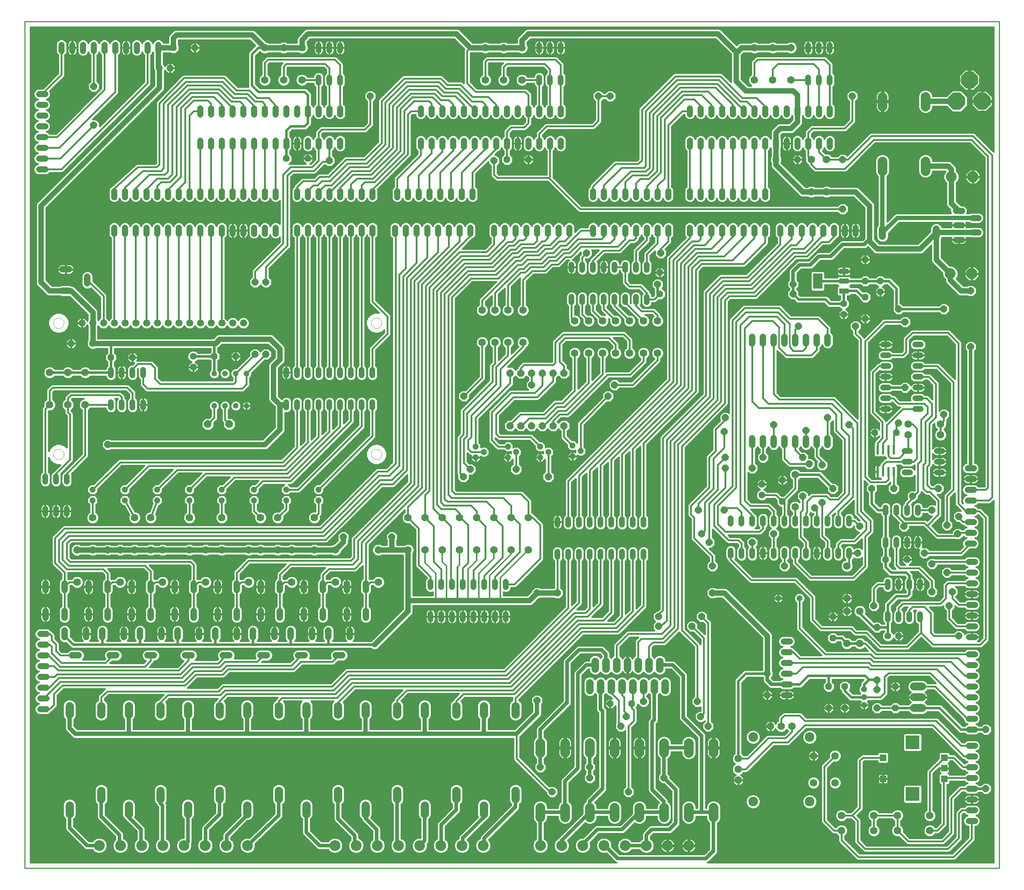
<source format=gbr>
G75*
%MOIN*%
%OFA0B0*%
%FSLAX24Y24*%
%IPPOS*%
%LPD*%
%AMOC8*
5,1,8,0,0,1.08239X$1,22.5*
%
%ADD10C,0.0100*%
%ADD11C,0.0560*%
%ADD12C,0.0520*%
%ADD13C,0.0700*%
%ADD14OC8,0.0520*%
%ADD15C,0.0600*%
%ADD16C,0.0660*%
%ADD17C,0.0000*%
%ADD18OC8,0.0630*%
%ADD19C,0.0520*%
%ADD20OC8,0.0700*%
%ADD21C,0.0630*%
%ADD22C,0.0594*%
%ADD23C,0.0560*%
%ADD24C,0.0740*%
%ADD25C,0.0900*%
%ADD26C,0.0554*%
%ADD27C,0.0780*%
%ADD28C,0.1000*%
%ADD29C,0.0984*%
%ADD30R,0.0236X0.0866*%
%ADD31OC8,0.1575*%
%ADD32C,0.0768*%
%ADD33OC8,0.1000*%
%ADD34R,0.0880X0.0480*%
%ADD35R,0.0866X0.1417*%
%ADD36C,0.0554*%
%ADD37C,0.0660*%
%ADD38C,0.0885*%
%ADD39C,0.0709*%
%ADD40R,0.0594X0.0594*%
%ADD41R,0.1266X0.1266*%
%ADD42OC8,0.0660*%
%ADD43C,0.0160*%
%ADD44C,0.0500*%
%ADD45C,0.0240*%
%ADD46C,0.0320*%
%ADD47C,0.0400*%
%ADD48OC8,0.0640*%
%ADD49C,0.0120*%
D10*
X002450Y003050D02*
X002450Y081790D01*
X093001Y081790D01*
X093001Y003050D01*
X002450Y003050D01*
D11*
X003870Y017850D02*
X004430Y017850D01*
X004430Y018850D02*
X003870Y018850D01*
X003870Y019850D02*
X004430Y019850D01*
X004430Y020850D02*
X003870Y020850D01*
X003870Y021850D02*
X004430Y021850D01*
X004430Y022850D02*
X003870Y022850D01*
X003870Y023850D02*
X004430Y023850D01*
X004430Y024850D02*
X003870Y024850D01*
X010750Y062070D02*
X010750Y062630D01*
X011750Y062630D02*
X011750Y062070D01*
X012750Y062070D02*
X012750Y062630D01*
X013750Y062630D02*
X013750Y062070D01*
X014750Y062070D02*
X014750Y062630D01*
X015750Y062630D02*
X015750Y062070D01*
X016750Y062070D02*
X016750Y062630D01*
X017750Y062630D02*
X017750Y062070D01*
X018750Y062070D02*
X018750Y062630D01*
X019750Y062630D02*
X019750Y062070D01*
X020750Y062070D02*
X020750Y062630D01*
X021750Y062630D02*
X021750Y062070D01*
X022750Y062070D02*
X022750Y062630D01*
X023750Y062630D02*
X023750Y062070D01*
X024750Y062070D02*
X024750Y062630D01*
X025750Y062630D02*
X025750Y062070D01*
X027750Y062070D02*
X027750Y062630D01*
X028750Y062630D02*
X028750Y062070D01*
X029750Y062070D02*
X029750Y062630D01*
X030750Y062630D02*
X030750Y062070D01*
X031750Y062070D02*
X031750Y062630D01*
X032750Y062630D02*
X032750Y062070D01*
X033750Y062070D02*
X033750Y062630D01*
X034750Y062630D02*
X034750Y062070D01*
X036850Y062070D02*
X036850Y062630D01*
X037850Y062630D02*
X037850Y062070D01*
X038850Y062070D02*
X038850Y062630D01*
X039850Y062630D02*
X039850Y062070D01*
X040850Y062070D02*
X040850Y062630D01*
X041850Y062630D02*
X041850Y062070D01*
X042850Y062070D02*
X042850Y062630D01*
X043850Y062630D02*
X043850Y062070D01*
X046050Y062070D02*
X046050Y062630D01*
X047050Y062630D02*
X047050Y062070D01*
X048050Y062070D02*
X048050Y062630D01*
X049050Y062630D02*
X049050Y062070D01*
X050050Y062070D02*
X050050Y062630D01*
X051050Y062630D02*
X051050Y062070D01*
X052050Y062070D02*
X052050Y062630D01*
X053050Y062630D02*
X053050Y062070D01*
X055250Y062070D02*
X055250Y062630D01*
X056250Y062630D02*
X056250Y062070D01*
X057250Y062070D02*
X057250Y062630D01*
X058250Y062630D02*
X058250Y062070D01*
X059250Y062070D02*
X059250Y062630D01*
X060250Y062630D02*
X060250Y062070D01*
X061250Y062070D02*
X061250Y062630D01*
X062250Y062630D02*
X062250Y062070D01*
X064250Y062070D02*
X064250Y062630D01*
X065250Y062630D02*
X065250Y062070D01*
X066250Y062070D02*
X066250Y062630D01*
X067250Y062630D02*
X067250Y062070D01*
X068250Y062070D02*
X068250Y062630D01*
X069250Y062630D02*
X069250Y062070D01*
X070250Y062070D02*
X070250Y062630D01*
X071250Y062630D02*
X071250Y062070D01*
X072650Y062070D02*
X072650Y062630D01*
X073650Y062630D02*
X073650Y062070D01*
X074650Y062070D02*
X074650Y062630D01*
X075650Y062630D02*
X075650Y062070D01*
X076650Y062070D02*
X076650Y062630D01*
X077650Y062630D02*
X077650Y062070D01*
X078650Y062070D02*
X078650Y062630D01*
X079650Y062630D02*
X079650Y062070D01*
X071250Y065470D02*
X071250Y066030D01*
X070250Y066030D02*
X070250Y065470D01*
X069250Y065470D02*
X069250Y066030D01*
X068250Y066030D02*
X068250Y065470D01*
X067250Y065470D02*
X067250Y066030D01*
X066250Y066030D02*
X066250Y065470D01*
X065250Y065470D02*
X065250Y066030D01*
X064250Y066030D02*
X064250Y065470D01*
X062250Y065470D02*
X062250Y066030D01*
X061250Y066030D02*
X061250Y065470D01*
X060250Y065470D02*
X060250Y066030D01*
X059250Y066030D02*
X059250Y065470D01*
X058250Y065470D02*
X058250Y066030D01*
X057250Y066030D02*
X057250Y065470D01*
X056250Y065470D02*
X056250Y066030D01*
X055250Y066030D02*
X055250Y065470D01*
X052250Y070170D02*
X052250Y070730D01*
X051250Y070730D02*
X051250Y070170D01*
X050250Y070170D02*
X050250Y070730D01*
X049250Y070730D02*
X049250Y070170D01*
X048250Y070170D02*
X048250Y070730D01*
X047250Y070730D02*
X047250Y070170D01*
X046250Y070170D02*
X046250Y070730D01*
X045250Y070730D02*
X045250Y070170D01*
X044250Y070170D02*
X044250Y070730D01*
X043250Y070730D02*
X043250Y070170D01*
X042250Y070170D02*
X042250Y070730D01*
X041250Y070730D02*
X041250Y070170D01*
X040250Y070170D02*
X040250Y070730D01*
X039250Y070730D02*
X039250Y070170D01*
X039250Y073170D02*
X039250Y073730D01*
X040250Y073730D02*
X040250Y073170D01*
X041250Y073170D02*
X041250Y073730D01*
X042250Y073730D02*
X042250Y073170D01*
X043250Y073170D02*
X043250Y073730D01*
X044250Y073730D02*
X044250Y073170D01*
X045250Y073170D02*
X045250Y073730D01*
X046250Y073730D02*
X046250Y073170D01*
X047250Y073170D02*
X047250Y073730D01*
X048250Y073730D02*
X048250Y073170D01*
X049250Y073170D02*
X049250Y073730D01*
X050250Y073730D02*
X050250Y073170D01*
X051250Y073170D02*
X051250Y073730D01*
X052250Y073730D02*
X052250Y073170D01*
X044050Y066030D02*
X044050Y065470D01*
X043050Y065470D02*
X043050Y066030D01*
X042050Y066030D02*
X042050Y065470D01*
X041050Y065470D02*
X041050Y066030D01*
X040050Y066030D02*
X040050Y065470D01*
X039050Y065470D02*
X039050Y066030D01*
X038050Y066030D02*
X038050Y065470D01*
X037050Y065470D02*
X037050Y066030D01*
X034750Y066030D02*
X034750Y065470D01*
X033750Y065470D02*
X033750Y066030D01*
X032750Y066030D02*
X032750Y065470D01*
X031750Y065470D02*
X031750Y066030D01*
X030750Y066030D02*
X030750Y065470D01*
X029750Y065470D02*
X029750Y066030D01*
X028750Y066030D02*
X028750Y065470D01*
X027750Y065470D02*
X027750Y066030D01*
X025750Y066030D02*
X025750Y065470D01*
X024750Y065470D02*
X024750Y066030D01*
X023750Y066030D02*
X023750Y065470D01*
X022750Y065470D02*
X022750Y066030D01*
X021750Y066030D02*
X021750Y065470D01*
X020750Y065470D02*
X020750Y066030D01*
X019750Y066030D02*
X019750Y065470D01*
X018750Y065470D02*
X018750Y066030D01*
X017750Y066030D02*
X017750Y065470D01*
X016750Y065470D02*
X016750Y066030D01*
X015750Y066030D02*
X015750Y065470D01*
X014750Y065470D02*
X014750Y066030D01*
X013750Y066030D02*
X013750Y065470D01*
X012750Y065470D02*
X012750Y066030D01*
X011750Y066030D02*
X011750Y065470D01*
X010750Y065470D02*
X010750Y066030D01*
X004330Y068050D02*
X003770Y068050D01*
X003770Y069050D02*
X004330Y069050D01*
X004330Y070050D02*
X003770Y070050D01*
X003770Y071050D02*
X004330Y071050D01*
X004330Y072050D02*
X003770Y072050D01*
X003770Y073050D02*
X004330Y073050D01*
X004330Y074050D02*
X003770Y074050D01*
X003770Y075050D02*
X004330Y075050D01*
X005850Y079070D02*
X005850Y079630D01*
X006850Y079630D02*
X006850Y079070D01*
X007850Y079070D02*
X007850Y079630D01*
X008850Y079630D02*
X008850Y079070D01*
X009850Y079070D02*
X009850Y079630D01*
X010850Y079630D02*
X010850Y079070D01*
X011850Y079070D02*
X011850Y079630D01*
X012850Y079630D02*
X012850Y079070D01*
X013850Y079070D02*
X013850Y079630D01*
X014850Y079630D02*
X014850Y079070D01*
X018750Y073730D02*
X018750Y073170D01*
X019750Y073170D02*
X019750Y073730D01*
X020750Y073730D02*
X020750Y073170D01*
X021750Y073170D02*
X021750Y073730D01*
X022750Y073730D02*
X022750Y073170D01*
X023750Y073170D02*
X023750Y073730D01*
X024750Y073730D02*
X024750Y073170D01*
X025750Y073170D02*
X025750Y073730D01*
X026750Y073730D02*
X026750Y073170D01*
X027750Y073170D02*
X027750Y073730D01*
X028750Y073730D02*
X028750Y073170D01*
X029750Y073170D02*
X029750Y073730D01*
X030750Y073730D02*
X030750Y073170D01*
X031750Y073170D02*
X031750Y073730D01*
X031750Y070730D02*
X031750Y070170D01*
X030750Y070170D02*
X030750Y070730D01*
X029750Y070730D02*
X029750Y070170D01*
X028750Y070170D02*
X028750Y070730D01*
X027750Y070730D02*
X027750Y070170D01*
X026750Y070170D02*
X026750Y070730D01*
X025750Y070730D02*
X025750Y070170D01*
X024750Y070170D02*
X024750Y070730D01*
X023750Y070730D02*
X023750Y070170D01*
X022750Y070170D02*
X022750Y070730D01*
X021750Y070730D02*
X021750Y070170D01*
X020750Y070170D02*
X020750Y070730D01*
X019750Y070730D02*
X019750Y070170D01*
X018750Y070170D02*
X018750Y070730D01*
X064250Y070730D02*
X064250Y070170D01*
X065250Y070170D02*
X065250Y070730D01*
X066250Y070730D02*
X066250Y070170D01*
X067250Y070170D02*
X067250Y070730D01*
X068250Y070730D02*
X068250Y070170D01*
X069250Y070170D02*
X069250Y070730D01*
X070250Y070730D02*
X070250Y070170D01*
X071250Y070170D02*
X071250Y070730D01*
X072250Y070730D02*
X072250Y070170D01*
X073250Y070170D02*
X073250Y070730D01*
X074250Y070730D02*
X074250Y070170D01*
X075250Y070170D02*
X075250Y070730D01*
X076250Y070730D02*
X076250Y070170D01*
X077250Y070170D02*
X077250Y070730D01*
X077250Y073170D02*
X077250Y073730D01*
X076250Y073730D02*
X076250Y073170D01*
X075250Y073170D02*
X075250Y073730D01*
X074250Y073730D02*
X074250Y073170D01*
X073250Y073170D02*
X073250Y073730D01*
X072250Y073730D02*
X072250Y073170D01*
X071250Y073170D02*
X071250Y073730D01*
X070250Y073730D02*
X070250Y073170D01*
X069250Y073170D02*
X069250Y073730D01*
X068250Y073730D02*
X068250Y073170D01*
X067250Y073170D02*
X067250Y073730D01*
X066250Y073730D02*
X066250Y073170D01*
X065250Y073170D02*
X065250Y073730D01*
X064250Y073730D02*
X064250Y073170D01*
X090070Y040250D02*
X090630Y040250D01*
X090630Y039250D02*
X090070Y039250D01*
X090070Y038250D02*
X090630Y038250D01*
X090630Y037250D02*
X090070Y037250D01*
X090070Y036250D02*
X090630Y036250D01*
X090630Y035250D02*
X090070Y035250D01*
X090070Y034250D02*
X090630Y034250D01*
X090630Y033250D02*
X090070Y033250D01*
X090170Y031550D02*
X090730Y031550D01*
X090730Y030550D02*
X090170Y030550D01*
X090170Y029550D02*
X090730Y029550D01*
X090730Y028550D02*
X090170Y028550D01*
X090170Y027550D02*
X090730Y027550D01*
X090730Y026550D02*
X090170Y026550D01*
X090170Y025550D02*
X090730Y025550D01*
X090730Y024550D02*
X090170Y024550D01*
X090170Y022950D02*
X090730Y022950D01*
X090730Y021950D02*
X090170Y021950D01*
X090170Y020950D02*
X090730Y020950D01*
X090730Y019950D02*
X090170Y019950D01*
X090170Y018950D02*
X090730Y018950D01*
X090730Y017950D02*
X090170Y017950D01*
X090170Y016950D02*
X090730Y016950D01*
X090730Y015950D02*
X090170Y015950D01*
X090170Y014450D02*
X090730Y014450D01*
X090730Y013450D02*
X090170Y013450D01*
X090170Y012450D02*
X090730Y012450D01*
X090730Y011450D02*
X090170Y011450D01*
X090170Y010450D02*
X090730Y010450D01*
X090730Y009450D02*
X090170Y009450D01*
X090170Y008450D02*
X090730Y008450D01*
X090730Y007450D02*
X090170Y007450D01*
X073530Y019150D02*
X072970Y019150D01*
X072970Y020150D02*
X073530Y020150D01*
X073530Y021150D02*
X072970Y021150D01*
X072970Y022150D02*
X073530Y022150D01*
X073530Y023150D02*
X072970Y023150D01*
X072970Y024150D02*
X073530Y024150D01*
D12*
X082650Y026190D02*
X082650Y026710D01*
X083650Y026710D02*
X083650Y026190D01*
X084650Y026190D02*
X084650Y026710D01*
X085650Y026710D02*
X085650Y026190D01*
X085650Y029190D02*
X085650Y029710D01*
X084650Y029710D02*
X084650Y029190D01*
X083650Y029190D02*
X083650Y029710D01*
X082650Y029710D02*
X082650Y029190D01*
X079050Y032090D02*
X079050Y032610D01*
X078050Y032610D02*
X078050Y032090D01*
X077050Y032090D02*
X077050Y032610D01*
X076050Y032610D02*
X076050Y032090D01*
X075050Y032090D02*
X075050Y032610D01*
X074050Y032610D02*
X074050Y032090D01*
X073050Y032090D02*
X073050Y032610D01*
X072050Y032610D02*
X072050Y032090D01*
X071050Y032090D02*
X071050Y032610D01*
X070050Y032610D02*
X070050Y032090D01*
X069050Y032090D02*
X069050Y032610D01*
X068050Y032610D02*
X068050Y032090D01*
X068050Y035090D02*
X068050Y035610D01*
X069050Y035610D02*
X069050Y035090D01*
X070050Y035090D02*
X070050Y035610D01*
X071050Y035610D02*
X071050Y035090D01*
X072050Y035090D02*
X072050Y035610D01*
X073050Y035610D02*
X073050Y035090D01*
X074050Y035090D02*
X074050Y035610D01*
X075050Y035610D02*
X075050Y035090D01*
X076050Y035090D02*
X076050Y035610D01*
X077050Y035610D02*
X077050Y035090D01*
X078050Y035090D02*
X078050Y035610D01*
X079050Y035610D02*
X079050Y035090D01*
X082450Y036090D02*
X082450Y036610D01*
X083450Y036610D02*
X083450Y036090D01*
X084450Y036090D02*
X084450Y036610D01*
X085450Y036610D02*
X085450Y036090D01*
X085450Y033610D02*
X085450Y033090D01*
X084450Y033090D02*
X084450Y033610D01*
X083450Y033610D02*
X083450Y033090D01*
X082450Y033090D02*
X082450Y033610D01*
X084190Y039850D02*
X084710Y039850D01*
X084710Y040850D02*
X084190Y040850D01*
X084190Y041850D02*
X084710Y041850D01*
X087190Y041850D02*
X087710Y041850D01*
X087710Y040850D02*
X087190Y040850D01*
X087190Y039850D02*
X087710Y039850D01*
X085710Y045750D02*
X085190Y045750D01*
X085190Y046750D02*
X085710Y046750D01*
X085710Y047750D02*
X085190Y047750D01*
X085190Y048750D02*
X085710Y048750D01*
X085710Y049750D02*
X085190Y049750D01*
X085190Y050750D02*
X085710Y050750D01*
X085710Y051750D02*
X085190Y051750D01*
X082710Y051750D02*
X082190Y051750D01*
X082190Y050750D02*
X082710Y050750D01*
X082710Y049750D02*
X082190Y049750D01*
X082190Y048750D02*
X082710Y048750D01*
X082710Y047750D02*
X082190Y047750D01*
X082190Y046750D02*
X082710Y046750D01*
X082710Y045750D02*
X082190Y045750D01*
X060250Y055690D02*
X060250Y056210D01*
X059250Y056210D02*
X059250Y055690D01*
X058250Y055690D02*
X058250Y056210D01*
X057250Y056210D02*
X057250Y055690D01*
X056250Y055690D02*
X056250Y056210D01*
X055250Y056210D02*
X055250Y055690D01*
X054250Y055690D02*
X054250Y056210D01*
X053250Y056210D02*
X053250Y055690D01*
X053250Y058690D02*
X053250Y059210D01*
X054250Y059210D02*
X054250Y058690D01*
X055250Y058690D02*
X055250Y059210D01*
X056250Y059210D02*
X056250Y058690D01*
X057250Y058690D02*
X057250Y059210D01*
X058250Y059210D02*
X058250Y058690D01*
X059250Y058690D02*
X059250Y059210D01*
X060250Y059210D02*
X060250Y058690D01*
X052250Y076090D02*
X052250Y076610D01*
X051250Y076610D02*
X051250Y076090D01*
X050250Y076090D02*
X050250Y076610D01*
X050250Y079090D02*
X050250Y079610D01*
X051250Y079610D02*
X051250Y079090D01*
X052250Y079090D02*
X052250Y079610D01*
X031750Y079610D02*
X031750Y079090D01*
X030750Y079090D02*
X030750Y079610D01*
X029750Y079610D02*
X029750Y079090D01*
X029750Y076610D02*
X029750Y076090D01*
X030750Y076090D02*
X030750Y076610D01*
X031750Y076610D02*
X031750Y076090D01*
X031750Y049410D02*
X031750Y048890D01*
X030750Y048890D02*
X030750Y049410D01*
X029750Y049410D02*
X029750Y048890D01*
X028750Y048890D02*
X028750Y049410D01*
X027750Y049410D02*
X027750Y048890D01*
X026750Y048890D02*
X026750Y049410D01*
X026750Y046410D02*
X026750Y045890D01*
X027750Y045890D02*
X027750Y046410D01*
X028750Y046410D02*
X028750Y045890D01*
X029750Y045890D02*
X029750Y046410D01*
X030750Y046410D02*
X030750Y045890D01*
X031750Y045890D02*
X031750Y046410D01*
X032750Y046410D02*
X032750Y045890D01*
X033750Y045890D02*
X033750Y046410D01*
X034750Y046410D02*
X034750Y045890D01*
X034750Y048890D02*
X034750Y049410D01*
X033750Y049410D02*
X033750Y048890D01*
X032750Y048890D02*
X032750Y049410D01*
X013450Y049410D02*
X013450Y048890D01*
X012450Y048890D02*
X012450Y049410D01*
X011450Y049410D02*
X011450Y048890D01*
X010450Y048890D02*
X010450Y049410D01*
X010450Y046410D02*
X010450Y045890D01*
X011450Y045890D02*
X011450Y046410D01*
X012450Y046410D02*
X012450Y045890D01*
X013450Y045890D02*
X013450Y046410D01*
X006350Y039510D02*
X006350Y038990D01*
X005350Y038990D02*
X005350Y039510D01*
X004350Y039510D02*
X004350Y038990D01*
X004350Y036510D02*
X004350Y035990D01*
X005350Y035990D02*
X005350Y036510D01*
X006350Y036510D02*
X006350Y035990D01*
X040150Y029710D02*
X040150Y029190D01*
X041150Y029190D02*
X041150Y029710D01*
X042150Y029710D02*
X042150Y029190D01*
X043150Y029190D02*
X043150Y029710D01*
X044150Y029710D02*
X044150Y029190D01*
X045150Y029190D02*
X045150Y029710D01*
X046150Y029710D02*
X046150Y029190D01*
X047150Y029190D02*
X047150Y029710D01*
X047150Y026710D02*
X047150Y026190D01*
X046150Y026190D02*
X046150Y026710D01*
X045150Y026710D02*
X045150Y026190D01*
X044150Y026190D02*
X044150Y026710D01*
X043150Y026710D02*
X043150Y026190D01*
X042150Y026190D02*
X042150Y026710D01*
X041150Y026710D02*
X041150Y026190D01*
X040150Y026190D02*
X040150Y026710D01*
X051950Y031990D02*
X051950Y032510D01*
X052950Y032510D02*
X052950Y031990D01*
X053950Y031990D02*
X053950Y032510D01*
X054950Y032510D02*
X054950Y031990D01*
X055950Y031990D02*
X055950Y032510D01*
X056950Y032510D02*
X056950Y031990D01*
X057950Y031990D02*
X057950Y032510D01*
X058950Y032510D02*
X058950Y031990D01*
X059950Y031990D02*
X059950Y032510D01*
X059950Y034990D02*
X059950Y035510D01*
X058950Y035510D02*
X058950Y034990D01*
X057950Y034990D02*
X057950Y035510D01*
X056950Y035510D02*
X056950Y034990D01*
X055950Y034990D02*
X055950Y035510D01*
X054950Y035510D02*
X054950Y034990D01*
X053950Y034990D02*
X053950Y035510D01*
X052950Y035510D02*
X052950Y034990D01*
X051950Y034990D02*
X051950Y035510D01*
X075250Y076090D02*
X075250Y076610D01*
X076250Y076610D02*
X076250Y076090D01*
X077250Y076090D02*
X077250Y076610D01*
X077250Y079090D02*
X077250Y079610D01*
X076250Y079610D02*
X076250Y079090D01*
X075250Y079090D02*
X075250Y079610D01*
D13*
X073650Y079350D03*
X071950Y079350D03*
X070250Y079350D03*
X070250Y076350D03*
X071950Y076350D03*
X073650Y076350D03*
X075550Y068950D03*
X076950Y068950D03*
X076950Y065950D03*
X075550Y065950D03*
X061250Y053950D03*
X059950Y053950D03*
X058650Y053950D03*
X057350Y053950D03*
X056150Y053950D03*
X054850Y053950D03*
X053550Y053950D03*
X053550Y050950D03*
X054850Y050950D03*
X056150Y050950D03*
X057350Y050950D03*
X058650Y050950D03*
X059950Y050950D03*
X061250Y050950D03*
X048750Y051950D03*
X047350Y051950D03*
X046150Y051950D03*
X044950Y051950D03*
X044950Y054950D03*
X046150Y054950D03*
X047350Y054950D03*
X048750Y054950D03*
X049250Y035650D03*
X047650Y035650D03*
X046050Y035650D03*
X044450Y035650D03*
X042850Y035650D03*
X041250Y035650D03*
X039650Y035650D03*
X038050Y035650D03*
X038050Y032650D03*
X039650Y032650D03*
X041250Y032650D03*
X042850Y032650D03*
X044450Y032650D03*
X046050Y032650D03*
X047650Y032650D03*
X049250Y032650D03*
X035300Y032650D03*
X035300Y029650D03*
X031300Y029650D03*
X031300Y032650D03*
X029350Y032650D03*
X027250Y032650D03*
X025950Y032650D03*
X024350Y032650D03*
X023250Y032650D03*
X020750Y032650D03*
X019250Y032650D03*
X017750Y032650D03*
X015250Y032650D03*
X014150Y032650D03*
X012650Y032650D03*
X011300Y032650D03*
X008750Y032650D03*
X007300Y032650D03*
X008750Y035650D03*
X012650Y035650D03*
X014150Y035650D03*
X017750Y035650D03*
X020750Y035650D03*
X024350Y035650D03*
X025950Y035650D03*
X029350Y035650D03*
X027250Y029650D03*
X023250Y029650D03*
X019250Y029650D03*
X015250Y029650D03*
X011300Y029650D03*
X007300Y029650D03*
X008050Y046150D03*
X006450Y046150D03*
X004750Y046150D03*
X004750Y049150D03*
X006450Y049150D03*
X008050Y049150D03*
X024750Y076350D03*
X026500Y076350D03*
X028200Y076350D03*
X028200Y079350D03*
X026500Y079350D03*
X024750Y079350D03*
X045250Y079350D03*
X046950Y079350D03*
X048650Y079350D03*
X048650Y076350D03*
X046950Y076350D03*
X045250Y076350D03*
X084550Y044350D03*
X084550Y043350D03*
X087550Y043350D03*
X087550Y044350D03*
X074050Y039650D03*
X074050Y036650D03*
X078850Y031150D03*
X078850Y028150D03*
X078850Y026950D03*
X080050Y026950D03*
X080050Y023950D03*
X078850Y023950D03*
X073750Y016250D03*
X072750Y016250D03*
X071750Y016250D03*
X068750Y013250D03*
X068750Y012250D03*
X068750Y011250D03*
X075750Y011000D03*
X077750Y011000D03*
X077750Y013500D03*
X075750Y013500D03*
X078350Y007950D03*
X078350Y006550D03*
X081350Y006550D03*
X081350Y007950D03*
X083550Y007950D03*
X083550Y006550D03*
X086550Y006550D03*
X086550Y007950D03*
D14*
X053350Y041350D03*
X054100Y041850D03*
X053350Y042350D03*
X051100Y041750D03*
X050350Y042250D03*
X050350Y041250D03*
X048100Y041750D03*
X047350Y042250D03*
X047350Y041250D03*
X045100Y041750D03*
X044350Y041250D03*
X044350Y042250D03*
X029750Y038250D03*
X029750Y037250D03*
X026750Y037250D03*
X026750Y038250D03*
X023750Y038250D03*
X023750Y037250D03*
X020750Y037250D03*
X020750Y038250D03*
X017750Y038250D03*
X017750Y037250D03*
X014750Y037250D03*
X014750Y038250D03*
X011750Y038250D03*
X011750Y037250D03*
X008750Y037250D03*
X008750Y038250D03*
D15*
X008360Y029530D02*
X008360Y028930D01*
X010140Y028930D02*
X010140Y029530D01*
X012360Y029530D02*
X012360Y028930D01*
X014140Y028930D02*
X014140Y029530D01*
X016360Y029530D02*
X016360Y028930D01*
X018140Y028930D02*
X018140Y029530D01*
X020360Y029530D02*
X020360Y028930D01*
X022140Y028930D02*
X022140Y029530D01*
X024360Y029530D02*
X024360Y028930D01*
X026140Y028930D02*
X026140Y029530D01*
X028360Y029530D02*
X028360Y028930D01*
X030140Y028930D02*
X030140Y029530D01*
X032360Y029530D02*
X032360Y028930D01*
X034140Y028930D02*
X034140Y029530D01*
X034140Y026970D02*
X034140Y026370D01*
X032360Y026370D02*
X032360Y026970D01*
X032650Y025150D02*
X032650Y024550D01*
X031950Y022850D02*
X031350Y022850D01*
X030650Y024550D02*
X030650Y025150D01*
X030140Y026370D02*
X030140Y026970D01*
X028360Y026970D02*
X028360Y026370D01*
X029150Y025150D02*
X029150Y024550D01*
X028450Y022850D02*
X027850Y022850D01*
X027150Y024550D02*
X027150Y025150D01*
X026140Y026370D02*
X026140Y026970D01*
X024360Y026970D02*
X024360Y026370D01*
X023650Y025150D02*
X023650Y024550D01*
X022150Y024550D02*
X022150Y025150D01*
X022140Y026370D02*
X022140Y026970D01*
X020360Y026970D02*
X020360Y026370D01*
X020150Y025150D02*
X020150Y024550D01*
X018650Y024550D02*
X018650Y025150D01*
X018140Y026370D02*
X018140Y026970D01*
X016360Y026970D02*
X016360Y026370D01*
X016650Y025150D02*
X016650Y024550D01*
X015150Y024550D02*
X015150Y025150D01*
X014140Y026370D02*
X014140Y026970D01*
X012360Y026970D02*
X012360Y026370D01*
X011650Y025150D02*
X011650Y024550D01*
X013150Y024550D02*
X013150Y025150D01*
X013850Y022850D02*
X014450Y022850D01*
X017350Y022850D02*
X017950Y022850D01*
X020850Y022850D02*
X021450Y022850D01*
X024350Y022850D02*
X024950Y022850D01*
X025650Y024550D02*
X025650Y025150D01*
X010950Y022850D02*
X010350Y022850D01*
X009650Y024550D02*
X009650Y025150D01*
X010140Y026370D02*
X010140Y026970D01*
X008360Y026970D02*
X008360Y026370D01*
X008150Y025150D02*
X008150Y024550D01*
X007450Y022850D02*
X006850Y022850D01*
X006150Y024550D02*
X006150Y025150D01*
X006140Y026370D02*
X006140Y026970D01*
X004360Y026970D02*
X004360Y026370D01*
X004360Y028930D02*
X004360Y029530D01*
X006140Y029530D02*
X006140Y028930D01*
X005950Y056750D02*
X006550Y056750D01*
X008250Y057450D02*
X008250Y058050D01*
X006550Y058750D02*
X005950Y058750D01*
D16*
X007752Y053752D03*
X008752Y053752D03*
X009752Y053752D03*
X010752Y053752D03*
X011752Y053752D03*
X012752Y053752D03*
X013752Y053752D03*
X014752Y053752D03*
X015752Y053752D03*
X016752Y053752D03*
X017752Y053752D03*
X018752Y053752D03*
X019752Y053752D03*
X020752Y053752D03*
X021752Y053752D03*
X022752Y053752D03*
D17*
X034622Y053752D02*
X034624Y053796D01*
X034630Y053840D01*
X034640Y053883D01*
X034653Y053925D01*
X034671Y053965D01*
X034692Y054004D01*
X034716Y054041D01*
X034743Y054076D01*
X034774Y054108D01*
X034807Y054137D01*
X034843Y054163D01*
X034881Y054185D01*
X034921Y054204D01*
X034962Y054220D01*
X035005Y054232D01*
X035048Y054240D01*
X035092Y054244D01*
X035136Y054244D01*
X035180Y054240D01*
X035223Y054232D01*
X035266Y054220D01*
X035307Y054204D01*
X035347Y054185D01*
X035385Y054163D01*
X035421Y054137D01*
X035454Y054108D01*
X035485Y054076D01*
X035512Y054041D01*
X035536Y054004D01*
X035557Y053965D01*
X035575Y053925D01*
X035588Y053883D01*
X035598Y053840D01*
X035604Y053796D01*
X035606Y053752D01*
X035604Y053708D01*
X035598Y053664D01*
X035588Y053621D01*
X035575Y053579D01*
X035557Y053539D01*
X035536Y053500D01*
X035512Y053463D01*
X035485Y053428D01*
X035454Y053396D01*
X035421Y053367D01*
X035385Y053341D01*
X035347Y053319D01*
X035307Y053300D01*
X035266Y053284D01*
X035223Y053272D01*
X035180Y053264D01*
X035136Y053260D01*
X035092Y053260D01*
X035048Y053264D01*
X035005Y053272D01*
X034962Y053284D01*
X034921Y053300D01*
X034881Y053319D01*
X034843Y053341D01*
X034807Y053367D01*
X034774Y053396D01*
X034743Y053428D01*
X034716Y053463D01*
X034692Y053500D01*
X034671Y053539D01*
X034653Y053579D01*
X034640Y053621D01*
X034630Y053664D01*
X034624Y053708D01*
X034622Y053752D01*
X034622Y041548D02*
X034624Y041592D01*
X034630Y041636D01*
X034640Y041679D01*
X034653Y041721D01*
X034671Y041761D01*
X034692Y041800D01*
X034716Y041837D01*
X034743Y041872D01*
X034774Y041904D01*
X034807Y041933D01*
X034843Y041959D01*
X034881Y041981D01*
X034921Y042000D01*
X034962Y042016D01*
X035005Y042028D01*
X035048Y042036D01*
X035092Y042040D01*
X035136Y042040D01*
X035180Y042036D01*
X035223Y042028D01*
X035266Y042016D01*
X035307Y042000D01*
X035347Y041981D01*
X035385Y041959D01*
X035421Y041933D01*
X035454Y041904D01*
X035485Y041872D01*
X035512Y041837D01*
X035536Y041800D01*
X035557Y041761D01*
X035575Y041721D01*
X035588Y041679D01*
X035598Y041636D01*
X035604Y041592D01*
X035606Y041548D01*
X035604Y041504D01*
X035598Y041460D01*
X035588Y041417D01*
X035575Y041375D01*
X035557Y041335D01*
X035536Y041296D01*
X035512Y041259D01*
X035485Y041224D01*
X035454Y041192D01*
X035421Y041163D01*
X035385Y041137D01*
X035347Y041115D01*
X035307Y041096D01*
X035266Y041080D01*
X035223Y041068D01*
X035180Y041060D01*
X035136Y041056D01*
X035092Y041056D01*
X035048Y041060D01*
X035005Y041068D01*
X034962Y041080D01*
X034921Y041096D01*
X034881Y041115D01*
X034843Y041137D01*
X034807Y041163D01*
X034774Y041192D01*
X034743Y041224D01*
X034716Y041259D01*
X034692Y041296D01*
X034671Y041335D01*
X034653Y041375D01*
X034640Y041417D01*
X034630Y041460D01*
X034624Y041504D01*
X034622Y041548D01*
X005094Y041548D02*
X005096Y041592D01*
X005102Y041636D01*
X005112Y041679D01*
X005125Y041721D01*
X005143Y041761D01*
X005164Y041800D01*
X005188Y041837D01*
X005215Y041872D01*
X005246Y041904D01*
X005279Y041933D01*
X005315Y041959D01*
X005353Y041981D01*
X005393Y042000D01*
X005434Y042016D01*
X005477Y042028D01*
X005520Y042036D01*
X005564Y042040D01*
X005608Y042040D01*
X005652Y042036D01*
X005695Y042028D01*
X005738Y042016D01*
X005779Y042000D01*
X005819Y041981D01*
X005857Y041959D01*
X005893Y041933D01*
X005926Y041904D01*
X005957Y041872D01*
X005984Y041837D01*
X006008Y041800D01*
X006029Y041761D01*
X006047Y041721D01*
X006060Y041679D01*
X006070Y041636D01*
X006076Y041592D01*
X006078Y041548D01*
X006076Y041504D01*
X006070Y041460D01*
X006060Y041417D01*
X006047Y041375D01*
X006029Y041335D01*
X006008Y041296D01*
X005984Y041259D01*
X005957Y041224D01*
X005926Y041192D01*
X005893Y041163D01*
X005857Y041137D01*
X005819Y041115D01*
X005779Y041096D01*
X005738Y041080D01*
X005695Y041068D01*
X005652Y041060D01*
X005608Y041056D01*
X005564Y041056D01*
X005520Y041060D01*
X005477Y041068D01*
X005434Y041080D01*
X005393Y041096D01*
X005353Y041115D01*
X005315Y041137D01*
X005279Y041163D01*
X005246Y041192D01*
X005215Y041224D01*
X005188Y041259D01*
X005164Y041296D01*
X005143Y041335D01*
X005125Y041375D01*
X005112Y041417D01*
X005102Y041460D01*
X005096Y041504D01*
X005094Y041548D01*
X005094Y053752D02*
X005096Y053796D01*
X005102Y053840D01*
X005112Y053883D01*
X005125Y053925D01*
X005143Y053965D01*
X005164Y054004D01*
X005188Y054041D01*
X005215Y054076D01*
X005246Y054108D01*
X005279Y054137D01*
X005315Y054163D01*
X005353Y054185D01*
X005393Y054204D01*
X005434Y054220D01*
X005477Y054232D01*
X005520Y054240D01*
X005564Y054244D01*
X005608Y054244D01*
X005652Y054240D01*
X005695Y054232D01*
X005738Y054220D01*
X005779Y054204D01*
X005819Y054185D01*
X005857Y054163D01*
X005893Y054137D01*
X005926Y054108D01*
X005957Y054076D01*
X005984Y054041D01*
X006008Y054004D01*
X006029Y053965D01*
X006047Y053925D01*
X006060Y053883D01*
X006070Y053840D01*
X006076Y053796D01*
X006078Y053752D01*
X006076Y053708D01*
X006070Y053664D01*
X006060Y053621D01*
X006047Y053579D01*
X006029Y053539D01*
X006008Y053500D01*
X005984Y053463D01*
X005957Y053428D01*
X005926Y053396D01*
X005893Y053367D01*
X005857Y053341D01*
X005819Y053319D01*
X005779Y053300D01*
X005738Y053284D01*
X005695Y053272D01*
X005652Y053264D01*
X005608Y053260D01*
X005564Y053260D01*
X005520Y053264D01*
X005477Y053272D01*
X005434Y053284D01*
X005393Y053300D01*
X005353Y053319D01*
X005315Y053341D01*
X005279Y053367D01*
X005246Y053396D01*
X005215Y053428D01*
X005188Y053463D01*
X005164Y053500D01*
X005143Y053539D01*
X005125Y053579D01*
X005112Y053621D01*
X005102Y053664D01*
X005096Y053708D01*
X005094Y053752D01*
D18*
X006750Y051850D03*
X008750Y051850D03*
X010450Y050550D03*
X012450Y050550D03*
X018100Y049650D03*
X020050Y050650D03*
X022050Y050650D03*
X026750Y069050D03*
X028750Y069050D03*
X018250Y079350D03*
X016250Y079350D03*
X015950Y077450D03*
X047250Y068950D03*
X049250Y068950D03*
X061450Y058450D03*
X061450Y056450D03*
X072250Y068950D03*
X074250Y068950D03*
X080550Y059650D03*
X080550Y057650D03*
X080550Y056150D03*
X081950Y056650D03*
X080550Y054150D03*
X078550Y054550D03*
X081450Y043550D03*
X083450Y043550D03*
X072850Y039150D03*
X070950Y038750D03*
X072850Y037150D03*
X082450Y031750D03*
X084450Y031750D03*
X077550Y026450D03*
X077550Y024450D03*
X077150Y019950D03*
X078650Y019950D03*
X078650Y017950D03*
X077150Y017950D03*
X071450Y019150D03*
X071450Y021150D03*
X083350Y019950D03*
X083350Y017950D03*
X083650Y024650D03*
X058850Y018350D03*
X056850Y018350D03*
D19*
X023050Y046050D03*
X022050Y046050D03*
X021050Y046050D03*
X020050Y046050D03*
X020050Y049050D03*
X021050Y049050D03*
X022050Y049050D03*
X023050Y049050D03*
D20*
X021450Y044350D03*
X019450Y044350D03*
D21*
X018100Y050650D03*
X014950Y077450D03*
X070950Y037750D03*
X082650Y024650D03*
X078550Y055550D03*
X081950Y057650D03*
D22*
X077050Y052471D02*
X077050Y051878D01*
X076050Y051878D02*
X076050Y052471D01*
X075050Y052471D02*
X075050Y051878D01*
X074050Y051878D02*
X074050Y052471D01*
X073050Y052471D02*
X073050Y051878D01*
X072050Y051878D02*
X072050Y052471D01*
X071050Y052471D02*
X071050Y051878D01*
X070050Y051878D02*
X070050Y052471D01*
X070050Y043022D02*
X070050Y042429D01*
X071050Y042429D02*
X071050Y043022D01*
X072050Y043022D02*
X072050Y042429D01*
X073050Y042429D02*
X073050Y043022D01*
X074050Y043022D02*
X074050Y042429D01*
X075050Y042429D02*
X075050Y043022D01*
X076050Y043022D02*
X076050Y042429D01*
X077050Y042429D02*
X077050Y043022D01*
D23*
X080450Y019686D03*
X080450Y018950D03*
X080450Y018214D03*
D24*
X085080Y017950D02*
X085820Y017950D01*
X085820Y018950D02*
X085080Y018950D01*
X085080Y019950D02*
X085820Y019950D01*
D25*
X075375Y015250D03*
X070125Y015250D03*
X070125Y009250D03*
X075375Y009250D03*
D26*
X074434Y028150D03*
X072466Y028150D03*
D27*
X048050Y018140D02*
X048050Y017360D01*
X045100Y017360D02*
X045100Y018140D01*
X042550Y018140D02*
X042550Y017360D01*
X039600Y017360D02*
X039600Y018140D01*
X037050Y018140D02*
X037050Y017360D01*
X034100Y017360D02*
X034100Y018140D01*
X031550Y018140D02*
X031550Y017360D01*
X028600Y017360D02*
X028600Y018140D01*
X026050Y018140D02*
X026050Y017360D01*
X023100Y017360D02*
X023100Y018140D01*
X020550Y018140D02*
X020550Y017360D01*
X017600Y017360D02*
X017600Y018140D01*
X015050Y018140D02*
X015050Y017360D01*
X012100Y017360D02*
X012100Y018140D01*
X009550Y018140D02*
X009550Y017360D01*
X006600Y017360D02*
X006600Y018140D01*
X009550Y010270D02*
X009550Y009490D01*
X012100Y008890D02*
X012100Y008110D01*
X015050Y009490D02*
X015050Y010270D01*
X017600Y008890D02*
X017600Y008110D01*
X020550Y009490D02*
X020550Y010270D01*
X023100Y008890D02*
X023100Y008110D01*
X026050Y009490D02*
X026050Y010270D01*
X028600Y008890D02*
X028600Y008110D01*
X031550Y009490D02*
X031550Y010270D01*
X034100Y008890D02*
X034100Y008110D01*
X037050Y009490D02*
X037050Y010270D01*
X039600Y008890D02*
X039600Y008110D01*
X042550Y009490D02*
X042550Y010270D01*
X045100Y008890D02*
X045100Y008110D01*
X048050Y009490D02*
X048050Y010270D01*
X006600Y008890D02*
X006600Y008110D01*
D28*
X009360Y005160D03*
X011329Y005160D03*
X013297Y005160D03*
X015266Y005160D03*
X019203Y005160D03*
X021171Y005160D03*
X023140Y005160D03*
X031260Y005160D03*
X033229Y005160D03*
X035197Y005160D03*
X037166Y005160D03*
X041103Y005160D03*
X043071Y005160D03*
X045040Y005160D03*
X050360Y005160D03*
X052329Y005160D03*
X054297Y005160D03*
X056266Y005160D03*
X060203Y005160D03*
X062171Y005160D03*
X064140Y005160D03*
X088450Y058350D03*
X088550Y067350D03*
D29*
X058234Y005160D03*
X039134Y005160D03*
X017234Y005160D03*
D30*
X081700Y039926D03*
X082200Y039926D03*
X082700Y039926D03*
X083200Y039926D03*
X083200Y041974D03*
X082700Y041974D03*
X082200Y041974D03*
X081700Y041974D03*
D31*
X089050Y074380D03*
X091410Y074380D03*
X090230Y076350D03*
D32*
X090530Y076350D03*
X089930Y076350D03*
X089050Y074680D03*
X089050Y074080D03*
X091410Y074080D03*
X091410Y074680D03*
D33*
X090550Y067350D03*
X090450Y058350D03*
D34*
X078570Y058560D03*
X078570Y057650D03*
X078570Y056740D03*
D35*
X076130Y057650D03*
D36*
X088966Y061511D02*
X089520Y061511D01*
X090501Y062181D02*
X091056Y062181D01*
X091056Y063519D02*
X090501Y063519D01*
X089520Y062850D02*
X088966Y062850D01*
X088966Y064189D02*
X089520Y064189D01*
D37*
X087150Y062480D02*
X087150Y061820D01*
X082150Y061820D02*
X082150Y062480D01*
D38*
X082150Y067908D02*
X082150Y068793D01*
X086150Y068793D02*
X086150Y067908D01*
X086150Y073908D02*
X086150Y074793D01*
X082150Y074793D02*
X082150Y073908D01*
X066450Y014693D02*
X066450Y013808D01*
X064150Y013808D02*
X064150Y014693D01*
X061850Y014693D02*
X061850Y013808D01*
X059550Y013808D02*
X059550Y014693D01*
X057250Y014693D02*
X057250Y013808D01*
X054950Y013808D02*
X054950Y014693D01*
X052650Y014693D02*
X052650Y013808D01*
X050350Y013808D02*
X050350Y014693D01*
X050350Y008693D02*
X050350Y007808D01*
X052650Y007808D02*
X052650Y008693D01*
X054950Y008693D02*
X054950Y007808D01*
X057250Y007808D02*
X057250Y008693D01*
X059550Y008693D02*
X059550Y007808D01*
X061850Y007808D02*
X061850Y008693D01*
X064150Y008693D02*
X064150Y007808D01*
X066450Y007808D02*
X066450Y008693D01*
D39*
X061950Y019596D02*
X061950Y020304D01*
X060950Y020304D02*
X060950Y019596D01*
X059950Y019596D02*
X059950Y020304D01*
X058950Y020304D02*
X058950Y019596D01*
X057950Y019596D02*
X057950Y020304D01*
X056950Y020304D02*
X056950Y019596D01*
X055950Y019596D02*
X055950Y020304D01*
X054950Y020304D02*
X054950Y019596D01*
X055450Y021596D02*
X055450Y022304D01*
X056450Y022304D02*
X056450Y021596D01*
X057450Y021596D02*
X057450Y022304D01*
X058450Y022304D02*
X058450Y021596D01*
X059450Y021596D02*
X059450Y022304D01*
X060450Y022304D02*
X060450Y021596D01*
X061450Y021596D02*
X061450Y022304D01*
D40*
X082194Y013334D03*
X082194Y011366D03*
X087903Y011366D03*
X087903Y012350D03*
X087903Y013334D03*
D41*
X084950Y014752D03*
X084950Y009948D03*
D42*
X052550Y044189D03*
X051550Y044189D03*
X050550Y044189D03*
X049550Y044189D03*
X048550Y044189D03*
X047550Y044189D03*
X047550Y049111D03*
X048550Y049111D03*
X049550Y049111D03*
X050550Y049111D03*
X051550Y049111D03*
X052550Y049111D03*
D43*
X052550Y049750D01*
X052150Y050150D01*
X052150Y051850D01*
X052650Y052350D01*
X056750Y052350D01*
X057350Y051750D01*
X057350Y050950D01*
X057940Y050917D02*
X058060Y050917D01*
X058060Y050833D02*
X058150Y050616D01*
X058316Y050450D01*
X058533Y050360D01*
X058767Y050360D01*
X058984Y050450D01*
X059150Y050616D01*
X059240Y050833D01*
X059240Y051067D01*
X059150Y051284D01*
X058984Y051450D01*
X058970Y051456D01*
X058970Y052214D01*
X058921Y052331D01*
X058831Y052421D01*
X058281Y052971D01*
X058164Y053020D01*
X052436Y053020D01*
X052319Y052971D01*
X051569Y052221D01*
X051479Y052131D01*
X051430Y052014D01*
X051430Y050183D01*
X051417Y050170D01*
X048786Y050170D01*
X048669Y050121D01*
X048579Y050031D01*
X048369Y049821D01*
X048279Y049731D01*
X048230Y049614D01*
X048230Y049597D01*
X048050Y049417D01*
X047786Y049681D01*
X047333Y049681D01*
X049021Y051369D01*
X049049Y051435D01*
X049084Y051450D01*
X049250Y051616D01*
X049340Y051833D01*
X049340Y052067D01*
X049250Y052284D01*
X049084Y052450D01*
X048867Y052540D01*
X048633Y052540D01*
X048416Y052450D01*
X048250Y052284D01*
X048160Y052067D01*
X048160Y051833D01*
X048250Y051616D01*
X048307Y051559D01*
X047670Y050923D01*
X047670Y051444D01*
X047684Y051450D01*
X047850Y051616D01*
X047940Y051833D01*
X047940Y052067D01*
X047850Y052284D01*
X047684Y052450D01*
X047467Y052540D01*
X047233Y052540D01*
X047016Y052450D01*
X046850Y052284D01*
X046760Y052067D01*
X046760Y051833D01*
X046850Y051616D01*
X047016Y051450D01*
X047030Y051444D01*
X047030Y050883D01*
X046470Y050323D01*
X046470Y051444D01*
X046484Y051450D01*
X046650Y051616D01*
X046740Y051833D01*
X046740Y052067D01*
X046650Y052284D01*
X046484Y052450D01*
X046267Y052540D01*
X046033Y052540D01*
X045816Y052450D01*
X045650Y052284D01*
X045560Y052067D01*
X045560Y051833D01*
X045650Y051616D01*
X045816Y051450D01*
X045830Y051444D01*
X045830Y050133D01*
X045719Y050021D01*
X045629Y049931D01*
X045580Y049814D01*
X045580Y048433D01*
X043019Y045871D01*
X042929Y045781D01*
X042880Y045664D01*
X042880Y043533D01*
X042719Y043371D01*
X042629Y043281D01*
X042580Y043164D01*
X042580Y039686D01*
X042629Y039569D01*
X042640Y039557D01*
X042640Y039218D01*
X042968Y038890D01*
X043432Y038890D01*
X043760Y039218D01*
X043760Y039590D01*
X044082Y039590D01*
X044410Y039918D01*
X044410Y040382D01*
X044082Y040710D01*
X043743Y040710D01*
X043570Y040883D01*
X043570Y041677D01*
X043679Y041569D01*
X043769Y041479D01*
X043886Y041430D01*
X043910Y041430D01*
X043910Y041250D01*
X044350Y041250D01*
X044790Y041250D01*
X044790Y041353D01*
X044893Y041250D01*
X045307Y041250D01*
X045600Y041543D01*
X045600Y041957D01*
X045307Y042250D01*
X044893Y042250D01*
X044850Y042207D01*
X044850Y042457D01*
X044670Y042637D01*
X044670Y044817D01*
X047821Y047969D01*
X047870Y048086D01*
X047870Y048625D01*
X048050Y048805D01*
X048314Y048541D01*
X048786Y048541D01*
X049050Y048805D01*
X049230Y048625D01*
X049230Y048472D01*
X048990Y048232D01*
X048990Y047768D01*
X049188Y047570D01*
X047586Y047570D01*
X047469Y047521D01*
X045669Y045721D01*
X045579Y045631D01*
X045530Y045514D01*
X045530Y042786D01*
X045579Y042669D01*
X046179Y042069D01*
X046269Y041979D01*
X046386Y041930D01*
X046963Y041930D01*
X047143Y041750D01*
X047557Y041750D01*
X047600Y041793D01*
X047600Y041622D01*
X047532Y041690D01*
X047350Y041690D01*
X047350Y041250D01*
X047350Y041250D01*
X047350Y040810D01*
X047532Y040810D01*
X047780Y041058D01*
X047780Y040622D01*
X047540Y040382D01*
X047540Y039918D01*
X047868Y039590D01*
X048332Y039590D01*
X048660Y039918D01*
X048660Y040382D01*
X048420Y040622D01*
X048420Y041363D01*
X048600Y041543D01*
X048600Y041957D01*
X048307Y042250D01*
X047893Y042250D01*
X047850Y042207D01*
X047850Y042457D01*
X047557Y042750D01*
X047143Y042750D01*
X046963Y042570D01*
X046583Y042570D01*
X046170Y042983D01*
X046170Y043077D01*
X046279Y042969D01*
X046279Y042969D01*
X046369Y042879D01*
X046486Y042830D01*
X049317Y042830D01*
X049850Y042297D01*
X049850Y042043D01*
X050143Y041750D01*
X050557Y041750D01*
X050600Y041793D01*
X050600Y041622D01*
X050532Y041690D01*
X050350Y041690D01*
X050350Y041250D01*
X050350Y041250D01*
X050350Y040810D01*
X050532Y040810D01*
X050780Y041058D01*
X050780Y039922D01*
X050540Y039682D01*
X050540Y039218D01*
X050868Y038890D01*
X051332Y038890D01*
X051660Y039218D01*
X051660Y039682D01*
X051420Y039922D01*
X051420Y041363D01*
X051600Y041543D01*
X051600Y041957D01*
X051307Y042250D01*
X050893Y042250D01*
X050850Y042207D01*
X050850Y042457D01*
X050557Y042750D01*
X050303Y042750D01*
X049631Y043421D01*
X049514Y043470D01*
X046683Y043470D01*
X046570Y043583D01*
X046570Y045117D01*
X047983Y046530D01*
X050114Y046530D01*
X050231Y046579D01*
X050321Y046669D01*
X051821Y048169D01*
X051870Y048286D01*
X051870Y048625D01*
X052050Y048805D01*
X052314Y048541D01*
X052786Y048541D01*
X053120Y048875D01*
X053120Y049347D01*
X052870Y049597D01*
X052870Y049814D01*
X052821Y049931D01*
X052470Y050283D01*
X053230Y050283D01*
X053230Y050125D02*
X052628Y050125D01*
X052470Y050283D02*
X052470Y051717D01*
X052783Y052030D01*
X056617Y052030D01*
X057030Y051617D01*
X057030Y051456D01*
X057016Y051450D01*
X056850Y051284D01*
X056760Y051067D01*
X056760Y050833D01*
X056850Y050616D01*
X057016Y050450D01*
X057233Y050360D01*
X057467Y050360D01*
X057684Y050450D01*
X057850Y050616D01*
X057940Y050833D01*
X057940Y051067D01*
X057850Y051284D01*
X057684Y051450D01*
X057670Y051456D01*
X057670Y051814D01*
X057621Y051931D01*
X057531Y052021D01*
X057173Y052380D01*
X057967Y052380D01*
X058330Y052017D01*
X058330Y051456D01*
X058316Y051450D01*
X058150Y051284D01*
X058060Y051067D01*
X058060Y050833D01*
X058091Y050759D02*
X057909Y050759D01*
X057834Y050600D02*
X058166Y050600D01*
X058336Y050442D02*
X057664Y050442D01*
X057036Y050442D02*
X056470Y050442D01*
X056470Y050444D02*
X056484Y050450D01*
X056650Y050616D01*
X056740Y050833D01*
X056740Y051067D01*
X056650Y051284D01*
X056484Y051450D01*
X056267Y051540D01*
X056033Y051540D01*
X055816Y051450D01*
X055650Y051284D01*
X055560Y051067D01*
X055560Y050833D01*
X055650Y050616D01*
X055816Y050450D01*
X055830Y050444D01*
X055830Y049133D01*
X055170Y048473D01*
X055170Y050444D01*
X055184Y050450D01*
X055350Y050616D01*
X055440Y050833D01*
X055440Y051067D01*
X055350Y051284D01*
X055184Y051450D01*
X054967Y051540D01*
X054733Y051540D01*
X054516Y051450D01*
X054350Y051284D01*
X054260Y051067D01*
X054260Y050833D01*
X054350Y050616D01*
X054516Y050450D01*
X054530Y050444D01*
X054530Y048333D01*
X053870Y047673D01*
X053870Y050444D01*
X053884Y050450D01*
X054050Y050616D01*
X054140Y050833D01*
X054140Y051067D01*
X054050Y051284D01*
X053884Y051450D01*
X053667Y051540D01*
X053433Y051540D01*
X053216Y051450D01*
X053050Y051284D01*
X052960Y051067D01*
X052960Y050833D01*
X053050Y050616D01*
X053216Y050450D01*
X053230Y050444D01*
X053230Y047583D01*
X052267Y046620D01*
X051686Y046620D01*
X051569Y046571D01*
X050567Y045570D01*
X048436Y045570D01*
X048319Y045521D01*
X047557Y044759D01*
X047314Y044759D01*
X046980Y044425D01*
X046980Y043953D01*
X047314Y043619D01*
X047786Y043619D01*
X048050Y043883D01*
X048314Y043619D01*
X048786Y043619D01*
X049050Y043883D01*
X049314Y043619D01*
X049786Y043619D01*
X050050Y043883D01*
X050314Y043619D01*
X050786Y043619D01*
X051050Y043883D01*
X051314Y043619D01*
X051786Y043619D01*
X052050Y043883D01*
X052230Y043703D01*
X052230Y043086D01*
X052279Y042969D01*
X052850Y042397D01*
X052850Y042143D01*
X053143Y041850D01*
X053557Y041850D01*
X053600Y041893D01*
X053600Y041722D01*
X053532Y041790D01*
X053350Y041790D01*
X053350Y041350D01*
X053350Y041350D01*
X053790Y041350D01*
X053790Y041453D01*
X053893Y041350D01*
X054307Y041350D01*
X054600Y041643D01*
X054600Y042057D01*
X054420Y042237D01*
X054420Y044267D01*
X056543Y046390D01*
X056882Y046390D01*
X057210Y046718D01*
X057210Y047182D01*
X056882Y047510D01*
X056418Y047510D01*
X056090Y047182D01*
X056090Y046843D01*
X053829Y044581D01*
X053780Y044464D01*
X053780Y042627D01*
X053557Y042850D01*
X053303Y042850D01*
X052870Y043283D01*
X052870Y043703D01*
X053120Y043953D01*
X053120Y044425D01*
X052786Y044759D01*
X052314Y044759D01*
X052050Y044495D01*
X051949Y044596D01*
X052283Y044930D01*
X052964Y044930D01*
X053081Y044979D01*
X053171Y045069D01*
X056733Y048630D01*
X058764Y048630D01*
X058881Y048679D01*
X060221Y050019D01*
X060270Y050136D01*
X060270Y050444D01*
X060284Y050450D01*
X060450Y050616D01*
X060540Y050833D01*
X060540Y051067D01*
X060450Y051284D01*
X060284Y051450D01*
X060067Y051540D01*
X059833Y051540D01*
X059616Y051450D01*
X059450Y051284D01*
X059360Y051067D01*
X059360Y050833D01*
X059450Y050616D01*
X059616Y050450D01*
X059630Y050444D01*
X059630Y050333D01*
X058567Y049270D01*
X056536Y049270D01*
X056470Y049243D01*
X056470Y050444D01*
X056470Y050283D02*
X059581Y050283D01*
X059630Y050442D02*
X058964Y050442D01*
X059134Y050600D02*
X059466Y050600D01*
X059391Y050759D02*
X059209Y050759D01*
X059240Y050917D02*
X059360Y050917D01*
X059363Y051076D02*
X059237Y051076D01*
X059171Y051234D02*
X059429Y051234D01*
X059558Y051393D02*
X059042Y051393D01*
X058970Y051551D02*
X062030Y051551D01*
X062030Y051393D02*
X061642Y051393D01*
X061584Y051450D02*
X061367Y051540D01*
X061133Y051540D01*
X060916Y051450D01*
X060750Y051284D01*
X060660Y051067D01*
X060660Y050833D01*
X060750Y050616D01*
X060916Y050450D01*
X060930Y050444D01*
X060930Y050433D01*
X058817Y048320D01*
X057722Y048320D01*
X057482Y048560D01*
X057018Y048560D01*
X056690Y048232D01*
X056690Y047768D01*
X057018Y047440D01*
X057482Y047440D01*
X057722Y047680D01*
X059014Y047680D01*
X059131Y047729D01*
X061431Y050029D01*
X061521Y050119D01*
X061570Y050236D01*
X061570Y050444D01*
X061584Y050450D01*
X061750Y050616D01*
X061840Y050833D01*
X061840Y051067D01*
X061750Y051284D01*
X061584Y051450D01*
X061771Y051234D02*
X062030Y051234D01*
X062030Y051076D02*
X061837Y051076D01*
X061840Y050917D02*
X062030Y050917D01*
X062030Y050759D02*
X061809Y050759D01*
X061734Y050600D02*
X062030Y050600D01*
X062030Y050442D02*
X061570Y050442D01*
X061570Y050283D02*
X062030Y050283D01*
X062030Y050125D02*
X061524Y050125D01*
X061369Y049966D02*
X062030Y049966D01*
X062030Y049808D02*
X061210Y049808D01*
X061052Y049649D02*
X062030Y049649D01*
X062030Y049491D02*
X060893Y049491D01*
X060735Y049332D02*
X062030Y049332D01*
X062030Y049174D02*
X060576Y049174D01*
X060418Y049015D02*
X062030Y049015D01*
X062030Y048857D02*
X060259Y048857D01*
X060101Y048698D02*
X062030Y048698D01*
X062030Y048583D02*
X052769Y039321D01*
X052679Y039231D01*
X052630Y039114D01*
X052630Y035897D01*
X052526Y035793D01*
X052450Y035609D01*
X052450Y034891D01*
X052526Y034707D01*
X052667Y034566D01*
X052851Y034490D01*
X053049Y034490D01*
X053233Y034566D01*
X053374Y034707D01*
X053450Y034891D01*
X053526Y034707D01*
X053667Y034566D01*
X053851Y034490D01*
X054049Y034490D01*
X054233Y034566D01*
X054374Y034707D01*
X054450Y034891D01*
X054526Y034707D01*
X054667Y034566D01*
X054851Y034490D01*
X055049Y034490D01*
X055233Y034566D01*
X055374Y034707D01*
X055450Y034891D01*
X055526Y034707D01*
X055667Y034566D01*
X055851Y034490D01*
X056049Y034490D01*
X056233Y034566D01*
X056374Y034707D01*
X056450Y034891D01*
X056526Y034707D01*
X056667Y034566D01*
X056851Y034490D01*
X057049Y034490D01*
X057233Y034566D01*
X057374Y034707D01*
X057450Y034891D01*
X057526Y034707D01*
X057667Y034566D01*
X057851Y034490D01*
X058049Y034490D01*
X058233Y034566D01*
X058374Y034707D01*
X058450Y034891D01*
X058526Y034707D01*
X058667Y034566D01*
X058851Y034490D01*
X059049Y034490D01*
X059233Y034566D01*
X059374Y034707D01*
X059450Y034891D01*
X059526Y034707D01*
X059667Y034566D01*
X059851Y034490D01*
X060049Y034490D01*
X060233Y034566D01*
X060374Y034707D01*
X060450Y034891D01*
X060450Y035609D01*
X060374Y035793D01*
X060270Y035897D01*
X060270Y042417D01*
X064981Y047129D01*
X065071Y047219D01*
X065120Y047336D01*
X065120Y058567D01*
X065483Y058930D01*
X069314Y058930D01*
X069431Y058979D01*
X069521Y059069D01*
X071521Y061069D01*
X071570Y061186D01*
X071570Y061655D01*
X071691Y061775D01*
X071770Y061967D01*
X071770Y062733D01*
X071691Y062925D01*
X071545Y063071D01*
X071353Y063150D01*
X071147Y063150D01*
X070955Y063071D01*
X070809Y062925D01*
X070750Y062782D01*
X070691Y062925D01*
X070545Y063071D01*
X070353Y063150D01*
X070147Y063150D01*
X069955Y063071D01*
X069809Y062925D01*
X069750Y062782D01*
X069691Y062925D01*
X069545Y063071D01*
X069353Y063150D01*
X069147Y063150D01*
X068955Y063071D01*
X068809Y062925D01*
X068750Y062782D01*
X068691Y062925D01*
X068545Y063071D01*
X068353Y063150D01*
X068147Y063150D01*
X067955Y063071D01*
X067809Y062925D01*
X067750Y062782D01*
X067691Y062925D01*
X067545Y063071D01*
X067353Y063150D01*
X067147Y063150D01*
X066955Y063071D01*
X066809Y062925D01*
X066750Y062782D01*
X066691Y062925D01*
X066545Y063071D01*
X066353Y063150D01*
X066147Y063150D01*
X065955Y063071D01*
X065809Y062925D01*
X065750Y062782D01*
X065691Y062925D01*
X065545Y063071D01*
X065353Y063150D01*
X065147Y063150D01*
X064955Y063071D01*
X064809Y062925D01*
X064750Y062782D01*
X064691Y062925D01*
X064545Y063071D01*
X064353Y063150D01*
X064147Y063150D01*
X063955Y063071D01*
X063809Y062925D01*
X063730Y062733D01*
X063730Y061967D01*
X063809Y061775D01*
X063866Y061719D01*
X062169Y060021D01*
X062079Y059931D01*
X062030Y059814D01*
X062030Y048583D01*
X061987Y048540D02*
X059942Y048540D01*
X059784Y048381D02*
X061829Y048381D01*
X061670Y048223D02*
X059625Y048223D01*
X059467Y048064D02*
X061512Y048064D01*
X061353Y047906D02*
X059308Y047906D01*
X059150Y047747D02*
X061195Y047747D01*
X061036Y047589D02*
X057631Y047589D01*
X057250Y048000D02*
X058950Y048000D01*
X061250Y050300D01*
X061250Y050950D01*
X060660Y050917D02*
X060540Y050917D01*
X060537Y051076D02*
X060663Y051076D01*
X060729Y051234D02*
X060471Y051234D01*
X060342Y051393D02*
X060858Y051393D01*
X060691Y050759D02*
X060509Y050759D01*
X060434Y050600D02*
X060766Y050600D01*
X060930Y050442D02*
X060270Y050442D01*
X060270Y050283D02*
X060781Y050283D01*
X060622Y050125D02*
X060265Y050125D01*
X060169Y049966D02*
X060464Y049966D01*
X060305Y049808D02*
X060010Y049808D01*
X060147Y049649D02*
X059852Y049649D01*
X059988Y049491D02*
X059693Y049491D01*
X059830Y049332D02*
X059535Y049332D01*
X059671Y049174D02*
X059376Y049174D01*
X059513Y049015D02*
X059218Y049015D01*
X059354Y048857D02*
X059059Y048857D01*
X059196Y048698D02*
X058901Y048698D01*
X059037Y048540D02*
X057502Y048540D01*
X057661Y048381D02*
X058879Y048381D01*
X058700Y048950D02*
X056600Y048950D01*
X052900Y045250D01*
X052150Y045250D01*
X051550Y044650D01*
X051550Y044189D01*
X051951Y043785D02*
X052149Y043785D01*
X052230Y043626D02*
X051793Y043626D01*
X052230Y043468D02*
X049520Y043468D01*
X049307Y043626D02*
X048793Y043626D01*
X048951Y043785D02*
X049149Y043785D01*
X049793Y043626D02*
X050307Y043626D01*
X050149Y043785D02*
X049951Y043785D01*
X049743Y043309D02*
X052230Y043309D01*
X052230Y043151D02*
X049902Y043151D01*
X050060Y042992D02*
X052269Y042992D01*
X052414Y042834D02*
X050219Y042834D01*
X050632Y042675D02*
X052572Y042675D01*
X052731Y042517D02*
X050791Y042517D01*
X050850Y042358D02*
X052850Y042358D01*
X052850Y042200D02*
X051358Y042200D01*
X051516Y042041D02*
X052952Y042041D01*
X053110Y041883D02*
X051600Y041883D01*
X051600Y041724D02*
X053102Y041724D01*
X053168Y041790D02*
X052910Y041532D01*
X052910Y041350D01*
X053350Y041350D01*
X053350Y041350D01*
X053350Y041350D01*
X053350Y041790D01*
X053168Y041790D01*
X053350Y041724D02*
X053350Y041724D01*
X053350Y041566D02*
X053350Y041566D01*
X053350Y041407D02*
X053350Y041407D01*
X053350Y041350D02*
X052910Y041350D01*
X052910Y041168D01*
X053168Y040910D01*
X053350Y040910D01*
X053532Y040910D01*
X053790Y041168D01*
X053790Y041350D01*
X053350Y041350D01*
X053350Y040910D01*
X053350Y041350D01*
X053350Y041350D01*
X053350Y041249D02*
X053350Y041249D01*
X053350Y041090D02*
X053350Y041090D01*
X053350Y040932D02*
X053350Y040932D01*
X053554Y040932D02*
X054379Y040932D01*
X054538Y041090D02*
X053712Y041090D01*
X053790Y041249D02*
X054696Y041249D01*
X054855Y041407D02*
X054364Y041407D01*
X054523Y041566D02*
X055013Y041566D01*
X055172Y041724D02*
X054600Y041724D01*
X054600Y041883D02*
X055330Y041883D01*
X055489Y042041D02*
X054600Y042041D01*
X054458Y042200D02*
X055647Y042200D01*
X055806Y042358D02*
X054420Y042358D01*
X054420Y042517D02*
X055964Y042517D01*
X056123Y042675D02*
X054420Y042675D01*
X054420Y042834D02*
X056281Y042834D01*
X056440Y042992D02*
X054420Y042992D01*
X054420Y043151D02*
X056598Y043151D01*
X056757Y043309D02*
X054420Y043309D01*
X054420Y043468D02*
X056915Y043468D01*
X057074Y043626D02*
X054420Y043626D01*
X054420Y043785D02*
X057232Y043785D01*
X057391Y043943D02*
X054420Y043943D01*
X054420Y044102D02*
X057549Y044102D01*
X057708Y044260D02*
X054420Y044260D01*
X054571Y044419D02*
X057866Y044419D01*
X058025Y044577D02*
X054730Y044577D01*
X054888Y044736D02*
X058183Y044736D01*
X058342Y044894D02*
X055047Y044894D01*
X055205Y045053D02*
X058500Y045053D01*
X058659Y045211D02*
X055364Y045211D01*
X055522Y045370D02*
X058817Y045370D01*
X058976Y045528D02*
X055681Y045528D01*
X055839Y045687D02*
X059134Y045687D01*
X059293Y045845D02*
X055998Y045845D01*
X056156Y046004D02*
X059451Y046004D01*
X059610Y046162D02*
X056315Y046162D01*
X056473Y046321D02*
X059768Y046321D01*
X059927Y046479D02*
X056971Y046479D01*
X057130Y046638D02*
X060085Y046638D01*
X060244Y046796D02*
X057210Y046796D01*
X057210Y046955D02*
X060402Y046955D01*
X060561Y047113D02*
X057210Y047113D01*
X057120Y047272D02*
X060719Y047272D01*
X060878Y047430D02*
X056962Y047430D01*
X056869Y047589D02*
X055691Y047589D01*
X055850Y047747D02*
X056711Y047747D01*
X056690Y047906D02*
X056008Y047906D01*
X056167Y048064D02*
X056690Y048064D01*
X056690Y048223D02*
X056325Y048223D01*
X056484Y048381D02*
X056839Y048381D01*
X056998Y048540D02*
X056642Y048540D01*
X056150Y049000D02*
X052750Y045600D01*
X052050Y045600D01*
X050639Y044189D01*
X050550Y044189D01*
X050951Y043785D02*
X051149Y043785D01*
X051307Y043626D02*
X050793Y043626D01*
X050850Y044900D02*
X049300Y044900D01*
X048589Y044189D01*
X048550Y044189D01*
X048149Y043785D02*
X047951Y043785D01*
X047793Y043626D02*
X048307Y043626D01*
X047550Y044189D02*
X047550Y044300D01*
X048500Y045250D01*
X050700Y045250D01*
X051750Y046300D01*
X052400Y046300D01*
X053550Y047450D01*
X053550Y050950D01*
X054140Y050917D02*
X054260Y050917D01*
X054263Y051076D02*
X054137Y051076D01*
X054071Y051234D02*
X054329Y051234D01*
X054458Y051393D02*
X053942Y051393D01*
X054109Y050759D02*
X054291Y050759D01*
X054366Y050600D02*
X054034Y050600D01*
X053870Y050442D02*
X054530Y050442D01*
X054530Y050283D02*
X053870Y050283D01*
X053870Y050125D02*
X054530Y050125D01*
X054530Y049966D02*
X053870Y049966D01*
X053870Y049808D02*
X054530Y049808D01*
X054530Y049649D02*
X053870Y049649D01*
X053870Y049491D02*
X054530Y049491D01*
X054530Y049332D02*
X053870Y049332D01*
X053870Y049174D02*
X054530Y049174D01*
X054530Y049015D02*
X053870Y049015D01*
X053870Y048857D02*
X054530Y048857D01*
X054530Y048698D02*
X053870Y048698D01*
X053870Y048540D02*
X054530Y048540D01*
X054530Y048381D02*
X053870Y048381D01*
X053870Y048223D02*
X054420Y048223D01*
X054262Y048064D02*
X053870Y048064D01*
X053870Y047906D02*
X054103Y047906D01*
X053945Y047747D02*
X053870Y047747D01*
X053230Y047747D02*
X051400Y047747D01*
X051558Y047906D02*
X053230Y047906D01*
X053230Y048064D02*
X051717Y048064D01*
X051844Y048223D02*
X053230Y048223D01*
X053230Y048381D02*
X051870Y048381D01*
X051870Y048540D02*
X053230Y048540D01*
X053230Y048698D02*
X052944Y048698D01*
X053102Y048857D02*
X053230Y048857D01*
X053230Y049015D02*
X053120Y049015D01*
X053120Y049174D02*
X053230Y049174D01*
X053230Y049332D02*
X053120Y049332D01*
X053230Y049491D02*
X052976Y049491D01*
X052870Y049649D02*
X053230Y049649D01*
X053230Y049808D02*
X052870Y049808D01*
X052786Y049966D02*
X053230Y049966D01*
X053230Y050442D02*
X052470Y050442D01*
X052470Y050600D02*
X053066Y050600D01*
X052991Y050759D02*
X052470Y050759D01*
X052470Y050917D02*
X052960Y050917D01*
X052963Y051076D02*
X052470Y051076D01*
X052470Y051234D02*
X053029Y051234D01*
X053158Y051393D02*
X052470Y051393D01*
X052470Y051551D02*
X057030Y051551D01*
X056958Y051393D02*
X056542Y051393D01*
X056671Y051234D02*
X056829Y051234D01*
X056763Y051076D02*
X056737Y051076D01*
X056740Y050917D02*
X056760Y050917D01*
X056791Y050759D02*
X056709Y050759D01*
X056634Y050600D02*
X056866Y050600D01*
X056470Y050125D02*
X059422Y050125D01*
X059264Y049966D02*
X056470Y049966D01*
X056470Y049808D02*
X059105Y049808D01*
X058947Y049649D02*
X056470Y049649D01*
X056470Y049491D02*
X058788Y049491D01*
X058630Y049332D02*
X056470Y049332D01*
X056150Y049000D02*
X056150Y050950D01*
X055560Y050917D02*
X055440Y050917D01*
X055437Y051076D02*
X055563Y051076D01*
X055629Y051234D02*
X055371Y051234D01*
X055242Y051393D02*
X055758Y051393D01*
X055591Y050759D02*
X055409Y050759D01*
X055334Y050600D02*
X055666Y050600D01*
X055830Y050442D02*
X055170Y050442D01*
X055170Y050283D02*
X055830Y050283D01*
X055830Y050125D02*
X055170Y050125D01*
X055170Y049966D02*
X055830Y049966D01*
X055830Y049808D02*
X055170Y049808D01*
X055170Y049649D02*
X055830Y049649D01*
X055830Y049491D02*
X055170Y049491D01*
X055170Y049332D02*
X055830Y049332D01*
X055830Y049174D02*
X055170Y049174D01*
X055170Y049015D02*
X055713Y049015D01*
X055554Y048857D02*
X055170Y048857D01*
X055170Y048698D02*
X055396Y048698D01*
X055237Y048540D02*
X055170Y048540D01*
X054850Y048200D02*
X052600Y045950D01*
X051900Y045950D01*
X050850Y044900D01*
X050684Y045687D02*
X047139Y045687D01*
X047298Y045845D02*
X050843Y045845D01*
X051001Y046004D02*
X047456Y046004D01*
X047615Y046162D02*
X051160Y046162D01*
X051318Y046321D02*
X047773Y046321D01*
X047932Y046479D02*
X051477Y046479D01*
X052285Y046638D02*
X050290Y046638D01*
X050449Y046796D02*
X052444Y046796D01*
X052602Y046955D02*
X050607Y046955D01*
X050766Y047113D02*
X052761Y047113D01*
X052919Y047272D02*
X050924Y047272D01*
X051083Y047430D02*
X053078Y047430D01*
X053230Y047589D02*
X051241Y047589D01*
X050550Y047950D02*
X049850Y047250D01*
X047650Y047250D01*
X045850Y045450D01*
X045850Y042850D01*
X046450Y042250D01*
X047350Y042250D01*
X047010Y041883D02*
X045600Y041883D01*
X045600Y041724D02*
X047600Y041724D01*
X047350Y041690D02*
X047168Y041690D01*
X046910Y041432D01*
X046910Y041250D01*
X047350Y041250D01*
X047350Y041250D01*
X047350Y041250D01*
X047350Y041690D01*
X047350Y041566D02*
X047350Y041566D01*
X047350Y041407D02*
X047350Y041407D01*
X047350Y041250D02*
X046910Y041250D01*
X046910Y041068D01*
X047168Y040810D01*
X047350Y040810D01*
X047350Y041250D01*
X047350Y041249D02*
X047350Y041249D01*
X047350Y041090D02*
X047350Y041090D01*
X047350Y040932D02*
X047350Y040932D01*
X047654Y040932D02*
X047780Y040932D01*
X047780Y040773D02*
X043679Y040773D01*
X043570Y040932D02*
X044046Y040932D01*
X044168Y040810D02*
X043910Y041068D01*
X043910Y041250D01*
X044350Y041250D01*
X044350Y041250D01*
X044350Y041250D01*
X044790Y041250D01*
X044790Y041068D01*
X044532Y040810D01*
X044350Y040810D01*
X044350Y041250D01*
X044350Y041250D01*
X044350Y040810D01*
X044168Y040810D01*
X044177Y040615D02*
X047773Y040615D01*
X047614Y040456D02*
X044336Y040456D01*
X044410Y040298D02*
X047540Y040298D01*
X047540Y040139D02*
X044410Y040139D01*
X044410Y039981D02*
X047540Y039981D01*
X047636Y039822D02*
X044314Y039822D01*
X044156Y039664D02*
X047794Y039664D01*
X048100Y040150D02*
X048100Y041750D01*
X048464Y041407D02*
X049910Y041407D01*
X049910Y041432D02*
X049910Y041250D01*
X050350Y041250D01*
X050350Y041250D01*
X050350Y041250D01*
X050350Y041690D01*
X050168Y041690D01*
X049910Y041432D01*
X049910Y041250D02*
X049910Y041068D01*
X050168Y040810D01*
X050350Y040810D01*
X050350Y041250D01*
X049910Y041250D01*
X049910Y041249D02*
X048420Y041249D01*
X048420Y041090D02*
X049910Y041090D01*
X050046Y040932D02*
X048420Y040932D01*
X048420Y040773D02*
X050780Y040773D01*
X050780Y040615D02*
X048427Y040615D01*
X048586Y040456D02*
X050780Y040456D01*
X050780Y040298D02*
X048660Y040298D01*
X048660Y040139D02*
X050780Y040139D01*
X050780Y039981D02*
X048660Y039981D01*
X048564Y039822D02*
X050680Y039822D01*
X050540Y039664D02*
X048406Y039664D01*
X047046Y040932D02*
X044654Y040932D01*
X044790Y041090D02*
X046910Y041090D01*
X046910Y041249D02*
X044790Y041249D01*
X044350Y041249D02*
X044350Y041249D01*
X044350Y041090D02*
X044350Y041090D01*
X044350Y040932D02*
X044350Y040932D01*
X043910Y041090D02*
X043570Y041090D01*
X043570Y041249D02*
X043910Y041249D01*
X043910Y041407D02*
X043570Y041407D01*
X043570Y041566D02*
X043682Y041566D01*
X043950Y041750D02*
X045100Y041750D01*
X045464Y041407D02*
X046910Y041407D01*
X047043Y041566D02*
X045600Y041566D01*
X045516Y042041D02*
X046206Y042041D01*
X046048Y042200D02*
X045358Y042200D01*
X045731Y042517D02*
X044791Y042517D01*
X044850Y042358D02*
X045889Y042358D01*
X045576Y042675D02*
X044670Y042675D01*
X044670Y042834D02*
X045530Y042834D01*
X045530Y042992D02*
X044670Y042992D01*
X044670Y043151D02*
X045530Y043151D01*
X045530Y043309D02*
X044670Y043309D01*
X044670Y043468D02*
X045530Y043468D01*
X045530Y043626D02*
X044670Y043626D01*
X044670Y043785D02*
X045530Y043785D01*
X045530Y043943D02*
X044670Y043943D01*
X044670Y044102D02*
X045530Y044102D01*
X045530Y044260D02*
X044670Y044260D01*
X044670Y044419D02*
X045530Y044419D01*
X045530Y044577D02*
X044670Y044577D01*
X044670Y044736D02*
X045530Y044736D01*
X045530Y044894D02*
X044747Y044894D01*
X044905Y045053D02*
X045530Y045053D01*
X045530Y045211D02*
X045064Y045211D01*
X045222Y045370D02*
X045530Y045370D01*
X045536Y045528D02*
X045381Y045528D01*
X045539Y045687D02*
X045634Y045687D01*
X045698Y045845D02*
X045793Y045845D01*
X045856Y046004D02*
X045951Y046004D01*
X046015Y046162D02*
X046110Y046162D01*
X046173Y046321D02*
X046268Y046321D01*
X046332Y046479D02*
X046427Y046479D01*
X046490Y046638D02*
X046585Y046638D01*
X046649Y046796D02*
X046744Y046796D01*
X046807Y046955D02*
X046902Y046955D01*
X046966Y047113D02*
X047061Y047113D01*
X047124Y047272D02*
X047219Y047272D01*
X047283Y047430D02*
X047378Y047430D01*
X047441Y047589D02*
X049169Y047589D01*
X049011Y047747D02*
X047600Y047747D01*
X047758Y047906D02*
X048990Y047906D01*
X048990Y048064D02*
X047861Y048064D01*
X047870Y048223D02*
X048990Y048223D01*
X049139Y048381D02*
X047870Y048381D01*
X047870Y048540D02*
X049230Y048540D01*
X049156Y048698D02*
X048944Y048698D01*
X048550Y049111D02*
X048550Y049550D01*
X048850Y049850D01*
X051550Y049850D01*
X051750Y050050D01*
X051750Y051950D01*
X052500Y052700D01*
X058100Y052700D01*
X058650Y052150D01*
X058650Y050950D01*
X058258Y051393D02*
X057742Y051393D01*
X057670Y051551D02*
X058330Y051551D01*
X058330Y051710D02*
X057670Y051710D01*
X057647Y051868D02*
X058330Y051868D01*
X058321Y052027D02*
X057526Y052027D01*
X057367Y052185D02*
X058162Y052185D01*
X058004Y052344D02*
X057209Y052344D01*
X056779Y051868D02*
X052621Y051868D01*
X052470Y051710D02*
X056938Y051710D01*
X056621Y052027D02*
X052779Y052027D01*
X052008Y052661D02*
X042470Y052661D01*
X042470Y052819D02*
X052167Y052819D01*
X052334Y052978D02*
X042470Y052978D01*
X042470Y053136D02*
X062030Y053136D01*
X062030Y052978D02*
X058266Y052978D01*
X058433Y052819D02*
X062030Y052819D01*
X062030Y052661D02*
X058592Y052661D01*
X058750Y052502D02*
X062030Y052502D01*
X062030Y052344D02*
X058909Y052344D01*
X058970Y052185D02*
X062030Y052185D01*
X062030Y052027D02*
X058970Y052027D01*
X058970Y051868D02*
X062030Y051868D01*
X062030Y051710D02*
X058970Y051710D01*
X058129Y051234D02*
X057871Y051234D01*
X057937Y051076D02*
X058063Y051076D01*
X059950Y050950D02*
X059950Y050200D01*
X058700Y048950D01*
X056338Y047430D02*
X055533Y047430D01*
X055374Y047272D02*
X056180Y047272D01*
X056090Y047113D02*
X055216Y047113D01*
X055057Y046955D02*
X056090Y046955D01*
X056044Y046796D02*
X054899Y046796D01*
X054740Y046638D02*
X055885Y046638D01*
X055727Y046479D02*
X054582Y046479D01*
X054423Y046321D02*
X055568Y046321D01*
X055410Y046162D02*
X054265Y046162D01*
X054106Y046004D02*
X055251Y046004D01*
X055093Y045845D02*
X053948Y045845D01*
X053789Y045687D02*
X054934Y045687D01*
X054776Y045528D02*
X053631Y045528D01*
X053472Y045370D02*
X054617Y045370D01*
X054459Y045211D02*
X053314Y045211D01*
X053171Y045069D02*
X053171Y045069D01*
X053155Y045053D02*
X054300Y045053D01*
X054142Y044894D02*
X052247Y044894D01*
X052290Y044736D02*
X052088Y044736D01*
X052132Y044577D02*
X051968Y044577D01*
X052550Y044189D02*
X052550Y043150D01*
X053350Y042350D01*
X053732Y042675D02*
X053780Y042675D01*
X053780Y042834D02*
X053574Y042834D01*
X053780Y042992D02*
X053160Y042992D01*
X053002Y043151D02*
X053780Y043151D01*
X053780Y043309D02*
X052870Y043309D01*
X052870Y043468D02*
X053780Y043468D01*
X053780Y043626D02*
X052870Y043626D01*
X052951Y043785D02*
X053780Y043785D01*
X053780Y043943D02*
X053110Y043943D01*
X053120Y044102D02*
X053780Y044102D01*
X053780Y044260D02*
X053120Y044260D01*
X053120Y044419D02*
X053780Y044419D01*
X053827Y044577D02*
X052968Y044577D01*
X052810Y044736D02*
X053983Y044736D01*
X054100Y044400D02*
X056650Y046950D01*
X054850Y048200D02*
X054850Y050950D01*
X054733Y053360D02*
X054516Y053450D01*
X054350Y053616D01*
X054260Y053833D01*
X054260Y054067D01*
X054266Y054082D01*
X053979Y054369D01*
X053930Y054486D01*
X053930Y055303D01*
X053826Y055407D01*
X053750Y055591D01*
X053750Y056309D01*
X053826Y056493D01*
X053967Y056634D01*
X054151Y056710D01*
X054349Y056710D01*
X054533Y056634D01*
X054674Y056493D01*
X054750Y056309D01*
X054750Y055591D01*
X054826Y055407D01*
X054930Y055303D01*
X054930Y054786D01*
X054979Y054669D01*
X055566Y054082D01*
X055560Y054067D01*
X055560Y053833D01*
X055650Y053616D01*
X055816Y053450D01*
X056033Y053360D01*
X056267Y053360D01*
X056484Y053450D01*
X056650Y053616D01*
X056740Y053833D01*
X056740Y054067D01*
X056712Y054136D01*
X056766Y054082D01*
X056760Y054067D01*
X056760Y053833D01*
X056850Y053616D01*
X057016Y053450D01*
X057233Y053360D01*
X057467Y053360D01*
X057684Y053450D01*
X057850Y053616D01*
X057940Y053833D01*
X057940Y054067D01*
X057850Y054284D01*
X057684Y054450D01*
X057467Y054540D01*
X057233Y054540D01*
X057218Y054534D01*
X056570Y055183D01*
X056570Y055303D01*
X056674Y055407D01*
X056750Y055591D01*
X056750Y056309D01*
X056674Y056493D01*
X056533Y056634D01*
X056349Y056710D01*
X056151Y056710D01*
X055967Y056634D01*
X055826Y056493D01*
X055750Y056309D01*
X055674Y056493D01*
X055533Y056634D01*
X055349Y056710D01*
X055151Y056710D01*
X054967Y056634D01*
X054826Y056493D01*
X054750Y056309D01*
X054750Y055591D01*
X054674Y055407D01*
X054570Y055303D01*
X054570Y054683D01*
X054718Y054534D01*
X054733Y054540D01*
X054967Y054540D01*
X055184Y054450D01*
X055350Y054284D01*
X055440Y054067D01*
X055440Y053833D01*
X055350Y053616D01*
X055184Y053450D01*
X054967Y053360D01*
X054733Y053360D01*
X054513Y053453D02*
X053887Y053453D01*
X053884Y053450D02*
X054050Y053616D01*
X054140Y053833D01*
X054140Y054067D01*
X054050Y054284D01*
X053884Y054450D01*
X053667Y054540D01*
X053570Y054540D01*
X053570Y055303D01*
X053674Y055407D01*
X053750Y055591D01*
X053750Y056309D01*
X053674Y056493D01*
X053533Y056634D01*
X053349Y056710D01*
X053151Y056710D01*
X052967Y056634D01*
X052826Y056493D01*
X052750Y056309D01*
X052750Y055591D01*
X052826Y055407D01*
X052930Y055303D01*
X052930Y054186D01*
X052970Y054091D01*
X052960Y054067D01*
X052960Y053833D01*
X053050Y053616D01*
X053216Y053450D01*
X053433Y053360D01*
X053667Y053360D01*
X053884Y053450D01*
X054046Y053612D02*
X054354Y053612D01*
X054286Y053770D02*
X054114Y053770D01*
X054140Y053929D02*
X054260Y053929D01*
X054260Y054087D02*
X054132Y054087D01*
X054102Y054246D02*
X054066Y054246D01*
X053964Y054404D02*
X053930Y054404D01*
X053930Y054563D02*
X053570Y054563D01*
X053570Y054721D02*
X053930Y054721D01*
X053930Y054880D02*
X053570Y054880D01*
X053570Y055038D02*
X053930Y055038D01*
X053930Y055197D02*
X053570Y055197D01*
X053622Y055355D02*
X053878Y055355D01*
X053782Y055514D02*
X053718Y055514D01*
X053750Y055672D02*
X053750Y055672D01*
X053750Y055831D02*
X053750Y055831D01*
X053750Y055989D02*
X053750Y055989D01*
X053750Y056148D02*
X053750Y056148D01*
X053750Y056306D02*
X053750Y056306D01*
X053686Y056465D02*
X053814Y056465D01*
X053956Y056623D02*
X053544Y056623D01*
X052956Y056623D02*
X049070Y056623D01*
X049070Y056465D02*
X052814Y056465D01*
X052750Y056306D02*
X049070Y056306D01*
X049070Y056148D02*
X052750Y056148D01*
X052750Y055989D02*
X049070Y055989D01*
X049070Y055831D02*
X052750Y055831D01*
X052750Y055672D02*
X049070Y055672D01*
X049070Y055514D02*
X052782Y055514D01*
X052878Y055355D02*
X049179Y055355D01*
X049250Y055284D02*
X049084Y055450D01*
X049070Y055456D01*
X049070Y057617D01*
X049733Y058280D01*
X050864Y058280D01*
X050981Y058329D01*
X051533Y058880D01*
X052064Y058880D01*
X052181Y058929D01*
X052833Y059580D01*
X053011Y059580D01*
X052963Y059546D01*
X052914Y059497D01*
X052874Y059441D01*
X052842Y059379D01*
X052821Y059313D01*
X052810Y059245D01*
X052810Y058950D01*
X053250Y058950D01*
X053690Y058950D01*
X053690Y059245D01*
X053679Y059313D01*
X053658Y059379D01*
X053626Y059441D01*
X053586Y059497D01*
X053537Y059546D01*
X053481Y059586D01*
X053419Y059618D01*
X053382Y059630D01*
X054090Y060337D01*
X054090Y060143D01*
X053979Y060031D01*
X053930Y059914D01*
X053930Y059597D01*
X053826Y059493D01*
X053750Y059309D01*
X053750Y058591D01*
X053826Y058407D01*
X053967Y058266D01*
X054151Y058190D01*
X054349Y058190D01*
X054533Y058266D01*
X054674Y058407D01*
X054750Y058591D01*
X054826Y058407D01*
X054967Y058266D01*
X055151Y058190D01*
X055349Y058190D01*
X055533Y058266D01*
X055674Y058407D01*
X055750Y058591D01*
X055750Y059309D01*
X055674Y059493D01*
X055660Y059507D01*
X056333Y060180D01*
X057764Y060180D01*
X057881Y060229D01*
X057971Y060319D01*
X058783Y061130D01*
X059114Y061130D01*
X059231Y061179D01*
X059321Y061269D01*
X059521Y061469D01*
X059570Y061586D01*
X059570Y061655D01*
X059691Y061775D01*
X059750Y061918D01*
X059809Y061775D01*
X059930Y061655D01*
X059930Y061583D01*
X059069Y060721D01*
X058979Y060631D01*
X058930Y060514D01*
X058930Y059597D01*
X058826Y059493D01*
X058750Y059309D01*
X058674Y059493D01*
X058533Y059634D01*
X058349Y059710D01*
X058151Y059710D01*
X057967Y059634D01*
X057826Y059493D01*
X057750Y059309D01*
X057674Y059493D01*
X057533Y059634D01*
X057349Y059710D01*
X057151Y059710D01*
X056967Y059634D01*
X056826Y059493D01*
X056750Y059309D01*
X056750Y058591D01*
X056826Y058407D01*
X056967Y058266D01*
X057151Y058190D01*
X057349Y058190D01*
X057533Y058266D01*
X057674Y058407D01*
X057750Y058591D01*
X057826Y058407D01*
X057930Y058303D01*
X057930Y057486D01*
X057979Y057369D01*
X058379Y056969D01*
X058469Y056879D01*
X058586Y056830D01*
X059517Y056830D01*
X059840Y056507D01*
X059826Y056493D01*
X059750Y056309D01*
X059750Y055591D01*
X059826Y055407D01*
X059967Y055266D01*
X060151Y055190D01*
X060349Y055190D01*
X060533Y055266D01*
X060674Y055407D01*
X060750Y055591D01*
X060750Y055630D01*
X061014Y055630D01*
X061131Y055679D01*
X061348Y055895D01*
X061680Y055895D01*
X062005Y056220D01*
X062005Y056680D01*
X061688Y056996D01*
X061810Y057118D01*
X061810Y057582D01*
X061482Y057910D01*
X061018Y057910D01*
X060690Y057582D01*
X060690Y057118D01*
X060890Y056918D01*
X060890Y056578D01*
X060895Y056566D01*
X060895Y056348D01*
X060817Y056270D01*
X060750Y056270D01*
X060750Y056309D01*
X060674Y056493D01*
X060570Y056597D01*
X060570Y056614D01*
X060521Y056731D01*
X060431Y056821D01*
X059831Y057421D01*
X059714Y057470D01*
X058783Y057470D01*
X058570Y057683D01*
X058570Y058303D01*
X058674Y058407D01*
X058750Y058591D01*
X058750Y059309D01*
X058750Y058591D01*
X058826Y058407D01*
X058967Y058266D01*
X059151Y058190D01*
X059349Y058190D01*
X059533Y058266D01*
X059674Y058407D01*
X059750Y058591D01*
X059826Y058407D01*
X059967Y058266D01*
X060151Y058190D01*
X060349Y058190D01*
X060533Y058266D01*
X060674Y058407D01*
X060750Y058591D01*
X060750Y059309D01*
X060674Y059493D01*
X060570Y059597D01*
X060570Y060017D01*
X060990Y060437D01*
X060990Y060018D01*
X061318Y059690D01*
X061782Y059690D01*
X062110Y060018D01*
X062110Y060482D01*
X061972Y060620D01*
X062431Y061079D01*
X062521Y061169D01*
X062570Y061286D01*
X062570Y061655D01*
X062691Y061775D01*
X062770Y061967D01*
X062770Y062733D01*
X062691Y062925D01*
X062545Y063071D01*
X062353Y063150D01*
X062147Y063150D01*
X061955Y063071D01*
X061809Y062925D01*
X061750Y062782D01*
X061691Y062925D01*
X061545Y063071D01*
X061353Y063150D01*
X061147Y063150D01*
X060955Y063071D01*
X060809Y062925D01*
X060750Y062782D01*
X060691Y062925D01*
X060545Y063071D01*
X060353Y063150D01*
X060147Y063150D01*
X059955Y063071D01*
X059809Y062925D01*
X059750Y062782D01*
X059691Y062925D01*
X059545Y063071D01*
X059353Y063150D01*
X059147Y063150D01*
X058955Y063071D01*
X058809Y062925D01*
X058750Y062782D01*
X058691Y062925D01*
X058545Y063071D01*
X058353Y063150D01*
X058147Y063150D01*
X057955Y063071D01*
X057809Y062925D01*
X057750Y062782D01*
X057691Y062925D01*
X057545Y063071D01*
X057353Y063150D01*
X057147Y063150D01*
X056955Y063071D01*
X056809Y062925D01*
X056750Y062782D01*
X056691Y062925D01*
X056545Y063071D01*
X056353Y063150D01*
X056147Y063150D01*
X055955Y063071D01*
X055809Y062925D01*
X055750Y062782D01*
X055691Y062925D01*
X055545Y063071D01*
X055353Y063150D01*
X055147Y063150D01*
X054955Y063071D01*
X054809Y062925D01*
X054730Y062733D01*
X054730Y062670D01*
X054086Y062670D01*
X053969Y062621D01*
X053879Y062531D01*
X053570Y062223D01*
X053570Y062733D01*
X053491Y062925D01*
X053345Y063071D01*
X053153Y063150D01*
X052947Y063150D01*
X052755Y063071D01*
X052609Y062925D01*
X052550Y062782D01*
X052491Y062925D01*
X052345Y063071D01*
X052153Y063150D01*
X051947Y063150D01*
X051755Y063071D01*
X051609Y062925D01*
X051550Y062782D01*
X051491Y062925D01*
X051345Y063071D01*
X051153Y063150D01*
X050947Y063150D01*
X050755Y063071D01*
X050609Y062925D01*
X050550Y062782D01*
X050491Y062925D01*
X050345Y063071D01*
X050153Y063150D01*
X049947Y063150D01*
X049755Y063071D01*
X049609Y062925D01*
X049550Y062782D01*
X049491Y062925D01*
X049345Y063071D01*
X049153Y063150D01*
X048947Y063150D01*
X048755Y063071D01*
X048609Y062925D01*
X048550Y062782D01*
X048491Y062925D01*
X048345Y063071D01*
X048153Y063150D01*
X047947Y063150D01*
X047755Y063071D01*
X047609Y062925D01*
X047550Y062782D01*
X047491Y062925D01*
X047345Y063071D01*
X047153Y063150D01*
X046947Y063150D01*
X046755Y063071D01*
X046609Y062925D01*
X046550Y062782D01*
X046491Y062925D01*
X046345Y063071D01*
X046153Y063150D01*
X045947Y063150D01*
X045755Y063071D01*
X045609Y062925D01*
X045530Y062733D01*
X045530Y061967D01*
X045609Y061775D01*
X045730Y061655D01*
X045730Y061183D01*
X045217Y060670D01*
X043123Y060670D01*
X044031Y061579D01*
X044037Y061585D01*
X044145Y061629D01*
X044291Y061775D01*
X044370Y061967D01*
X044370Y062733D01*
X044291Y062925D01*
X044145Y063071D01*
X043953Y063150D01*
X043747Y063150D01*
X043555Y063071D01*
X043409Y062925D01*
X043350Y062782D01*
X043291Y062925D01*
X043145Y063071D01*
X042953Y063150D01*
X042747Y063150D01*
X042555Y063071D01*
X042409Y062925D01*
X042350Y062782D01*
X042291Y062925D01*
X042145Y063071D01*
X041953Y063150D01*
X041747Y063150D01*
X041555Y063071D01*
X041409Y062925D01*
X041350Y062782D01*
X041291Y062925D01*
X041145Y063071D01*
X040953Y063150D01*
X040747Y063150D01*
X040555Y063071D01*
X040409Y062925D01*
X040350Y062782D01*
X040291Y062925D01*
X040145Y063071D01*
X039953Y063150D01*
X039747Y063150D01*
X039555Y063071D01*
X039409Y062925D01*
X039350Y062782D01*
X039291Y062925D01*
X039145Y063071D01*
X038953Y063150D01*
X038747Y063150D01*
X038555Y063071D01*
X038409Y062925D01*
X038350Y062782D01*
X038291Y062925D01*
X038145Y063071D01*
X037953Y063150D01*
X037747Y063150D01*
X037555Y063071D01*
X037409Y062925D01*
X037350Y062782D01*
X037291Y062925D01*
X037145Y063071D01*
X036953Y063150D01*
X036747Y063150D01*
X036555Y063071D01*
X036409Y062925D01*
X036330Y062733D01*
X036330Y061967D01*
X036409Y061775D01*
X036555Y061629D01*
X036580Y061619D01*
X036580Y040833D01*
X036017Y040270D01*
X035186Y040270D01*
X035069Y040221D01*
X034979Y040131D01*
X029817Y034970D01*
X006086Y034970D01*
X005969Y034921D01*
X005879Y034831D01*
X004979Y033931D01*
X004930Y033814D01*
X004930Y031386D01*
X004979Y031269D01*
X005830Y030417D01*
X005830Y029984D01*
X005682Y029836D01*
X005600Y029637D01*
X005600Y028823D01*
X005682Y028624D01*
X005820Y028486D01*
X005820Y027414D01*
X005682Y027276D01*
X005600Y027077D01*
X005600Y026263D01*
X005682Y026064D01*
X005834Y025912D01*
X006033Y025830D01*
X006247Y025830D01*
X006446Y025912D01*
X006598Y026064D01*
X006680Y026263D01*
X006680Y027077D01*
X006598Y027276D01*
X006460Y027414D01*
X006460Y028486D01*
X006598Y028624D01*
X006680Y028823D01*
X006680Y029317D01*
X006693Y029330D01*
X006794Y029330D01*
X006800Y029316D01*
X006966Y029150D01*
X007183Y029060D01*
X007417Y029060D01*
X007634Y029150D01*
X007800Y029316D01*
X007880Y029509D01*
X007880Y029250D01*
X008340Y029250D01*
X008340Y030010D01*
X008322Y030010D01*
X008248Y029998D01*
X008176Y029975D01*
X008108Y029941D01*
X008047Y029896D01*
X007994Y029843D01*
X007949Y029782D01*
X007915Y029714D01*
X007892Y029642D01*
X007890Y029631D01*
X007890Y029767D01*
X007800Y029984D01*
X007634Y030150D01*
X007417Y030240D01*
X007183Y030240D01*
X006966Y030150D01*
X006800Y029984D01*
X006794Y029970D01*
X006496Y029970D01*
X006473Y029960D01*
X006470Y029964D01*
X006470Y030530D01*
X009617Y030530D01*
X009820Y030327D01*
X009820Y029974D01*
X009682Y029836D01*
X009600Y029637D01*
X009600Y028823D01*
X009682Y028624D01*
X009820Y028486D01*
X009820Y027414D01*
X009682Y027276D01*
X009600Y027077D01*
X009600Y026263D01*
X009682Y026064D01*
X009834Y025912D01*
X010033Y025830D01*
X010247Y025830D01*
X010446Y025912D01*
X010598Y026064D01*
X010680Y026263D01*
X010680Y027077D01*
X010598Y027276D01*
X010460Y027414D01*
X010460Y028486D01*
X010598Y028624D01*
X010680Y028823D01*
X010680Y029317D01*
X010693Y029330D01*
X010794Y029330D01*
X010800Y029316D01*
X010966Y029150D01*
X011183Y029060D01*
X011417Y029060D01*
X011634Y029150D01*
X011800Y029316D01*
X011880Y029509D01*
X011880Y029250D01*
X012340Y029250D01*
X012340Y030010D01*
X012322Y030010D01*
X012248Y029998D01*
X012176Y029975D01*
X012108Y029941D01*
X012047Y029896D01*
X011994Y029843D01*
X011949Y029782D01*
X011915Y029714D01*
X011892Y029642D01*
X011890Y029631D01*
X011890Y029767D01*
X011800Y029984D01*
X011634Y030150D01*
X011417Y030240D01*
X011183Y030240D01*
X010966Y030150D01*
X010800Y029984D01*
X010794Y029970D01*
X010496Y029970D01*
X010473Y029960D01*
X010460Y029974D01*
X010460Y030524D01*
X010411Y030641D01*
X010173Y030880D01*
X013467Y030880D01*
X013820Y030527D01*
X013820Y029974D01*
X013682Y029836D01*
X013600Y029637D01*
X013600Y028823D01*
X013682Y028624D01*
X013820Y028486D01*
X013820Y027414D01*
X013682Y027276D01*
X013600Y027077D01*
X013600Y026263D01*
X013682Y026064D01*
X013834Y025912D01*
X014033Y025830D01*
X014247Y025830D01*
X014446Y025912D01*
X014598Y026064D01*
X014680Y026263D01*
X014680Y027077D01*
X014598Y027276D01*
X014460Y027414D01*
X014460Y028486D01*
X014598Y028624D01*
X014680Y028823D01*
X014680Y029317D01*
X014693Y029330D01*
X014744Y029330D01*
X014750Y029316D01*
X014916Y029150D01*
X015133Y029060D01*
X015367Y029060D01*
X015584Y029150D01*
X015750Y029316D01*
X015840Y029533D01*
X015840Y029767D01*
X015750Y029984D01*
X015584Y030150D01*
X015367Y030240D01*
X015133Y030240D01*
X014916Y030150D01*
X014750Y029984D01*
X014744Y029970D01*
X014496Y029970D01*
X014473Y029960D01*
X014460Y029974D01*
X014460Y030724D01*
X014411Y030841D01*
X014023Y031230D01*
X017717Y031230D01*
X017820Y031127D01*
X017820Y029974D01*
X017682Y029836D01*
X017600Y029637D01*
X017600Y028823D01*
X017682Y028624D01*
X017820Y028486D01*
X017820Y027414D01*
X017682Y027276D01*
X017600Y027077D01*
X017600Y026263D01*
X017682Y026064D01*
X017834Y025912D01*
X018033Y025830D01*
X018247Y025830D01*
X018446Y025912D01*
X018598Y026064D01*
X018680Y026263D01*
X018680Y027077D01*
X018598Y027276D01*
X018460Y027414D01*
X018460Y028486D01*
X018598Y028624D01*
X018680Y028823D01*
X018680Y029317D01*
X018693Y029330D01*
X018744Y029330D01*
X018750Y029316D01*
X018916Y029150D01*
X019133Y029060D01*
X019367Y029060D01*
X019584Y029150D01*
X019750Y029316D01*
X019840Y029533D01*
X019840Y029767D01*
X019750Y029984D01*
X019584Y030150D01*
X019367Y030240D01*
X019133Y030240D01*
X018916Y030150D01*
X018750Y029984D01*
X018744Y029970D01*
X018496Y029970D01*
X018473Y029960D01*
X018460Y029974D01*
X018460Y031324D01*
X018411Y031441D01*
X018121Y031731D01*
X018031Y031821D01*
X017914Y031870D01*
X006783Y031870D01*
X006670Y031983D01*
X006670Y033117D01*
X006833Y033280D01*
X030464Y033280D01*
X030581Y033329D01*
X035683Y038430D01*
X036714Y038430D01*
X036831Y038479D01*
X037980Y039627D01*
X037980Y039033D01*
X032869Y033921D01*
X032779Y033831D01*
X032730Y033714D01*
X032730Y032083D01*
X032617Y031970D01*
X023186Y031970D01*
X023069Y031921D01*
X022979Y031831D01*
X021869Y030721D01*
X021820Y030604D01*
X021820Y029974D01*
X021682Y029836D01*
X021600Y029637D01*
X021600Y028823D01*
X021682Y028624D01*
X021820Y028486D01*
X021820Y027414D01*
X021682Y027276D01*
X021600Y027077D01*
X021600Y026263D01*
X021682Y026064D01*
X021834Y025912D01*
X022033Y025830D01*
X022247Y025830D01*
X022446Y025912D01*
X022598Y026064D01*
X022680Y026263D01*
X022680Y027077D01*
X022598Y027276D01*
X022460Y027414D01*
X022460Y028486D01*
X022598Y028624D01*
X022680Y028823D01*
X022680Y029317D01*
X022693Y029330D01*
X022744Y029330D01*
X022750Y029316D01*
X022916Y029150D01*
X023133Y029060D01*
X023367Y029060D01*
X023584Y029150D01*
X023750Y029316D01*
X023840Y029533D01*
X023840Y029767D01*
X023750Y029984D01*
X023584Y030150D01*
X023367Y030240D01*
X023133Y030240D01*
X022916Y030150D01*
X022750Y029984D01*
X022744Y029970D01*
X022496Y029970D01*
X022473Y029960D01*
X022460Y029974D01*
X022460Y030407D01*
X023383Y031330D01*
X026677Y031330D01*
X025969Y030621D01*
X025879Y030531D01*
X025830Y030414D01*
X025830Y029984D01*
X025682Y029836D01*
X025600Y029637D01*
X025600Y028823D01*
X025682Y028624D01*
X025820Y028486D01*
X025820Y027414D01*
X025682Y027276D01*
X025600Y027077D01*
X025600Y026263D01*
X025682Y026064D01*
X025834Y025912D01*
X026033Y025830D01*
X026247Y025830D01*
X026446Y025912D01*
X026598Y026064D01*
X026680Y026263D01*
X026680Y027077D01*
X026598Y027276D01*
X026460Y027414D01*
X026460Y028486D01*
X026598Y028624D01*
X026680Y028823D01*
X026680Y029317D01*
X026693Y029330D01*
X026744Y029330D01*
X026750Y029316D01*
X026916Y029150D01*
X027133Y029060D01*
X027367Y029060D01*
X027584Y029150D01*
X027750Y029316D01*
X027840Y029533D01*
X027840Y029767D01*
X027750Y029984D01*
X027584Y030150D01*
X027367Y030240D01*
X027133Y030240D01*
X026916Y030150D01*
X026750Y029984D01*
X026744Y029970D01*
X026496Y029970D01*
X026473Y029960D01*
X026470Y029964D01*
X026470Y030217D01*
X027233Y030980D01*
X030327Y030980D01*
X029969Y030621D01*
X029879Y030531D01*
X029830Y030414D01*
X029830Y029984D01*
X029682Y029836D01*
X029600Y029637D01*
X029600Y028823D01*
X029682Y028624D01*
X029820Y028486D01*
X029820Y027414D01*
X029682Y027276D01*
X029600Y027077D01*
X029600Y026263D01*
X029682Y026064D01*
X029834Y025912D01*
X030033Y025830D01*
X030247Y025830D01*
X030446Y025912D01*
X030598Y026064D01*
X030680Y026263D01*
X030680Y027077D01*
X030598Y027276D01*
X030460Y027414D01*
X030460Y028486D01*
X030598Y028624D01*
X030680Y028823D01*
X030680Y029317D01*
X030693Y029330D01*
X030794Y029330D01*
X030800Y029316D01*
X030966Y029150D01*
X031183Y029060D01*
X031417Y029060D01*
X031634Y029150D01*
X031800Y029316D01*
X031880Y029509D01*
X031880Y029250D01*
X032340Y029250D01*
X032340Y030010D01*
X032322Y030010D01*
X032248Y029998D01*
X032176Y029975D01*
X032108Y029941D01*
X032047Y029896D01*
X031994Y029843D01*
X031949Y029782D01*
X031915Y029714D01*
X031892Y029642D01*
X031890Y029631D01*
X031890Y029767D01*
X031800Y029984D01*
X031634Y030150D01*
X031417Y030240D01*
X031183Y030240D01*
X030966Y030150D01*
X030800Y029984D01*
X030794Y029970D01*
X030496Y029970D01*
X030473Y029960D01*
X030470Y029964D01*
X030470Y030217D01*
X030833Y030580D01*
X033164Y030580D01*
X033281Y030629D01*
X033371Y030719D01*
X033830Y031177D01*
X033830Y029984D01*
X033682Y029836D01*
X033600Y029637D01*
X033600Y028823D01*
X033682Y028624D01*
X033820Y028486D01*
X033820Y027414D01*
X033682Y027276D01*
X033600Y027077D01*
X033600Y026263D01*
X033682Y026064D01*
X033834Y025912D01*
X034033Y025830D01*
X034247Y025830D01*
X034446Y025912D01*
X034598Y026064D01*
X034680Y026263D01*
X034680Y027077D01*
X034598Y027276D01*
X034460Y027414D01*
X034460Y028486D01*
X034598Y028624D01*
X034680Y028823D01*
X034680Y029317D01*
X034693Y029330D01*
X034794Y029330D01*
X034800Y029316D01*
X034966Y029150D01*
X035183Y029060D01*
X035417Y029060D01*
X035634Y029150D01*
X035800Y029316D01*
X035890Y029533D01*
X035890Y029767D01*
X035800Y029984D01*
X035634Y030150D01*
X035417Y030240D01*
X035183Y030240D01*
X034966Y030150D01*
X034800Y029984D01*
X034794Y029970D01*
X034496Y029970D01*
X034473Y029960D01*
X034470Y029964D01*
X034470Y033117D01*
X037730Y036377D01*
X037730Y036156D01*
X037716Y036150D01*
X037550Y035984D01*
X037460Y035767D01*
X037460Y035533D01*
X037550Y035316D01*
X037716Y035150D01*
X037933Y035060D01*
X038167Y035060D01*
X038182Y035066D01*
X038730Y034517D01*
X038730Y031186D01*
X038779Y031069D01*
X039790Y030057D01*
X039726Y029993D01*
X039650Y029809D01*
X039650Y029091D01*
X039726Y028907D01*
X039867Y028766D01*
X040051Y028690D01*
X040249Y028690D01*
X040350Y028732D01*
X040350Y028440D01*
X038540Y028440D01*
X038540Y032306D01*
X038550Y032316D01*
X038640Y032533D01*
X038640Y032767D01*
X038550Y032984D01*
X038384Y033150D01*
X038167Y033240D01*
X037933Y033240D01*
X037716Y033150D01*
X037706Y033140D01*
X037040Y033140D01*
X037040Y033548D01*
X037110Y033618D01*
X037110Y034082D01*
X036782Y034410D01*
X036318Y034410D01*
X035990Y034082D01*
X035990Y033618D01*
X036060Y033548D01*
X036060Y033140D01*
X035644Y033140D01*
X035634Y033150D01*
X035417Y033240D01*
X035183Y033240D01*
X034966Y033150D01*
X034800Y032984D01*
X034710Y032767D01*
X034710Y032533D01*
X034800Y032316D01*
X034966Y032150D01*
X035183Y032060D01*
X035417Y032060D01*
X035634Y032150D01*
X035644Y032160D01*
X037560Y032160D01*
X037560Y027153D01*
X034617Y024210D01*
X032989Y024210D01*
X033016Y024237D01*
X033061Y024298D01*
X033095Y024366D01*
X033118Y024438D01*
X033130Y024512D01*
X033130Y024830D01*
X032670Y024830D01*
X032670Y024870D01*
X032630Y024870D01*
X032630Y025630D01*
X032612Y025630D01*
X032538Y025618D01*
X032466Y025595D01*
X032398Y025561D01*
X032337Y025516D01*
X032284Y025463D01*
X032239Y025402D01*
X032205Y025334D01*
X032182Y025262D01*
X032170Y025188D01*
X032170Y024870D01*
X032630Y024870D01*
X032630Y024830D01*
X032170Y024830D01*
X032170Y024512D01*
X032182Y024438D01*
X032205Y024366D01*
X032239Y024298D01*
X032284Y024237D01*
X032311Y024210D01*
X031074Y024210D01*
X031108Y024244D01*
X031190Y024443D01*
X031190Y025257D01*
X031108Y025456D01*
X030956Y025608D01*
X030757Y025690D01*
X030543Y025690D01*
X030344Y025608D01*
X030192Y025456D01*
X030110Y025257D01*
X030110Y024443D01*
X030192Y024244D01*
X030226Y024210D01*
X029489Y024210D01*
X029516Y024237D01*
X029561Y024298D01*
X029595Y024366D01*
X029618Y024438D01*
X029630Y024512D01*
X029630Y024830D01*
X029170Y024830D01*
X029170Y024870D01*
X029130Y024870D01*
X029130Y025630D01*
X029112Y025630D01*
X029038Y025618D01*
X028966Y025595D01*
X028898Y025561D01*
X028837Y025516D01*
X028784Y025463D01*
X028739Y025402D01*
X028705Y025334D01*
X028682Y025262D01*
X028670Y025188D01*
X028670Y024870D01*
X029130Y024870D01*
X029130Y024830D01*
X028670Y024830D01*
X028670Y024512D01*
X028682Y024438D01*
X028705Y024366D01*
X028739Y024298D01*
X028784Y024237D01*
X028811Y024210D01*
X027574Y024210D01*
X027608Y024244D01*
X027690Y024443D01*
X027690Y025257D01*
X027608Y025456D01*
X027456Y025608D01*
X027257Y025690D01*
X027043Y025690D01*
X026844Y025608D01*
X026692Y025456D01*
X026610Y025257D01*
X026610Y024443D01*
X026692Y024244D01*
X026726Y024210D01*
X025989Y024210D01*
X026016Y024237D01*
X026061Y024298D01*
X026095Y024366D01*
X026118Y024438D01*
X026130Y024512D01*
X026130Y024830D01*
X025670Y024830D01*
X025670Y024870D01*
X025630Y024870D01*
X025630Y025630D01*
X025612Y025630D01*
X025538Y025618D01*
X025466Y025595D01*
X025398Y025561D01*
X025337Y025516D01*
X025284Y025463D01*
X025239Y025402D01*
X025205Y025334D01*
X025182Y025262D01*
X025170Y025188D01*
X025170Y024870D01*
X025630Y024870D01*
X025630Y024830D01*
X025170Y024830D01*
X025170Y024512D01*
X025182Y024438D01*
X025205Y024366D01*
X025239Y024298D01*
X025284Y024237D01*
X025311Y024210D01*
X024074Y024210D01*
X024108Y024244D01*
X024190Y024443D01*
X024190Y025257D01*
X024108Y025456D01*
X023956Y025608D01*
X023757Y025690D01*
X023543Y025690D01*
X023344Y025608D01*
X023192Y025456D01*
X023110Y025257D01*
X023110Y024443D01*
X023192Y024244D01*
X023226Y024210D01*
X022489Y024210D01*
X022516Y024237D01*
X022561Y024298D01*
X022595Y024366D01*
X022618Y024438D01*
X022630Y024512D01*
X022630Y024830D01*
X022170Y024830D01*
X022170Y024870D01*
X022130Y024870D01*
X022130Y025630D01*
X022112Y025630D01*
X022038Y025618D01*
X021966Y025595D01*
X021898Y025561D01*
X021837Y025516D01*
X021784Y025463D01*
X021739Y025402D01*
X021705Y025334D01*
X021682Y025262D01*
X021670Y025188D01*
X021670Y024870D01*
X022130Y024870D01*
X022130Y024830D01*
X021670Y024830D01*
X021670Y024512D01*
X021682Y024438D01*
X021705Y024366D01*
X021739Y024298D01*
X021784Y024237D01*
X021811Y024210D01*
X020574Y024210D01*
X020608Y024244D01*
X020690Y024443D01*
X020690Y025257D01*
X020608Y025456D01*
X020456Y025608D01*
X020257Y025690D01*
X020043Y025690D01*
X019844Y025608D01*
X019692Y025456D01*
X019610Y025257D01*
X019610Y024443D01*
X019692Y024244D01*
X019726Y024210D01*
X018989Y024210D01*
X019016Y024237D01*
X019061Y024298D01*
X019095Y024366D01*
X019118Y024438D01*
X019130Y024512D01*
X019130Y024830D01*
X018670Y024830D01*
X018670Y024870D01*
X018630Y024870D01*
X018630Y025630D01*
X018612Y025630D01*
X018538Y025618D01*
X018466Y025595D01*
X018398Y025561D01*
X018337Y025516D01*
X018284Y025463D01*
X018239Y025402D01*
X018205Y025334D01*
X018182Y025262D01*
X018170Y025188D01*
X018170Y024870D01*
X018630Y024870D01*
X018630Y024830D01*
X018170Y024830D01*
X018170Y024512D01*
X018182Y024438D01*
X018205Y024366D01*
X018239Y024298D01*
X018284Y024237D01*
X018311Y024210D01*
X017074Y024210D01*
X017108Y024244D01*
X017190Y024443D01*
X017190Y025257D01*
X017108Y025456D01*
X016956Y025608D01*
X016757Y025690D01*
X016543Y025690D01*
X016344Y025608D01*
X016192Y025456D01*
X016110Y025257D01*
X016110Y024443D01*
X016192Y024244D01*
X016226Y024210D01*
X015489Y024210D01*
X015516Y024237D01*
X015561Y024298D01*
X015595Y024366D01*
X015618Y024438D01*
X015630Y024512D01*
X015630Y024830D01*
X015170Y024830D01*
X015170Y024870D01*
X015130Y024870D01*
X015130Y025630D01*
X015112Y025630D01*
X015038Y025618D01*
X014966Y025595D01*
X014898Y025561D01*
X014837Y025516D01*
X014784Y025463D01*
X014739Y025402D01*
X014705Y025334D01*
X014682Y025262D01*
X014670Y025188D01*
X014670Y024870D01*
X015130Y024870D01*
X015130Y024830D01*
X014670Y024830D01*
X014670Y024512D01*
X014682Y024438D01*
X014705Y024366D01*
X014739Y024298D01*
X014784Y024237D01*
X014811Y024210D01*
X013574Y024210D01*
X013608Y024244D01*
X013690Y024443D01*
X013690Y025257D01*
X013608Y025456D01*
X013456Y025608D01*
X013257Y025690D01*
X013043Y025690D01*
X012844Y025608D01*
X012692Y025456D01*
X012610Y025257D01*
X012610Y024443D01*
X012692Y024244D01*
X012726Y024210D01*
X011989Y024210D01*
X012016Y024237D01*
X012061Y024298D01*
X012095Y024366D01*
X012118Y024438D01*
X012130Y024512D01*
X012130Y024830D01*
X011670Y024830D01*
X011670Y024870D01*
X011630Y024870D01*
X011630Y025630D01*
X011612Y025630D01*
X011538Y025618D01*
X011466Y025595D01*
X011398Y025561D01*
X011337Y025516D01*
X011284Y025463D01*
X011239Y025402D01*
X011205Y025334D01*
X011182Y025262D01*
X011170Y025188D01*
X011170Y024870D01*
X011630Y024870D01*
X011630Y024830D01*
X011170Y024830D01*
X011170Y024512D01*
X011182Y024438D01*
X011205Y024366D01*
X011239Y024298D01*
X011284Y024237D01*
X011311Y024210D01*
X010074Y024210D01*
X010108Y024244D01*
X010190Y024443D01*
X010190Y025257D01*
X010108Y025456D01*
X009956Y025608D01*
X009757Y025690D01*
X009543Y025690D01*
X009344Y025608D01*
X009192Y025456D01*
X009110Y025257D01*
X009110Y024443D01*
X009192Y024244D01*
X009226Y024210D01*
X008489Y024210D01*
X008516Y024237D01*
X008561Y024298D01*
X008595Y024366D01*
X008618Y024438D01*
X008630Y024512D01*
X008630Y024830D01*
X008170Y024830D01*
X008170Y024870D01*
X008130Y024870D01*
X008130Y025630D01*
X008112Y025630D01*
X008038Y025618D01*
X007966Y025595D01*
X007898Y025561D01*
X007837Y025516D01*
X007784Y025463D01*
X007739Y025402D01*
X007705Y025334D01*
X007682Y025262D01*
X007670Y025188D01*
X007670Y024870D01*
X008130Y024870D01*
X008130Y024830D01*
X007670Y024830D01*
X007670Y024512D01*
X007682Y024438D01*
X007705Y024366D01*
X007739Y024298D01*
X007784Y024237D01*
X007811Y024210D01*
X007099Y024210D01*
X006690Y024619D01*
X006690Y025257D01*
X006608Y025456D01*
X006456Y025608D01*
X006257Y025690D01*
X006043Y025690D01*
X005844Y025608D01*
X005692Y025456D01*
X005610Y025257D01*
X005610Y024443D01*
X005692Y024244D01*
X005844Y024092D01*
X006043Y024010D01*
X006257Y024010D01*
X006274Y024017D01*
X006645Y023646D01*
X006746Y023545D01*
X006878Y023490D01*
X034617Y023490D01*
X034672Y023435D01*
X034853Y023360D01*
X035047Y023360D01*
X035228Y023435D01*
X038328Y026535D01*
X038465Y026672D01*
X038540Y026853D01*
X038540Y027460D01*
X049447Y027460D01*
X049628Y027535D01*
X049765Y027672D01*
X050183Y028090D01*
X050282Y028090D01*
X050352Y028160D01*
X051648Y028160D01*
X051718Y028090D01*
X052182Y028090D01*
X052510Y028418D01*
X052510Y028882D01*
X052270Y029122D01*
X052270Y031603D01*
X052374Y031707D01*
X052450Y031891D01*
X052526Y031707D01*
X052630Y031603D01*
X052630Y027383D01*
X046917Y021670D01*
X032336Y021670D01*
X032219Y021621D01*
X032129Y021531D01*
X030867Y020270D01*
X020836Y020270D01*
X020719Y020221D01*
X020629Y020131D01*
X020317Y019820D01*
X017573Y019820D01*
X018483Y020730D01*
X020914Y020730D01*
X021031Y020779D01*
X021483Y021230D01*
X027464Y021230D01*
X027581Y021279D01*
X028233Y021930D01*
X031114Y021930D01*
X031231Y021979D01*
X031563Y022310D01*
X032057Y022310D01*
X032256Y022392D01*
X032408Y022544D01*
X032490Y022743D01*
X032490Y022957D01*
X032408Y023156D01*
X032256Y023308D01*
X032057Y023390D01*
X031243Y023390D01*
X031044Y023308D01*
X030892Y023156D01*
X030810Y022957D01*
X030810Y022743D01*
X030881Y022570D01*
X028919Y022570D01*
X028990Y022743D01*
X028990Y022957D01*
X028908Y023156D01*
X028756Y023308D01*
X028557Y023390D01*
X027743Y023390D01*
X027544Y023308D01*
X027392Y023156D01*
X027310Y022957D01*
X027310Y022743D01*
X027392Y022545D01*
X027067Y022220D01*
X024473Y022220D01*
X024563Y022310D01*
X025057Y022310D01*
X025256Y022392D01*
X025408Y022544D01*
X025490Y022743D01*
X025490Y022957D01*
X025408Y023156D01*
X025256Y023308D01*
X025057Y023390D01*
X024243Y023390D01*
X024044Y023308D01*
X023892Y023156D01*
X023810Y022957D01*
X023810Y022743D01*
X023881Y022570D01*
X021919Y022570D01*
X021990Y022743D01*
X021990Y022957D01*
X021908Y023156D01*
X021756Y023308D01*
X021557Y023390D01*
X020743Y023390D01*
X020544Y023308D01*
X020392Y023156D01*
X020310Y022957D01*
X020310Y022743D01*
X020392Y022545D01*
X020267Y022420D01*
X018284Y022420D01*
X018408Y022544D01*
X018490Y022743D01*
X018490Y022957D01*
X018408Y023156D01*
X018256Y023308D01*
X018057Y023390D01*
X017243Y023390D01*
X017044Y023308D01*
X016892Y023156D01*
X016810Y022957D01*
X016810Y022743D01*
X016892Y022544D01*
X017044Y022392D01*
X017182Y022335D01*
X016617Y021770D01*
X014023Y021770D01*
X014331Y022079D01*
X014421Y022169D01*
X014470Y022286D01*
X014470Y022310D01*
X014557Y022310D01*
X014756Y022392D01*
X014908Y022544D01*
X014990Y022743D01*
X014990Y022957D01*
X014908Y023156D01*
X014756Y023308D01*
X014557Y023390D01*
X013743Y023390D01*
X013544Y023308D01*
X013392Y023156D01*
X013310Y022957D01*
X013310Y022743D01*
X013392Y022544D01*
X013544Y022392D01*
X013682Y022335D01*
X013467Y022120D01*
X010373Y022120D01*
X010563Y022310D01*
X011057Y022310D01*
X011256Y022392D01*
X011408Y022544D01*
X011490Y022743D01*
X011490Y022957D01*
X011408Y023156D01*
X011256Y023308D01*
X011057Y023390D01*
X010243Y023390D01*
X010044Y023308D01*
X009892Y023156D01*
X009810Y022957D01*
X009810Y022743D01*
X009892Y022545D01*
X009817Y022470D01*
X007834Y022470D01*
X007908Y022544D01*
X007990Y022743D01*
X007990Y022957D01*
X007908Y023156D01*
X007756Y023308D01*
X007557Y023390D01*
X006743Y023390D01*
X006544Y023308D01*
X006406Y023170D01*
X005883Y023170D01*
X005670Y023383D01*
X005670Y023914D01*
X005621Y024031D01*
X005531Y024121D01*
X005270Y024383D01*
X005270Y024714D01*
X005221Y024831D01*
X005131Y024921D01*
X004931Y025121D01*
X004868Y025148D01*
X004725Y025291D01*
X004533Y025370D01*
X003767Y025370D01*
X003575Y025291D01*
X003429Y025145D01*
X003350Y024953D01*
X003350Y024747D01*
X003429Y024555D01*
X003575Y024409D01*
X003718Y024350D01*
X003575Y024291D01*
X003429Y024145D01*
X003350Y023953D01*
X003350Y023747D01*
X003429Y023555D01*
X003575Y023409D01*
X003718Y023350D01*
X003575Y023291D01*
X003429Y023145D01*
X003350Y022953D01*
X003350Y022747D01*
X003429Y022555D01*
X003575Y022409D01*
X003718Y022350D01*
X003575Y022291D01*
X003429Y022145D01*
X003350Y021953D01*
X003350Y021747D01*
X003429Y021555D01*
X003575Y021409D01*
X003718Y021350D01*
X003575Y021291D01*
X003429Y021145D01*
X003350Y020953D01*
X003350Y020747D01*
X003429Y020555D01*
X003575Y020409D01*
X003718Y020350D01*
X003575Y020291D01*
X003429Y020145D01*
X003350Y019953D01*
X003350Y019747D01*
X003429Y019555D01*
X003575Y019409D01*
X003718Y019350D01*
X003575Y019291D01*
X003429Y019145D01*
X003350Y018953D01*
X003350Y018747D01*
X003429Y018555D01*
X003575Y018409D01*
X003718Y018350D01*
X003575Y018291D01*
X003429Y018145D01*
X003350Y017953D01*
X003350Y017747D01*
X003429Y017555D01*
X003575Y017409D01*
X003767Y017330D01*
X004533Y017330D01*
X004725Y017409D01*
X004868Y017552D01*
X004931Y017579D01*
X005331Y017979D01*
X005421Y018069D01*
X005470Y018186D01*
X005470Y019117D01*
X006083Y019730D01*
X009877Y019730D01*
X009829Y019681D01*
X009279Y019131D01*
X009230Y019014D01*
X009230Y018689D01*
X009193Y018674D01*
X009016Y018497D01*
X008920Y018265D01*
X008920Y017235D01*
X009016Y017003D01*
X009193Y016826D01*
X009425Y016730D01*
X009675Y016730D01*
X009907Y016826D01*
X010084Y017003D01*
X010180Y017235D01*
X010180Y018265D01*
X010084Y018497D01*
X009907Y018674D01*
X009870Y018689D01*
X009870Y018817D01*
X010233Y019180D01*
X015327Y019180D01*
X014912Y018765D01*
X014693Y018674D01*
X014516Y018497D01*
X014420Y018265D01*
X014420Y017235D01*
X014516Y017003D01*
X014693Y016826D01*
X014925Y016730D01*
X015175Y016730D01*
X015407Y016826D01*
X015584Y017003D01*
X015680Y017235D01*
X015680Y018265D01*
X015584Y018497D01*
X015567Y018514D01*
X015883Y018830D01*
X020327Y018830D01*
X020279Y018781D01*
X020243Y018695D01*
X020193Y018674D01*
X020016Y018497D01*
X019920Y018265D01*
X019920Y017235D01*
X020016Y017003D01*
X020193Y016826D01*
X020425Y016730D01*
X020675Y016730D01*
X020907Y016826D01*
X021084Y017003D01*
X021180Y017235D01*
X021180Y018265D01*
X021084Y018497D01*
X020992Y018589D01*
X021333Y018930D01*
X025927Y018930D01*
X025869Y018871D01*
X025779Y018781D01*
X025743Y018695D01*
X025693Y018674D01*
X025516Y018497D01*
X025420Y018265D01*
X025420Y017235D01*
X025516Y017003D01*
X025693Y016826D01*
X025925Y016730D01*
X026175Y016730D01*
X026407Y016826D01*
X026584Y017003D01*
X026680Y017235D01*
X026680Y018265D01*
X026584Y018497D01*
X026501Y018580D01*
X028149Y018580D01*
X028066Y018497D01*
X027970Y018265D01*
X027970Y017235D01*
X028066Y017003D01*
X028160Y016909D01*
X028160Y015990D01*
X023540Y015990D01*
X023540Y016909D01*
X023634Y017003D01*
X023730Y017235D01*
X023730Y018265D01*
X023634Y018497D01*
X023457Y018674D01*
X023225Y018770D01*
X022975Y018770D01*
X022743Y018674D01*
X022566Y018497D01*
X022470Y018265D01*
X022470Y017235D01*
X022566Y017003D01*
X022660Y016909D01*
X022660Y015990D01*
X018040Y015990D01*
X018040Y016909D01*
X018134Y017003D01*
X018230Y017235D01*
X018230Y018265D01*
X018134Y018497D01*
X017957Y018674D01*
X017725Y018770D01*
X017475Y018770D01*
X017243Y018674D01*
X017066Y018497D01*
X016970Y018265D01*
X016970Y017235D01*
X017066Y017003D01*
X017160Y016909D01*
X017160Y015990D01*
X012540Y015990D01*
X012540Y016909D01*
X012634Y017003D01*
X012730Y017235D01*
X012730Y018265D01*
X012634Y018497D01*
X012457Y018674D01*
X012225Y018770D01*
X011975Y018770D01*
X011743Y018674D01*
X011566Y018497D01*
X011470Y018265D01*
X011470Y017235D01*
X011566Y017003D01*
X011660Y016909D01*
X011660Y015990D01*
X007332Y015990D01*
X007040Y016282D01*
X007040Y016909D01*
X007134Y017003D01*
X007230Y017235D01*
X007230Y018265D01*
X007134Y018497D01*
X006957Y018674D01*
X006725Y018770D01*
X006475Y018770D01*
X006243Y018674D01*
X006066Y018497D01*
X005970Y018265D01*
X005970Y017235D01*
X006066Y017003D01*
X006160Y016909D01*
X006160Y016012D01*
X006227Y015851D01*
X006777Y015301D01*
X006901Y015177D01*
X007062Y015110D01*
X047830Y015110D01*
X047830Y013186D01*
X047879Y013069D01*
X050890Y010057D01*
X050890Y009918D01*
X051218Y009590D01*
X051682Y009590D01*
X052010Y009918D01*
X052010Y010382D01*
X051682Y010710D01*
X051218Y010710D01*
X051180Y010672D01*
X048470Y013383D01*
X048470Y015248D01*
X050299Y017077D01*
X050423Y017201D01*
X050490Y017362D01*
X050490Y018298D01*
X050610Y018418D01*
X050610Y018882D01*
X050282Y019210D01*
X049818Y019210D01*
X049490Y018882D01*
X049490Y018418D01*
X049610Y018298D01*
X049610Y017632D01*
X048680Y017632D01*
X048680Y017474D02*
X049451Y017474D01*
X049293Y017315D02*
X048680Y017315D01*
X048680Y017235D02*
X048680Y018265D01*
X048584Y018497D01*
X048407Y018674D01*
X048370Y018689D01*
X048370Y018717D01*
X054383Y024730D01*
X057614Y024730D01*
X057731Y024779D01*
X057821Y024869D01*
X060221Y027269D01*
X060270Y027386D01*
X060270Y031603D01*
X060374Y031707D01*
X060450Y031891D01*
X060450Y032609D01*
X060374Y032793D01*
X060233Y032934D01*
X060049Y033010D01*
X059851Y033010D01*
X059667Y032934D01*
X059526Y032793D01*
X059450Y032609D01*
X059374Y032793D01*
X059233Y032934D01*
X059049Y033010D01*
X058851Y033010D01*
X058667Y032934D01*
X058526Y032793D01*
X058450Y032609D01*
X058374Y032793D01*
X058233Y032934D01*
X058049Y033010D01*
X057851Y033010D01*
X057667Y032934D01*
X057526Y032793D01*
X057450Y032609D01*
X057374Y032793D01*
X057233Y032934D01*
X057049Y033010D01*
X056851Y033010D01*
X056667Y032934D01*
X056526Y032793D01*
X056450Y032609D01*
X056374Y032793D01*
X056233Y032934D01*
X056049Y033010D01*
X055851Y033010D01*
X055667Y032934D01*
X055526Y032793D01*
X055450Y032609D01*
X055374Y032793D01*
X055233Y032934D01*
X055049Y033010D01*
X054851Y033010D01*
X054667Y032934D01*
X054526Y032793D01*
X054450Y032609D01*
X054374Y032793D01*
X054233Y032934D01*
X054049Y033010D01*
X053851Y033010D01*
X053667Y032934D01*
X053526Y032793D01*
X053450Y032609D01*
X053374Y032793D01*
X053233Y032934D01*
X053049Y033010D01*
X052851Y033010D01*
X052667Y032934D01*
X052526Y032793D01*
X052450Y032609D01*
X052450Y031891D01*
X052450Y032609D01*
X052374Y032793D01*
X052233Y032934D01*
X052049Y033010D01*
X051851Y033010D01*
X051667Y032934D01*
X051526Y032793D01*
X051450Y032609D01*
X051450Y031891D01*
X051526Y031707D01*
X051630Y031603D01*
X051630Y029140D01*
X050352Y029140D01*
X050282Y029210D01*
X049818Y029210D01*
X049490Y028882D01*
X049490Y028783D01*
X049147Y028440D01*
X046950Y028440D01*
X046950Y028732D01*
X047051Y028690D01*
X047249Y028690D01*
X047433Y028766D01*
X047574Y028907D01*
X047650Y029091D01*
X047650Y029130D01*
X048014Y029130D01*
X048131Y029179D01*
X048221Y029269D01*
X050621Y031669D01*
X050670Y031786D01*
X050670Y035014D01*
X050621Y035131D01*
X049831Y035921D01*
X049765Y035949D01*
X049750Y035984D01*
X049584Y036150D01*
X049570Y036156D01*
X049570Y037214D01*
X049521Y037331D01*
X048821Y038031D01*
X048731Y038121D01*
X048614Y038170D01*
X042583Y038170D01*
X042470Y038283D01*
X042470Y056017D01*
X044033Y057580D01*
X046227Y057580D01*
X044769Y056121D01*
X044679Y056031D01*
X044630Y055914D01*
X044630Y055456D01*
X044616Y055450D01*
X044450Y055284D01*
X044360Y055067D01*
X044360Y054833D01*
X044450Y054616D01*
X044616Y054450D01*
X044833Y054360D01*
X045067Y054360D01*
X045284Y054450D01*
X045450Y054616D01*
X045540Y054833D01*
X045540Y055067D01*
X045450Y055284D01*
X045284Y055450D01*
X045270Y055456D01*
X045270Y055717D01*
X045830Y056277D01*
X045830Y055456D01*
X045816Y055450D01*
X045650Y055284D01*
X045560Y055067D01*
X045560Y054833D01*
X045650Y054616D01*
X045816Y054450D01*
X046033Y054360D01*
X046267Y054360D01*
X046484Y054450D01*
X046650Y054616D01*
X046740Y054833D01*
X046740Y055067D01*
X046650Y055284D01*
X046484Y055450D01*
X046470Y055456D01*
X046470Y056417D01*
X047030Y056977D01*
X047030Y055456D01*
X047016Y055450D01*
X046850Y055284D01*
X046760Y055067D01*
X046760Y054833D01*
X046850Y054616D01*
X047016Y054450D01*
X047233Y054360D01*
X047467Y054360D01*
X047684Y054450D01*
X047850Y054616D01*
X047940Y054833D01*
X047940Y055067D01*
X047850Y055284D01*
X047684Y055450D01*
X047670Y055456D01*
X047670Y057117D01*
X048475Y057923D01*
X048430Y057814D01*
X048430Y055456D01*
X048416Y055450D01*
X048250Y055284D01*
X048160Y055067D01*
X048160Y054833D01*
X048250Y054616D01*
X048416Y054450D01*
X048633Y054360D01*
X048867Y054360D01*
X049084Y054450D01*
X049250Y054616D01*
X049340Y054833D01*
X049340Y055067D01*
X049250Y055284D01*
X049286Y055197D02*
X052930Y055197D01*
X052930Y055038D02*
X049340Y055038D01*
X049340Y054880D02*
X052930Y054880D01*
X052930Y054721D02*
X049294Y054721D01*
X049197Y054563D02*
X052930Y054563D01*
X052930Y054404D02*
X048974Y054404D01*
X048526Y054404D02*
X047574Y054404D01*
X047797Y054563D02*
X048303Y054563D01*
X048206Y054721D02*
X047894Y054721D01*
X047940Y054880D02*
X048160Y054880D01*
X048160Y055038D02*
X047940Y055038D01*
X047886Y055197D02*
X048214Y055197D01*
X048321Y055355D02*
X047779Y055355D01*
X047670Y055514D02*
X048430Y055514D01*
X048430Y055672D02*
X047670Y055672D01*
X047670Y055831D02*
X048430Y055831D01*
X048430Y055989D02*
X047670Y055989D01*
X047670Y056148D02*
X048430Y056148D01*
X048430Y056306D02*
X047670Y056306D01*
X047670Y056465D02*
X048430Y056465D01*
X048430Y056623D02*
X047670Y056623D01*
X047670Y056782D02*
X048430Y056782D01*
X048430Y056940D02*
X047670Y056940D01*
X047670Y057099D02*
X048430Y057099D01*
X048430Y057257D02*
X047810Y057257D01*
X047968Y057416D02*
X048430Y057416D01*
X048430Y057574D02*
X048127Y057574D01*
X048285Y057733D02*
X048430Y057733D01*
X048444Y057891D02*
X048462Y057891D01*
X048750Y057750D02*
X049600Y058600D01*
X050800Y058600D01*
X051400Y059200D01*
X052000Y059200D01*
X052700Y059900D01*
X053200Y059900D01*
X054150Y060850D01*
X057550Y060850D01*
X058250Y061550D01*
X058250Y062350D01*
X057759Y062805D02*
X057741Y062805D01*
X057652Y062963D02*
X057848Y062963D01*
X058078Y063122D02*
X057422Y063122D01*
X057078Y063122D02*
X056422Y063122D01*
X056652Y062963D02*
X056848Y062963D01*
X056759Y062805D02*
X056741Y062805D01*
X056250Y062350D02*
X056250Y061750D01*
X056050Y061550D01*
X053850Y061550D01*
X052900Y060600D01*
X052400Y060600D01*
X051700Y059900D01*
X051100Y059900D01*
X050500Y059300D01*
X049300Y059300D01*
X048800Y058800D01*
X048400Y058800D01*
X046150Y056550D01*
X046150Y054950D01*
X045926Y054404D02*
X045174Y054404D01*
X045397Y054563D02*
X045703Y054563D01*
X045606Y054721D02*
X045494Y054721D01*
X045540Y054880D02*
X045560Y054880D01*
X045560Y055038D02*
X045540Y055038D01*
X045486Y055197D02*
X045614Y055197D01*
X045721Y055355D02*
X045379Y055355D01*
X045270Y055514D02*
X045830Y055514D01*
X045830Y055672D02*
X045270Y055672D01*
X045383Y055831D02*
X045830Y055831D01*
X045830Y055989D02*
X045542Y055989D01*
X045700Y056148D02*
X045830Y056148D01*
X046470Y056148D02*
X047030Y056148D01*
X047030Y056306D02*
X046470Y056306D01*
X046517Y056465D02*
X047030Y056465D01*
X047030Y056623D02*
X046676Y056623D01*
X046834Y056782D02*
X047030Y056782D01*
X047030Y056940D02*
X046993Y056940D01*
X047350Y057250D02*
X048550Y058450D01*
X048950Y058450D01*
X049450Y058950D01*
X050650Y058950D01*
X051250Y059550D01*
X051850Y059550D01*
X052550Y060250D01*
X053050Y060250D01*
X054000Y061200D01*
X056850Y061200D01*
X057250Y061600D01*
X057250Y062350D01*
X056078Y063122D02*
X055422Y063122D01*
X055652Y062963D02*
X055848Y062963D01*
X055759Y062805D02*
X055741Y062805D01*
X055250Y062350D02*
X054150Y062350D01*
X052750Y060950D01*
X052250Y060950D01*
X051550Y060250D01*
X050950Y060250D01*
X050350Y059650D01*
X049150Y059650D01*
X048650Y059150D01*
X048250Y059150D01*
X044950Y055850D01*
X044950Y054950D01*
X044726Y054404D02*
X042470Y054404D01*
X042470Y054246D02*
X052930Y054246D01*
X052968Y054087D02*
X042470Y054087D01*
X042470Y053929D02*
X052960Y053929D01*
X052986Y053770D02*
X042470Y053770D01*
X042470Y053612D02*
X053054Y053612D01*
X053213Y053453D02*
X042470Y053453D01*
X042470Y053295D02*
X062030Y053295D01*
X062030Y053453D02*
X061587Y053453D01*
X061584Y053450D02*
X061750Y053616D01*
X061840Y053833D01*
X061840Y054067D01*
X061750Y054284D01*
X061584Y054450D01*
X061570Y054456D01*
X061570Y054514D01*
X061521Y054631D01*
X061431Y054721D01*
X061031Y055121D01*
X060914Y055170D01*
X059883Y055170D01*
X059660Y055393D01*
X059674Y055407D01*
X059750Y055591D01*
X059750Y056309D01*
X059674Y056493D01*
X059533Y056634D01*
X059349Y056710D01*
X059151Y056710D01*
X058967Y056634D01*
X058826Y056493D01*
X058750Y056309D01*
X058750Y055603D01*
X058750Y055603D01*
X058750Y056309D01*
X058674Y056493D01*
X058533Y056634D01*
X058349Y056710D01*
X058151Y056710D01*
X057967Y056634D01*
X057826Y056493D01*
X057750Y056309D01*
X057674Y056493D01*
X057533Y056634D01*
X057349Y056710D01*
X057151Y056710D01*
X056967Y056634D01*
X056826Y056493D01*
X056750Y056309D01*
X056750Y055591D01*
X056826Y055407D01*
X056930Y055303D01*
X056930Y055286D01*
X056979Y055169D01*
X058066Y054082D01*
X058060Y054067D01*
X058060Y053833D01*
X058150Y053616D01*
X058316Y053450D01*
X058533Y053360D01*
X058767Y053360D01*
X058984Y053450D01*
X059150Y053616D01*
X059240Y053833D01*
X059240Y054067D01*
X059150Y054284D01*
X058984Y054450D01*
X058767Y054540D01*
X058533Y054540D01*
X058518Y054534D01*
X057660Y055393D01*
X057674Y055407D01*
X057750Y055591D01*
X057750Y056309D01*
X057750Y055591D01*
X057826Y055407D01*
X057967Y055266D01*
X058151Y055190D01*
X058257Y055190D01*
X059366Y054082D01*
X059360Y054067D01*
X059360Y053833D01*
X059450Y053616D01*
X059616Y053450D01*
X059833Y053360D01*
X060067Y053360D01*
X060284Y053450D01*
X060450Y053616D01*
X060540Y053833D01*
X060540Y054067D01*
X060450Y054284D01*
X060284Y054450D01*
X060091Y054530D01*
X060717Y054530D01*
X060857Y054391D01*
X060750Y054284D01*
X060660Y054067D01*
X060660Y053833D01*
X060750Y053616D01*
X060916Y053450D01*
X061133Y053360D01*
X061367Y053360D01*
X061584Y053450D01*
X061746Y053612D02*
X062030Y053612D01*
X062030Y053770D02*
X061814Y053770D01*
X061840Y053929D02*
X062030Y053929D01*
X062030Y054087D02*
X061832Y054087D01*
X061766Y054246D02*
X062030Y054246D01*
X062030Y054404D02*
X061630Y054404D01*
X061550Y054563D02*
X062030Y054563D01*
X062030Y054721D02*
X061431Y054721D01*
X061273Y054880D02*
X062030Y054880D01*
X062030Y055038D02*
X061114Y055038D01*
X060850Y054850D02*
X061250Y054450D01*
X061250Y053950D01*
X060660Y053929D02*
X060540Y053929D01*
X060532Y054087D02*
X060668Y054087D01*
X060734Y054246D02*
X060466Y054246D01*
X060330Y054404D02*
X060843Y054404D01*
X060850Y054850D02*
X059750Y054850D01*
X059250Y055350D01*
X059250Y055950D01*
X059750Y055989D02*
X059750Y055989D01*
X059750Y055831D02*
X059750Y055831D01*
X059750Y055672D02*
X059750Y055672D01*
X059718Y055514D02*
X059782Y055514D01*
X059697Y055355D02*
X059878Y055355D01*
X059856Y055197D02*
X060135Y055197D01*
X060365Y055197D02*
X062030Y055197D01*
X062030Y055355D02*
X060622Y055355D01*
X060718Y055514D02*
X062030Y055514D01*
X062030Y055672D02*
X061115Y055672D01*
X061283Y055831D02*
X062030Y055831D01*
X062030Y055989D02*
X061774Y055989D01*
X061932Y056148D02*
X062030Y056148D01*
X062030Y056306D02*
X062005Y056306D01*
X062005Y056465D02*
X062030Y056465D01*
X062030Y056623D02*
X062005Y056623D01*
X062030Y056782D02*
X061903Y056782D01*
X062030Y056940D02*
X061745Y056940D01*
X061791Y057099D02*
X062030Y057099D01*
X062030Y057257D02*
X061810Y057257D01*
X061810Y057416D02*
X062030Y057416D01*
X062030Y057574D02*
X061810Y057574D01*
X061659Y057733D02*
X062030Y057733D01*
X062030Y057891D02*
X061501Y057891D01*
X061450Y057955D02*
X061655Y057955D01*
X061945Y058245D01*
X061945Y058450D01*
X061945Y058655D01*
X061655Y058945D01*
X061450Y058945D01*
X061450Y058450D01*
X061450Y058450D01*
X061945Y058450D01*
X061450Y058450D01*
X061450Y058450D01*
X061450Y058450D01*
X060955Y058450D01*
X060955Y058655D01*
X061245Y058945D01*
X061450Y058945D01*
X061450Y058450D01*
X061450Y057955D01*
X061450Y058450D01*
X061450Y058450D01*
X060955Y058450D01*
X060955Y058245D01*
X061245Y057955D01*
X061450Y057955D01*
X061450Y058050D02*
X061450Y058050D01*
X061450Y058208D02*
X061450Y058208D01*
X061450Y058367D02*
X061450Y058367D01*
X061450Y058525D02*
X061450Y058525D01*
X061450Y058684D02*
X061450Y058684D01*
X061450Y058842D02*
X061450Y058842D01*
X061758Y058842D02*
X062030Y058842D01*
X062030Y058684D02*
X061916Y058684D01*
X061945Y058525D02*
X062030Y058525D01*
X062030Y058367D02*
X061945Y058367D01*
X061908Y058208D02*
X062030Y058208D01*
X062030Y058050D02*
X061750Y058050D01*
X061150Y058050D02*
X058570Y058050D01*
X058570Y058208D02*
X059107Y058208D01*
X059393Y058208D02*
X060107Y058208D01*
X060393Y058208D02*
X060992Y058208D01*
X060955Y058367D02*
X060634Y058367D01*
X060723Y058525D02*
X060955Y058525D01*
X060984Y058684D02*
X060750Y058684D01*
X060750Y058842D02*
X061142Y058842D01*
X060750Y059001D02*
X062030Y059001D01*
X062030Y059159D02*
X060750Y059159D01*
X060747Y059318D02*
X062030Y059318D01*
X062030Y059476D02*
X060681Y059476D01*
X060570Y059635D02*
X062030Y059635D01*
X062030Y059793D02*
X061885Y059793D01*
X062044Y059952D02*
X062099Y059952D01*
X062110Y060110D02*
X062258Y060110D01*
X062110Y060269D02*
X062416Y060269D01*
X062575Y060427D02*
X062110Y060427D01*
X062006Y060586D02*
X062733Y060586D01*
X062892Y060744D02*
X062097Y060744D01*
X062255Y060903D02*
X063050Y060903D01*
X063209Y061061D02*
X062414Y061061D01*
X062542Y061220D02*
X063367Y061220D01*
X063526Y061378D02*
X062570Y061378D01*
X062570Y061537D02*
X063684Y061537D01*
X063843Y061695D02*
X062610Y061695D01*
X062723Y061854D02*
X063777Y061854D01*
X063730Y062012D02*
X062770Y062012D01*
X062770Y062171D02*
X063730Y062171D01*
X063730Y062329D02*
X062770Y062329D01*
X062770Y062488D02*
X063730Y062488D01*
X063730Y062646D02*
X062770Y062646D01*
X062741Y062805D02*
X063759Y062805D01*
X063848Y062963D02*
X062652Y062963D01*
X062422Y063122D02*
X064078Y063122D01*
X064422Y063122D02*
X065078Y063122D01*
X064848Y062963D02*
X064652Y062963D01*
X064741Y062805D02*
X064759Y062805D01*
X065250Y062350D02*
X065250Y061550D01*
X065050Y061350D01*
X064450Y061350D01*
X062700Y059600D01*
X062700Y048300D01*
X053950Y039550D01*
X053950Y035250D01*
X054450Y035226D02*
X054450Y035226D01*
X054450Y035384D02*
X054450Y035384D01*
X054450Y035543D02*
X054450Y035543D01*
X054450Y035609D02*
X054450Y034891D01*
X054450Y035609D01*
X054526Y035793D01*
X054630Y035897D01*
X054630Y039777D01*
X054270Y039417D01*
X054270Y035897D01*
X054374Y035793D01*
X054450Y035609D01*
X054412Y035701D02*
X054488Y035701D01*
X054592Y035860D02*
X054308Y035860D01*
X054270Y036018D02*
X054630Y036018D01*
X054630Y036177D02*
X054270Y036177D01*
X054270Y036335D02*
X054630Y036335D01*
X054630Y036494D02*
X054270Y036494D01*
X054270Y036652D02*
X054630Y036652D01*
X054630Y036811D02*
X054270Y036811D01*
X054270Y036969D02*
X054630Y036969D01*
X054630Y037128D02*
X054270Y037128D01*
X054270Y037286D02*
X054630Y037286D01*
X054630Y037445D02*
X054270Y037445D01*
X054270Y037603D02*
X054630Y037603D01*
X054630Y037762D02*
X054270Y037762D01*
X054270Y037920D02*
X054630Y037920D01*
X054630Y038079D02*
X054270Y038079D01*
X054270Y038237D02*
X054630Y038237D01*
X054630Y038396D02*
X054270Y038396D01*
X054270Y038554D02*
X054630Y038554D01*
X054630Y038713D02*
X054270Y038713D01*
X054270Y038871D02*
X054630Y038871D01*
X054630Y039030D02*
X054270Y039030D01*
X054270Y039188D02*
X054630Y039188D01*
X054630Y039347D02*
X054270Y039347D01*
X054358Y039505D02*
X054630Y039505D01*
X054630Y039664D02*
X054516Y039664D01*
X054950Y040050D02*
X054950Y035250D01*
X055450Y035226D02*
X055450Y035226D01*
X055450Y035384D02*
X055450Y035384D01*
X055450Y035543D02*
X055450Y035543D01*
X055450Y035609D02*
X055450Y034891D01*
X055450Y035609D01*
X055526Y035793D01*
X055630Y035897D01*
X055630Y040277D01*
X055270Y039917D01*
X055270Y035897D01*
X055374Y035793D01*
X055450Y035609D01*
X055412Y035701D02*
X055488Y035701D01*
X055592Y035860D02*
X055308Y035860D01*
X055270Y036018D02*
X055630Y036018D01*
X055630Y036177D02*
X055270Y036177D01*
X055270Y036335D02*
X055630Y036335D01*
X055630Y036494D02*
X055270Y036494D01*
X055270Y036652D02*
X055630Y036652D01*
X055630Y036811D02*
X055270Y036811D01*
X055270Y036969D02*
X055630Y036969D01*
X055630Y037128D02*
X055270Y037128D01*
X055270Y037286D02*
X055630Y037286D01*
X055630Y037445D02*
X055270Y037445D01*
X055270Y037603D02*
X055630Y037603D01*
X055630Y037762D02*
X055270Y037762D01*
X055270Y037920D02*
X055630Y037920D01*
X055630Y038079D02*
X055270Y038079D01*
X055270Y038237D02*
X055630Y038237D01*
X055630Y038396D02*
X055270Y038396D01*
X055270Y038554D02*
X055630Y038554D01*
X055630Y038713D02*
X055270Y038713D01*
X055270Y038871D02*
X055630Y038871D01*
X055630Y039030D02*
X055270Y039030D01*
X055270Y039188D02*
X055630Y039188D01*
X055630Y039347D02*
X055270Y039347D01*
X055270Y039505D02*
X055630Y039505D01*
X055630Y039664D02*
X055270Y039664D01*
X055270Y039822D02*
X055630Y039822D01*
X055630Y039981D02*
X055333Y039981D01*
X055492Y040139D02*
X055630Y040139D01*
X055950Y040550D02*
X055950Y035250D01*
X056450Y035226D02*
X056450Y035226D01*
X056450Y035384D02*
X056450Y035384D01*
X056450Y035543D02*
X056450Y035543D01*
X056450Y035609D02*
X056450Y034891D01*
X056450Y035609D01*
X056526Y035793D01*
X056630Y035897D01*
X056630Y040777D01*
X056270Y040417D01*
X056270Y035897D01*
X056374Y035793D01*
X056450Y035609D01*
X056412Y035701D02*
X056488Y035701D01*
X056592Y035860D02*
X056308Y035860D01*
X056270Y036018D02*
X056630Y036018D01*
X056630Y036177D02*
X056270Y036177D01*
X056270Y036335D02*
X056630Y036335D01*
X056630Y036494D02*
X056270Y036494D01*
X056270Y036652D02*
X056630Y036652D01*
X056630Y036811D02*
X056270Y036811D01*
X056270Y036969D02*
X056630Y036969D01*
X056630Y037128D02*
X056270Y037128D01*
X056270Y037286D02*
X056630Y037286D01*
X056630Y037445D02*
X056270Y037445D01*
X056270Y037603D02*
X056630Y037603D01*
X056630Y037762D02*
X056270Y037762D01*
X056270Y037920D02*
X056630Y037920D01*
X056630Y038079D02*
X056270Y038079D01*
X056270Y038237D02*
X056630Y038237D01*
X056630Y038396D02*
X056270Y038396D01*
X056270Y038554D02*
X056630Y038554D01*
X056630Y038713D02*
X056270Y038713D01*
X056270Y038871D02*
X056630Y038871D01*
X056630Y039030D02*
X056270Y039030D01*
X056270Y039188D02*
X056630Y039188D01*
X056630Y039347D02*
X056270Y039347D01*
X056270Y039505D02*
X056630Y039505D01*
X056630Y039664D02*
X056270Y039664D01*
X056270Y039822D02*
X056630Y039822D01*
X056630Y039981D02*
X056270Y039981D01*
X056270Y040139D02*
X056630Y040139D01*
X056630Y040298D02*
X056270Y040298D01*
X056309Y040456D02*
X056630Y040456D01*
X056630Y040615D02*
X056467Y040615D01*
X056626Y040773D02*
X056630Y040773D01*
X056950Y041050D02*
X056950Y035250D01*
X057450Y035226D02*
X057450Y035226D01*
X057450Y035384D02*
X057450Y035384D01*
X057450Y035543D02*
X057450Y035543D01*
X057450Y035609D02*
X057450Y034891D01*
X057450Y035609D01*
X057526Y035793D01*
X057630Y035897D01*
X057630Y041277D01*
X057270Y040917D01*
X057270Y035897D01*
X057374Y035793D01*
X057450Y035609D01*
X057412Y035701D02*
X057488Y035701D01*
X057592Y035860D02*
X057308Y035860D01*
X057270Y036018D02*
X057630Y036018D01*
X057630Y036177D02*
X057270Y036177D01*
X057270Y036335D02*
X057630Y036335D01*
X057630Y036494D02*
X057270Y036494D01*
X057270Y036652D02*
X057630Y036652D01*
X057630Y036811D02*
X057270Y036811D01*
X057270Y036969D02*
X057630Y036969D01*
X057630Y037128D02*
X057270Y037128D01*
X057270Y037286D02*
X057630Y037286D01*
X057630Y037445D02*
X057270Y037445D01*
X057270Y037603D02*
X057630Y037603D01*
X057630Y037762D02*
X057270Y037762D01*
X057270Y037920D02*
X057630Y037920D01*
X057630Y038079D02*
X057270Y038079D01*
X057270Y038237D02*
X057630Y038237D01*
X057630Y038396D02*
X057270Y038396D01*
X057270Y038554D02*
X057630Y038554D01*
X057630Y038713D02*
X057270Y038713D01*
X057270Y038871D02*
X057630Y038871D01*
X057630Y039030D02*
X057270Y039030D01*
X057270Y039188D02*
X057630Y039188D01*
X057630Y039347D02*
X057270Y039347D01*
X057270Y039505D02*
X057630Y039505D01*
X057630Y039664D02*
X057270Y039664D01*
X057270Y039822D02*
X057630Y039822D01*
X057630Y039981D02*
X057270Y039981D01*
X057270Y040139D02*
X057630Y040139D01*
X057630Y040298D02*
X057270Y040298D01*
X057270Y040456D02*
X057630Y040456D01*
X057630Y040615D02*
X057270Y040615D01*
X057270Y040773D02*
X057630Y040773D01*
X057630Y040932D02*
X057284Y040932D01*
X057443Y041090D02*
X057630Y041090D01*
X057630Y041249D02*
X057601Y041249D01*
X057950Y041550D02*
X057950Y035250D01*
X058450Y035226D02*
X058450Y035226D01*
X058450Y035384D02*
X058450Y035384D01*
X058450Y035543D02*
X058450Y035543D01*
X058450Y035609D02*
X058450Y034891D01*
X058450Y035609D01*
X058526Y035793D01*
X058630Y035897D01*
X058630Y041777D01*
X058270Y041417D01*
X058270Y035897D01*
X058374Y035793D01*
X058450Y035609D01*
X058412Y035701D02*
X058488Y035701D01*
X058592Y035860D02*
X058308Y035860D01*
X058270Y036018D02*
X058630Y036018D01*
X058630Y036177D02*
X058270Y036177D01*
X058270Y036335D02*
X058630Y036335D01*
X058630Y036494D02*
X058270Y036494D01*
X058270Y036652D02*
X058630Y036652D01*
X058630Y036811D02*
X058270Y036811D01*
X058270Y036969D02*
X058630Y036969D01*
X058630Y037128D02*
X058270Y037128D01*
X058270Y037286D02*
X058630Y037286D01*
X058630Y037445D02*
X058270Y037445D01*
X058270Y037603D02*
X058630Y037603D01*
X058630Y037762D02*
X058270Y037762D01*
X058270Y037920D02*
X058630Y037920D01*
X058630Y038079D02*
X058270Y038079D01*
X058270Y038237D02*
X058630Y038237D01*
X058630Y038396D02*
X058270Y038396D01*
X058270Y038554D02*
X058630Y038554D01*
X058630Y038713D02*
X058270Y038713D01*
X058270Y038871D02*
X058630Y038871D01*
X058630Y039030D02*
X058270Y039030D01*
X058270Y039188D02*
X058630Y039188D01*
X058630Y039347D02*
X058270Y039347D01*
X058270Y039505D02*
X058630Y039505D01*
X058630Y039664D02*
X058270Y039664D01*
X058270Y039822D02*
X058630Y039822D01*
X058630Y039981D02*
X058270Y039981D01*
X058270Y040139D02*
X058630Y040139D01*
X058630Y040298D02*
X058270Y040298D01*
X058270Y040456D02*
X058630Y040456D01*
X058630Y040615D02*
X058270Y040615D01*
X058270Y040773D02*
X058630Y040773D01*
X058630Y040932D02*
X058270Y040932D01*
X058270Y041090D02*
X058630Y041090D01*
X058630Y041249D02*
X058270Y041249D01*
X058270Y041407D02*
X058630Y041407D01*
X058630Y041566D02*
X058418Y041566D01*
X058577Y041724D02*
X058630Y041724D01*
X058950Y042050D02*
X058950Y035250D01*
X059450Y035226D02*
X059450Y035226D01*
X059450Y035384D02*
X059450Y035384D01*
X059450Y035543D02*
X059450Y035543D01*
X059450Y035609D02*
X059450Y034891D01*
X059450Y035609D01*
X059526Y035793D01*
X059630Y035897D01*
X059630Y042277D01*
X059270Y041917D01*
X059270Y035897D01*
X059374Y035793D01*
X059450Y035609D01*
X059412Y035701D02*
X059488Y035701D01*
X059592Y035860D02*
X059308Y035860D01*
X059270Y036018D02*
X059630Y036018D01*
X059630Y036177D02*
X059270Y036177D01*
X059270Y036335D02*
X059630Y036335D01*
X059630Y036494D02*
X059270Y036494D01*
X059270Y036652D02*
X059630Y036652D01*
X059630Y036811D02*
X059270Y036811D01*
X059270Y036969D02*
X059630Y036969D01*
X059630Y037128D02*
X059270Y037128D01*
X059270Y037286D02*
X059630Y037286D01*
X059630Y037445D02*
X059270Y037445D01*
X059270Y037603D02*
X059630Y037603D01*
X059630Y037762D02*
X059270Y037762D01*
X059270Y037920D02*
X059630Y037920D01*
X059630Y038079D02*
X059270Y038079D01*
X059270Y038237D02*
X059630Y038237D01*
X059630Y038396D02*
X059270Y038396D01*
X059270Y038554D02*
X059630Y038554D01*
X059630Y038713D02*
X059270Y038713D01*
X059270Y038871D02*
X059630Y038871D01*
X059630Y039030D02*
X059270Y039030D01*
X059270Y039188D02*
X059630Y039188D01*
X059630Y039347D02*
X059270Y039347D01*
X059270Y039505D02*
X059630Y039505D01*
X059630Y039664D02*
X059270Y039664D01*
X059270Y039822D02*
X059630Y039822D01*
X059630Y039981D02*
X059270Y039981D01*
X059270Y040139D02*
X059630Y040139D01*
X059630Y040298D02*
X059270Y040298D01*
X059270Y040456D02*
X059630Y040456D01*
X059630Y040615D02*
X059270Y040615D01*
X059270Y040773D02*
X059630Y040773D01*
X059630Y040932D02*
X059270Y040932D01*
X059270Y041090D02*
X059630Y041090D01*
X059630Y041249D02*
X059270Y041249D01*
X059270Y041407D02*
X059630Y041407D01*
X059630Y041566D02*
X059270Y041566D01*
X059270Y041724D02*
X059630Y041724D01*
X059630Y041883D02*
X059270Y041883D01*
X059394Y042041D02*
X059630Y042041D01*
X059630Y042200D02*
X059552Y042200D01*
X059950Y042550D02*
X059950Y035250D01*
X060450Y035226D02*
X061430Y035226D01*
X061430Y035384D02*
X060450Y035384D01*
X060450Y035543D02*
X061430Y035543D01*
X061430Y035701D02*
X060412Y035701D01*
X060308Y035860D02*
X061430Y035860D01*
X061430Y036018D02*
X060270Y036018D01*
X060270Y036177D02*
X061430Y036177D01*
X061430Y036335D02*
X060270Y036335D01*
X060270Y036494D02*
X061430Y036494D01*
X061430Y036652D02*
X060270Y036652D01*
X060270Y036811D02*
X061430Y036811D01*
X061430Y036969D02*
X060270Y036969D01*
X060270Y037128D02*
X061430Y037128D01*
X061430Y037286D02*
X060270Y037286D01*
X060270Y037445D02*
X061430Y037445D01*
X061430Y037603D02*
X060270Y037603D01*
X060270Y037762D02*
X061430Y037762D01*
X061430Y037920D02*
X060270Y037920D01*
X060270Y038079D02*
X061430Y038079D01*
X061430Y038237D02*
X060270Y038237D01*
X060270Y038396D02*
X061430Y038396D01*
X061430Y038554D02*
X060270Y038554D01*
X060270Y038713D02*
X061430Y038713D01*
X061430Y038871D02*
X060270Y038871D01*
X060270Y039030D02*
X061430Y039030D01*
X061430Y039188D02*
X060270Y039188D01*
X060270Y039347D02*
X061430Y039347D01*
X061430Y039505D02*
X060270Y039505D01*
X060270Y039664D02*
X061430Y039664D01*
X061430Y039822D02*
X060270Y039822D01*
X060270Y039981D02*
X061430Y039981D01*
X061430Y040139D02*
X060270Y040139D01*
X060270Y040298D02*
X061430Y040298D01*
X061430Y040456D02*
X060270Y040456D01*
X060270Y040615D02*
X061430Y040615D01*
X061430Y040773D02*
X060270Y040773D01*
X060270Y040932D02*
X061430Y040932D01*
X061430Y041090D02*
X060270Y041090D01*
X060270Y041249D02*
X061430Y041249D01*
X061430Y041407D02*
X060270Y041407D01*
X060270Y041566D02*
X061430Y041566D01*
X061430Y041724D02*
X060270Y041724D01*
X060270Y041883D02*
X061430Y041883D01*
X061430Y042041D02*
X060270Y042041D01*
X060270Y042200D02*
X061430Y042200D01*
X061430Y042358D02*
X060270Y042358D01*
X060369Y042517D02*
X061430Y042517D01*
X061430Y042675D02*
X060528Y042675D01*
X060686Y042834D02*
X061430Y042834D01*
X061430Y042992D02*
X060845Y042992D01*
X061003Y043151D02*
X061445Y043151D01*
X061430Y043114D02*
X061430Y027183D01*
X061257Y027010D01*
X061118Y027010D01*
X060790Y026682D01*
X060790Y026218D01*
X061008Y026000D01*
X060790Y025782D01*
X060790Y025318D01*
X060938Y025170D01*
X058486Y025170D01*
X058369Y025121D01*
X058279Y025031D01*
X057179Y023931D01*
X057130Y023814D01*
X057130Y022815D01*
X057113Y022808D01*
X056950Y022645D01*
X056850Y022745D01*
X056850Y023030D01*
X056789Y023177D01*
X056389Y023577D01*
X056277Y023689D01*
X056130Y023750D01*
X053870Y023750D01*
X053723Y023689D01*
X052623Y022589D01*
X052511Y022477D01*
X052450Y022330D01*
X052450Y018616D01*
X050123Y016289D01*
X050011Y016177D01*
X049950Y016030D01*
X049950Y015258D01*
X049771Y015079D01*
X049668Y014828D01*
X049668Y013672D01*
X049771Y013421D01*
X049950Y013242D01*
X049950Y012842D01*
X049790Y012682D01*
X049790Y012218D01*
X050118Y011890D01*
X050582Y011890D01*
X050910Y012218D01*
X050910Y012682D01*
X050750Y012842D01*
X050750Y013242D01*
X050929Y013421D01*
X051032Y013672D01*
X051032Y014828D01*
X050929Y015079D01*
X050750Y015258D01*
X050750Y015784D01*
X053189Y018223D01*
X053250Y018370D01*
X053250Y022084D01*
X054116Y022950D01*
X055884Y022950D01*
X056050Y022784D01*
X056050Y022745D01*
X055950Y022645D01*
X055787Y022808D01*
X055568Y022899D01*
X055332Y022899D01*
X055113Y022808D01*
X054946Y022641D01*
X054856Y022423D01*
X054856Y022350D01*
X054570Y022350D01*
X054423Y022289D01*
X054311Y022177D01*
X053511Y021377D01*
X053450Y021230D01*
X053450Y012516D01*
X052311Y011377D01*
X052250Y011230D01*
X052250Y009258D01*
X052071Y009079D01*
X051968Y008828D01*
X051968Y008650D01*
X051032Y008650D01*
X051032Y008828D01*
X050929Y009079D01*
X050737Y009271D01*
X050486Y009375D01*
X050214Y009375D01*
X049963Y009271D01*
X049771Y009079D01*
X049668Y008828D01*
X049668Y007672D01*
X049771Y007421D01*
X049950Y007242D01*
X049950Y005791D01*
X049941Y005787D01*
X049733Y005579D01*
X049620Y005307D01*
X049620Y005013D01*
X049733Y004741D01*
X049941Y004533D01*
X050213Y004420D01*
X050507Y004420D01*
X050779Y004533D01*
X050988Y004741D01*
X051100Y005013D01*
X051100Y005307D01*
X050988Y005579D01*
X050779Y005787D01*
X050750Y005799D01*
X050750Y007242D01*
X050929Y007421D01*
X051032Y007672D01*
X051032Y007850D01*
X051968Y007850D01*
X051968Y007672D01*
X052071Y007421D01*
X052263Y007229D01*
X052514Y007125D01*
X052786Y007125D01*
X053037Y007229D01*
X053229Y007421D01*
X053332Y007672D01*
X053332Y008828D01*
X053229Y009079D01*
X053050Y009258D01*
X053050Y010984D01*
X054077Y012011D01*
X054189Y012123D01*
X054250Y012270D01*
X054250Y020984D01*
X054816Y021550D01*
X054856Y021550D01*
X054856Y021477D01*
X054946Y021259D01*
X055113Y021092D01*
X055332Y021001D01*
X055568Y021001D01*
X055787Y021092D01*
X055950Y021255D01*
X056113Y021092D01*
X056332Y021001D01*
X056568Y021001D01*
X056787Y021092D01*
X056950Y021255D01*
X057113Y021092D01*
X057332Y021001D01*
X057568Y021001D01*
X057787Y021092D01*
X057954Y021259D01*
X057984Y021333D01*
X057993Y021316D01*
X058042Y021248D01*
X058102Y021188D01*
X058170Y021139D01*
X058245Y021100D01*
X058325Y021074D01*
X058408Y021061D01*
X058412Y021061D01*
X058412Y021912D01*
X058488Y021912D01*
X058488Y021061D01*
X058492Y021061D01*
X058575Y021074D01*
X058655Y021100D01*
X058730Y021139D01*
X058798Y021188D01*
X058858Y021248D01*
X058907Y021316D01*
X058916Y021333D01*
X058946Y021259D01*
X059113Y021092D01*
X059332Y021001D01*
X059568Y021001D01*
X059787Y021092D01*
X059950Y021255D01*
X060113Y021092D01*
X060332Y021001D01*
X060568Y021001D01*
X060787Y021092D01*
X060950Y021255D01*
X061113Y021092D01*
X061332Y021001D01*
X061568Y021001D01*
X061787Y021092D01*
X061954Y021259D01*
X062044Y021477D01*
X062044Y021550D01*
X062484Y021550D01*
X063250Y020784D01*
X063250Y016970D01*
X063311Y016823D01*
X064950Y015184D01*
X064950Y008650D01*
X064832Y008650D01*
X064832Y008828D01*
X064729Y009079D01*
X064537Y009271D01*
X064286Y009375D01*
X064014Y009375D01*
X063763Y009271D01*
X063571Y009079D01*
X063468Y008828D01*
X063468Y007672D01*
X063571Y007421D01*
X063763Y007229D01*
X064014Y007125D01*
X064286Y007125D01*
X064537Y007229D01*
X064729Y007421D01*
X064832Y007672D01*
X064832Y007850D01*
X065768Y007850D01*
X065768Y007672D01*
X065871Y007421D01*
X066050Y007242D01*
X066050Y004816D01*
X065584Y004350D01*
X057716Y004350D01*
X057006Y005060D01*
X057006Y005307D01*
X056893Y005579D01*
X056685Y005787D01*
X056413Y005900D01*
X056119Y005900D01*
X055847Y005787D01*
X055638Y005579D01*
X055526Y005307D01*
X055526Y005013D01*
X055638Y004741D01*
X055847Y004533D01*
X056119Y004420D01*
X056413Y004420D01*
X056485Y004450D01*
X057323Y003611D01*
X057398Y003580D01*
X002980Y003580D01*
X002980Y081260D01*
X092471Y081260D01*
X092471Y069681D01*
X090731Y071421D01*
X090614Y071470D01*
X081086Y071470D01*
X080969Y071421D01*
X080879Y071331D01*
X078870Y069322D01*
X078682Y069510D01*
X078218Y069510D01*
X077978Y069270D01*
X077456Y069270D01*
X077450Y069284D01*
X077284Y069450D01*
X077067Y069540D01*
X076833Y069540D01*
X076818Y069534D01*
X076584Y069769D01*
X076691Y069875D01*
X076750Y070018D01*
X076809Y069875D01*
X076955Y069729D01*
X077147Y069650D01*
X077353Y069650D01*
X077545Y069729D01*
X077691Y069875D01*
X077770Y070067D01*
X077770Y070833D01*
X077691Y071025D01*
X077545Y071171D01*
X077353Y071250D01*
X077147Y071250D01*
X076955Y071171D01*
X076809Y071025D01*
X076750Y070882D01*
X076691Y071025D01*
X076545Y071171D01*
X076353Y071250D01*
X076147Y071250D01*
X075955Y071171D01*
X075809Y071025D01*
X075750Y070882D01*
X075691Y071025D01*
X075570Y071145D01*
X075570Y071317D01*
X075783Y071530D01*
X078714Y071530D01*
X078831Y071579D01*
X079531Y072279D01*
X079621Y072369D01*
X079670Y072486D01*
X079670Y074378D01*
X079910Y074618D01*
X079910Y075082D01*
X079582Y075410D01*
X079118Y075410D01*
X078790Y075082D01*
X078790Y074618D01*
X079030Y074378D01*
X079030Y072683D01*
X078517Y072170D01*
X075586Y072170D01*
X075469Y072121D01*
X075379Y072031D01*
X074979Y071631D01*
X074930Y071514D01*
X074930Y071145D01*
X074809Y071025D01*
X074750Y070882D01*
X074691Y071025D01*
X074545Y071171D01*
X074353Y071250D01*
X074147Y071250D01*
X073955Y071171D01*
X073809Y071025D01*
X073730Y070833D01*
X073730Y070067D01*
X073809Y069875D01*
X073955Y069729D01*
X074147Y069650D01*
X074353Y069650D01*
X074545Y069729D01*
X074691Y069875D01*
X074750Y070018D01*
X074809Y069875D01*
X074930Y069755D01*
X074930Y069186D01*
X074970Y069091D01*
X074960Y069067D01*
X074960Y068833D01*
X075050Y068616D01*
X075216Y068450D01*
X075230Y068444D01*
X075230Y068436D01*
X075279Y068319D01*
X075369Y068229D01*
X075769Y067829D01*
X075886Y067780D01*
X078714Y067780D01*
X078831Y067829D01*
X078921Y067919D01*
X081483Y070480D01*
X090267Y070480D01*
X091630Y069117D01*
X091630Y038583D01*
X091617Y038570D01*
X091045Y038570D01*
X090925Y038691D01*
X090733Y038770D01*
X089967Y038770D01*
X089775Y038691D01*
X089629Y038545D01*
X089550Y038353D01*
X089550Y038147D01*
X089629Y037955D01*
X089775Y037809D01*
X089918Y037750D01*
X089775Y037691D01*
X089629Y037545D01*
X089550Y037353D01*
X089550Y037147D01*
X089616Y036986D01*
X089520Y037083D01*
X089520Y051964D01*
X089471Y052081D01*
X089381Y052171D01*
X088521Y053031D01*
X088521Y053031D01*
X088431Y053121D01*
X088314Y053170D01*
X084886Y053170D01*
X084769Y053121D01*
X084679Y053031D01*
X084079Y052431D01*
X084030Y052314D01*
X084030Y051183D01*
X083917Y051070D01*
X083097Y051070D01*
X082993Y051174D01*
X082809Y051250D01*
X082091Y051250D01*
X081907Y051174D01*
X081766Y051033D01*
X081690Y050849D01*
X081690Y050651D01*
X081766Y050467D01*
X081907Y050326D01*
X082091Y050250D01*
X082809Y050250D01*
X082993Y050326D01*
X083097Y050430D01*
X084114Y050430D01*
X084231Y050479D01*
X084531Y050779D01*
X084621Y050869D01*
X084670Y050986D01*
X084670Y052117D01*
X085083Y052530D01*
X088117Y052530D01*
X088880Y051767D01*
X088880Y048573D01*
X087431Y050021D01*
X087314Y050070D01*
X086097Y050070D01*
X085993Y050174D01*
X085809Y050250D01*
X085091Y050250D01*
X084907Y050174D01*
X084766Y050033D01*
X084690Y049849D01*
X084690Y049651D01*
X084766Y049467D01*
X084907Y049326D01*
X085091Y049250D01*
X085809Y049250D01*
X085993Y049326D01*
X086097Y049430D01*
X087117Y049430D01*
X088430Y048117D01*
X088430Y038383D01*
X087879Y037831D01*
X087830Y037714D01*
X087830Y035422D01*
X087590Y035182D01*
X087590Y034718D01*
X087918Y034390D01*
X088382Y034390D01*
X088710Y034718D01*
X088710Y035182D01*
X088470Y035422D01*
X088470Y037517D01*
X088880Y037927D01*
X088880Y036886D01*
X088929Y036769D01*
X089019Y036679D01*
X089387Y036310D01*
X089018Y036310D01*
X088690Y035982D01*
X088690Y035518D01*
X089018Y035190D01*
X089257Y035190D01*
X089379Y035069D01*
X089469Y034979D01*
X089586Y034930D01*
X089655Y034930D01*
X089775Y034809D01*
X089918Y034750D01*
X088710Y034750D01*
X088710Y034909D02*
X089676Y034909D01*
X089775Y034691D02*
X089655Y034570D01*
X089522Y034570D01*
X089382Y034710D01*
X088918Y034710D01*
X088590Y034382D01*
X088590Y034270D01*
X087383Y034270D01*
X086753Y034900D01*
X087621Y035769D01*
X087670Y035886D01*
X087670Y037314D01*
X087621Y037431D01*
X087531Y037521D01*
X087263Y037790D01*
X087582Y037790D01*
X087910Y038118D01*
X087910Y038582D01*
X087582Y038910D01*
X087118Y038910D01*
X086878Y038670D01*
X086783Y038670D01*
X086620Y038833D01*
X086620Y040267D01*
X086681Y040329D01*
X086771Y040419D01*
X086820Y040536D01*
X086820Y040611D01*
X086854Y040563D01*
X086903Y040514D01*
X086959Y040474D01*
X087021Y040442D01*
X087087Y040421D01*
X087155Y040410D01*
X087450Y040410D01*
X087745Y040410D01*
X087813Y040421D01*
X087879Y040442D01*
X087941Y040474D01*
X087997Y040514D01*
X088046Y040563D01*
X088086Y040619D01*
X088118Y040681D01*
X088139Y040747D01*
X088150Y040815D01*
X088150Y040850D01*
X088150Y040885D01*
X088139Y040953D01*
X088118Y041019D01*
X088086Y041081D01*
X088046Y041137D01*
X087997Y041186D01*
X087941Y041226D01*
X087879Y041258D01*
X087813Y041279D01*
X087745Y041290D01*
X087450Y041290D01*
X087450Y040850D01*
X087450Y040850D01*
X088150Y040850D01*
X087450Y040850D01*
X087450Y040850D01*
X087450Y041290D01*
X087155Y041290D01*
X087087Y041279D01*
X087021Y041258D01*
X086959Y041226D01*
X086903Y041186D01*
X086854Y041137D01*
X086820Y041089D01*
X086820Y041611D01*
X086854Y041563D01*
X086903Y041514D01*
X086959Y041474D01*
X087021Y041442D01*
X087087Y041421D01*
X087155Y041410D01*
X087450Y041410D01*
X087745Y041410D01*
X087813Y041421D01*
X087879Y041442D01*
X087941Y041474D01*
X087997Y041514D01*
X088046Y041563D01*
X088086Y041619D01*
X088118Y041681D01*
X088139Y041747D01*
X088150Y041815D01*
X088150Y041850D01*
X088150Y041885D01*
X088139Y041953D01*
X088118Y042019D01*
X088086Y042081D01*
X088046Y042137D01*
X087997Y042186D01*
X087941Y042226D01*
X087879Y042258D01*
X087813Y042279D01*
X087745Y042290D01*
X087450Y042290D01*
X087450Y041850D01*
X087450Y041850D01*
X088150Y041850D01*
X087450Y041850D01*
X087450Y041850D01*
X087450Y042290D01*
X087155Y042290D01*
X087087Y042279D01*
X087021Y042258D01*
X086959Y042226D01*
X086903Y042186D01*
X086854Y042137D01*
X086820Y042089D01*
X086820Y044267D01*
X086960Y044407D01*
X086960Y044233D01*
X087050Y044016D01*
X087216Y043850D01*
X087050Y043684D01*
X086960Y043467D01*
X086960Y043233D01*
X087050Y043016D01*
X087216Y042850D01*
X087433Y042760D01*
X087667Y042760D01*
X087884Y042850D01*
X088050Y043016D01*
X088140Y043233D01*
X088140Y043467D01*
X088050Y043684D01*
X087884Y043850D01*
X088050Y044016D01*
X088140Y044233D01*
X088140Y044467D01*
X088130Y044491D01*
X088170Y044586D01*
X088170Y044778D01*
X088410Y045018D01*
X088410Y045482D01*
X088082Y045810D01*
X087618Y045810D01*
X087420Y045612D01*
X087420Y048164D01*
X087371Y048281D01*
X086721Y048931D01*
X086631Y049021D01*
X086514Y049070D01*
X086097Y049070D01*
X085993Y049174D01*
X085809Y049250D01*
X085091Y049250D01*
X084907Y049174D01*
X084766Y049033D01*
X084690Y048849D01*
X084690Y048651D01*
X084766Y048467D01*
X084907Y048326D01*
X085091Y048250D01*
X085809Y048250D01*
X085993Y048326D01*
X086097Y048430D01*
X086317Y048430D01*
X086780Y047967D01*
X086780Y046673D01*
X086521Y046931D01*
X086521Y046931D01*
X086431Y047021D01*
X086314Y047070D01*
X086097Y047070D01*
X085993Y047174D01*
X085809Y047250D01*
X085091Y047250D01*
X084907Y047174D01*
X084766Y047033D01*
X084690Y046849D01*
X084690Y046651D01*
X084723Y046570D01*
X083783Y046570D01*
X083421Y046931D01*
X083331Y047021D01*
X083214Y047070D01*
X083097Y047070D01*
X082993Y047174D01*
X082809Y047250D01*
X082993Y047326D01*
X083057Y047390D01*
X083818Y047390D01*
X084018Y047190D01*
X084482Y047190D01*
X084810Y047518D01*
X084810Y047527D01*
X084814Y047519D01*
X084854Y047463D01*
X084903Y047414D01*
X084959Y047374D01*
X085021Y047342D01*
X085087Y047321D01*
X085155Y047310D01*
X085450Y047310D01*
X085745Y047310D01*
X085813Y047321D01*
X085879Y047342D01*
X085941Y047374D01*
X085997Y047414D01*
X086046Y047463D01*
X086086Y047519D01*
X086118Y047581D01*
X086139Y047647D01*
X086150Y047715D01*
X086150Y047750D01*
X086150Y047785D01*
X086139Y047853D01*
X086118Y047919D01*
X086086Y047981D01*
X086046Y048037D01*
X085997Y048086D01*
X085941Y048126D01*
X085879Y048158D01*
X085813Y048179D01*
X085745Y048190D01*
X085450Y048190D01*
X085450Y047750D01*
X085450Y047750D01*
X086150Y047750D01*
X085450Y047750D01*
X085450Y047750D01*
X085450Y048190D01*
X085155Y048190D01*
X085087Y048179D01*
X085021Y048158D01*
X084959Y048126D01*
X084903Y048086D01*
X084854Y048037D01*
X084814Y047981D01*
X084810Y047973D01*
X084810Y047982D01*
X084482Y048310D01*
X084018Y048310D01*
X083818Y048110D01*
X083057Y048110D01*
X082993Y048174D01*
X082809Y048250D01*
X082091Y048250D01*
X081907Y048174D01*
X081766Y048033D01*
X081690Y047849D01*
X081690Y047651D01*
X081766Y047467D01*
X081907Y047326D01*
X082091Y047250D01*
X082809Y047250D01*
X082091Y047250D01*
X081907Y047174D01*
X081766Y047033D01*
X081690Y046849D01*
X081690Y046651D01*
X081766Y046467D01*
X081907Y046326D01*
X082091Y046250D01*
X082809Y046250D01*
X082993Y046326D01*
X083057Y046390D01*
X083469Y045979D01*
X083586Y045930D01*
X083777Y045930D01*
X082467Y044620D01*
X082421Y044731D01*
X081570Y045583D01*
X081570Y049017D01*
X081893Y049340D01*
X081907Y049326D01*
X082091Y049250D01*
X082809Y049250D01*
X082993Y049326D01*
X083134Y049467D01*
X083210Y049651D01*
X083210Y049849D01*
X083134Y050033D01*
X082993Y050174D01*
X082809Y050250D01*
X082091Y050250D01*
X081907Y050174D01*
X081803Y050070D01*
X081786Y050070D01*
X081669Y050021D01*
X080979Y049331D01*
X080930Y049214D01*
X080930Y045386D01*
X080979Y045269D01*
X081069Y045179D01*
X081830Y044417D01*
X081830Y043870D01*
X081655Y044045D01*
X081450Y044045D01*
X081450Y043550D01*
X081450Y043550D01*
X081450Y043055D01*
X081655Y043055D01*
X081830Y043230D01*
X081830Y043183D01*
X081429Y042781D01*
X081380Y042664D01*
X081380Y042544D01*
X081378Y042543D01*
X081342Y042454D01*
X081342Y041493D01*
X081378Y041405D01*
X081446Y041337D01*
X081534Y041301D01*
X081866Y041301D01*
X081950Y041335D01*
X082034Y041301D01*
X082366Y041301D01*
X082391Y041311D01*
X082429Y041219D01*
X082477Y041170D01*
X082436Y041170D01*
X082319Y041121D01*
X082229Y041031D01*
X082019Y040821D01*
X081929Y040731D01*
X081880Y040614D01*
X081880Y040529D01*
X081842Y040539D01*
X081700Y040539D01*
X081558Y040539D01*
X081512Y040527D01*
X081471Y040503D01*
X081438Y040470D01*
X081414Y040429D01*
X081402Y040383D01*
X081402Y039926D01*
X081402Y039470D01*
X081414Y039424D01*
X081438Y039383D01*
X081471Y039349D01*
X081512Y039326D01*
X081558Y039313D01*
X081700Y039313D01*
X081700Y039926D01*
X081700Y039313D01*
X081842Y039313D01*
X081888Y039326D01*
X081902Y039334D01*
X081946Y039290D01*
X081994Y039270D01*
X081183Y039270D01*
X080870Y039583D01*
X080870Y051917D01*
X082483Y053530D01*
X083778Y053530D01*
X084018Y053290D01*
X084482Y053290D01*
X084810Y053618D01*
X084810Y054082D01*
X084482Y054410D01*
X084018Y054410D01*
X083778Y054170D01*
X082286Y054170D01*
X082169Y054121D01*
X080438Y052391D01*
X080421Y052431D01*
X079970Y052883D01*
X079970Y052978D01*
X080210Y053218D01*
X080210Y053682D01*
X079882Y054010D01*
X079418Y054010D01*
X079090Y053682D01*
X079090Y053218D01*
X079330Y052978D01*
X079330Y052686D01*
X079379Y052569D01*
X079830Y052117D01*
X079830Y044873D01*
X077781Y046921D01*
X077664Y046970D01*
X072683Y046970D01*
X072370Y047283D01*
X072370Y051177D01*
X073069Y050479D01*
X073186Y050430D01*
X075614Y050430D01*
X075731Y050479D01*
X075821Y050569D01*
X076321Y051069D01*
X076370Y051186D01*
X076370Y051438D01*
X076505Y051573D01*
X076550Y051682D01*
X076595Y051573D01*
X076746Y051422D01*
X076943Y051341D01*
X077157Y051341D01*
X077354Y051422D01*
X077505Y051573D01*
X077587Y051771D01*
X077587Y052578D01*
X077505Y052775D01*
X077370Y052910D01*
X077370Y053314D01*
X077321Y053431D01*
X077231Y053521D01*
X076421Y054331D01*
X076421Y054331D01*
X076331Y054421D01*
X076214Y054470D01*
X073683Y054470D01*
X072731Y055421D01*
X072614Y055470D01*
X069286Y055470D01*
X069169Y055421D01*
X069079Y055331D01*
X067929Y054181D01*
X067880Y054064D01*
X067880Y045412D01*
X067782Y045510D01*
X067318Y045510D01*
X066990Y045182D01*
X066990Y044718D01*
X067028Y044680D01*
X066379Y044031D01*
X066330Y043914D01*
X066330Y041983D01*
X065779Y041431D01*
X065730Y041314D01*
X065730Y038583D01*
X064079Y036931D01*
X064030Y036814D01*
X064030Y035886D01*
X064079Y035769D01*
X064169Y035679D01*
X064330Y035517D01*
X064330Y033686D01*
X064379Y033569D01*
X064469Y033479D01*
X066030Y031917D01*
X066030Y031622D01*
X065790Y031382D01*
X065790Y030918D01*
X066118Y030590D01*
X066582Y030590D01*
X066910Y030918D01*
X066910Y031382D01*
X066670Y031622D01*
X066670Y032114D01*
X066621Y032231D01*
X066063Y032790D01*
X066282Y032790D01*
X066610Y033118D01*
X066610Y033582D01*
X066370Y033822D01*
X066370Y034577D01*
X067579Y033369D01*
X067669Y033279D01*
X067786Y033230D01*
X068617Y033230D01*
X068730Y033117D01*
X068730Y032997D01*
X068626Y032893D01*
X068550Y032709D01*
X068474Y032893D01*
X068333Y033034D01*
X068149Y033110D01*
X067951Y033110D01*
X067767Y033034D01*
X067626Y032893D01*
X067550Y032709D01*
X067550Y031991D01*
X067626Y031807D01*
X067730Y031703D01*
X067730Y031686D01*
X067779Y031569D01*
X067869Y031479D01*
X069679Y029669D01*
X069679Y029669D01*
X069769Y029579D01*
X069886Y029530D01*
X073917Y029530D01*
X075330Y028117D01*
X075330Y026086D01*
X075379Y025969D01*
X075469Y025879D01*
X076269Y025079D01*
X076386Y025030D01*
X079117Y025030D01*
X079379Y024769D01*
X079469Y024679D01*
X079586Y024630D01*
X080517Y024630D01*
X081679Y023469D01*
X081769Y023379D01*
X081886Y023330D01*
X084514Y023330D01*
X084631Y023379D01*
X085750Y024497D01*
X086669Y023579D01*
X086786Y023530D01*
X091314Y023530D01*
X091431Y023579D01*
X091521Y023669D01*
X092021Y024169D01*
X092070Y024286D01*
X092070Y035714D01*
X092021Y035831D01*
X091931Y035921D01*
X091331Y036521D01*
X091214Y036570D01*
X091045Y036570D01*
X090925Y036691D01*
X090782Y036750D01*
X090925Y036809D01*
X091045Y036930D01*
X092114Y036930D01*
X092231Y036979D01*
X092471Y037219D01*
X092471Y003580D01*
X065902Y003580D01*
X065977Y003611D01*
X066789Y004423D01*
X066850Y004570D01*
X066850Y007242D01*
X067029Y007421D01*
X067132Y007672D01*
X067132Y008828D01*
X067029Y009079D01*
X066837Y009271D01*
X066586Y009375D01*
X066314Y009375D01*
X066063Y009271D01*
X065871Y009079D01*
X065768Y008828D01*
X065768Y008650D01*
X065750Y008650D01*
X065750Y015430D01*
X065689Y015577D01*
X065577Y015689D01*
X064050Y017216D01*
X064050Y021030D01*
X063989Y021177D01*
X062989Y022177D01*
X062877Y022289D01*
X062730Y022350D01*
X062044Y022350D01*
X062044Y022423D01*
X061954Y022641D01*
X061787Y022808D01*
X061568Y022899D01*
X061332Y022899D01*
X061113Y022808D01*
X060950Y022645D01*
X060787Y022808D01*
X060770Y022815D01*
X060770Y023567D01*
X060933Y023730D01*
X061914Y023730D01*
X062031Y023779D01*
X063250Y024997D01*
X064630Y023617D01*
X064630Y019022D01*
X064390Y018782D01*
X064390Y018318D01*
X064718Y017990D01*
X065182Y017990D01*
X065230Y018038D01*
X065230Y017710D01*
X065018Y017710D01*
X064690Y017382D01*
X064690Y016918D01*
X065018Y016590D01*
X065482Y016590D01*
X065630Y016738D01*
X065630Y016722D01*
X065390Y016482D01*
X065390Y016018D01*
X065718Y015690D01*
X066182Y015690D01*
X066510Y016018D01*
X066510Y016482D01*
X066270Y016722D01*
X066270Y025914D01*
X066221Y026031D01*
X065910Y026343D01*
X065910Y026682D01*
X065582Y027010D01*
X065118Y027010D01*
X064790Y026682D01*
X064790Y026218D01*
X065118Y025890D01*
X065457Y025890D01*
X065630Y025717D01*
X065630Y024823D01*
X065010Y025443D01*
X065010Y025782D01*
X064682Y026110D01*
X064218Y026110D01*
X063890Y025782D01*
X063890Y025318D01*
X064218Y024990D01*
X064557Y024990D01*
X065230Y024317D01*
X065230Y023910D01*
X065221Y023931D01*
X063820Y025333D01*
X063820Y042167D01*
X067681Y046029D01*
X067771Y046119D01*
X067820Y046236D01*
X067820Y055717D01*
X068033Y055930D01*
X070414Y055930D01*
X070531Y055979D01*
X074183Y059630D01*
X075214Y059630D01*
X075331Y059679D01*
X076633Y060980D01*
X077214Y060980D01*
X077331Y061029D01*
X077831Y061529D01*
X077921Y061619D01*
X077922Y061620D01*
X077945Y061629D01*
X078091Y061775D01*
X078170Y061967D01*
X078170Y062733D01*
X078091Y062925D01*
X077945Y063071D01*
X077753Y063150D01*
X077547Y063150D01*
X077355Y063071D01*
X077209Y062925D01*
X077150Y062782D01*
X077091Y062925D01*
X076945Y063071D01*
X076753Y063150D01*
X076547Y063150D01*
X076355Y063071D01*
X076209Y062925D01*
X076150Y062782D01*
X076091Y062925D01*
X075945Y063071D01*
X075753Y063150D01*
X075547Y063150D01*
X075355Y063071D01*
X075209Y062925D01*
X075150Y062782D01*
X075091Y062925D01*
X074945Y063071D01*
X074753Y063150D01*
X074547Y063150D01*
X074355Y063071D01*
X074209Y062925D01*
X074150Y062782D01*
X074091Y062925D01*
X073945Y063071D01*
X073753Y063150D01*
X073547Y063150D01*
X073355Y063071D01*
X073209Y062925D01*
X073150Y062782D01*
X073091Y062925D01*
X072945Y063071D01*
X072753Y063150D01*
X072547Y063150D01*
X072355Y063071D01*
X072209Y062925D01*
X072130Y062733D01*
X072130Y061967D01*
X072209Y061775D01*
X072330Y061655D01*
X072330Y061183D01*
X069467Y058320D01*
X067086Y058320D01*
X066969Y058271D01*
X066879Y058181D01*
X065479Y056781D01*
X065430Y056664D01*
X065430Y047183D01*
X061479Y043231D01*
X061430Y043114D01*
X061557Y043309D02*
X061162Y043309D01*
X061320Y043468D02*
X061715Y043468D01*
X061874Y043626D02*
X061479Y043626D01*
X061637Y043785D02*
X062032Y043785D01*
X062191Y043943D02*
X061796Y043943D01*
X061954Y044102D02*
X062349Y044102D01*
X062508Y044260D02*
X062113Y044260D01*
X062271Y044419D02*
X062666Y044419D01*
X062825Y044577D02*
X062430Y044577D01*
X062588Y044736D02*
X062983Y044736D01*
X063142Y044894D02*
X062747Y044894D01*
X062905Y045053D02*
X063300Y045053D01*
X063459Y045211D02*
X063064Y045211D01*
X063222Y045370D02*
X063617Y045370D01*
X063776Y045528D02*
X063381Y045528D01*
X063539Y045687D02*
X063934Y045687D01*
X064093Y045845D02*
X063698Y045845D01*
X063856Y046004D02*
X064251Y046004D01*
X064410Y046162D02*
X064015Y046162D01*
X064173Y046321D02*
X064568Y046321D01*
X064727Y046479D02*
X064332Y046479D01*
X064490Y046638D02*
X064885Y046638D01*
X065044Y046796D02*
X064649Y046796D01*
X064807Y046955D02*
X065202Y046955D01*
X065361Y047113D02*
X064966Y047113D01*
X065093Y047272D02*
X065430Y047272D01*
X065430Y047430D02*
X065120Y047430D01*
X065120Y047589D02*
X065430Y047589D01*
X065430Y047747D02*
X065120Y047747D01*
X065120Y047906D02*
X065430Y047906D01*
X065430Y048064D02*
X065120Y048064D01*
X065120Y048223D02*
X065430Y048223D01*
X065430Y048381D02*
X065120Y048381D01*
X065120Y048540D02*
X065430Y048540D01*
X065430Y048698D02*
X065120Y048698D01*
X065120Y048857D02*
X065430Y048857D01*
X065430Y049015D02*
X065120Y049015D01*
X065120Y049174D02*
X065430Y049174D01*
X065430Y049332D02*
X065120Y049332D01*
X065120Y049491D02*
X065430Y049491D01*
X065430Y049649D02*
X065120Y049649D01*
X065120Y049808D02*
X065430Y049808D01*
X065430Y049966D02*
X065120Y049966D01*
X065120Y050125D02*
X065430Y050125D01*
X065430Y050283D02*
X065120Y050283D01*
X065120Y050442D02*
X065430Y050442D01*
X065430Y050600D02*
X065120Y050600D01*
X065120Y050759D02*
X065430Y050759D01*
X065430Y050917D02*
X065120Y050917D01*
X065120Y051076D02*
X065430Y051076D01*
X065430Y051234D02*
X065120Y051234D01*
X065120Y051393D02*
X065430Y051393D01*
X065430Y051551D02*
X065120Y051551D01*
X065120Y051710D02*
X065430Y051710D01*
X065430Y051868D02*
X065120Y051868D01*
X065120Y052027D02*
X065430Y052027D01*
X065430Y052185D02*
X065120Y052185D01*
X065120Y052344D02*
X065430Y052344D01*
X065430Y052502D02*
X065120Y052502D01*
X065120Y052661D02*
X065430Y052661D01*
X065430Y052819D02*
X065120Y052819D01*
X065120Y052978D02*
X065430Y052978D01*
X065430Y053136D02*
X065120Y053136D01*
X065120Y053295D02*
X065430Y053295D01*
X065430Y053453D02*
X065120Y053453D01*
X065120Y053612D02*
X065430Y053612D01*
X065430Y053770D02*
X065120Y053770D01*
X065120Y053929D02*
X065430Y053929D01*
X065430Y054087D02*
X065120Y054087D01*
X065120Y054246D02*
X065430Y054246D01*
X065430Y054404D02*
X065120Y054404D01*
X065120Y054563D02*
X065430Y054563D01*
X065430Y054721D02*
X065120Y054721D01*
X065120Y054880D02*
X065430Y054880D01*
X065430Y055038D02*
X065120Y055038D01*
X065120Y055197D02*
X065430Y055197D01*
X065430Y055355D02*
X065120Y055355D01*
X065120Y055514D02*
X065430Y055514D01*
X065430Y055672D02*
X065120Y055672D01*
X065120Y055831D02*
X065430Y055831D01*
X065430Y055989D02*
X065120Y055989D01*
X065120Y056148D02*
X065430Y056148D01*
X065430Y056306D02*
X065120Y056306D01*
X065120Y056465D02*
X065430Y056465D01*
X065430Y056623D02*
X065120Y056623D01*
X065120Y056782D02*
X065479Y056782D01*
X065638Y056940D02*
X065120Y056940D01*
X065120Y057099D02*
X065796Y057099D01*
X065955Y057257D02*
X065120Y057257D01*
X065120Y057416D02*
X066113Y057416D01*
X066272Y057574D02*
X065120Y057574D01*
X065120Y057733D02*
X066430Y057733D01*
X066589Y057891D02*
X065120Y057891D01*
X065120Y058050D02*
X066747Y058050D01*
X066906Y058208D02*
X065120Y058208D01*
X065120Y058367D02*
X069514Y058367D01*
X069673Y058525D02*
X065120Y058525D01*
X065236Y058684D02*
X069831Y058684D01*
X069990Y058842D02*
X065395Y058842D01*
X065350Y059250D02*
X064800Y058700D01*
X064800Y047400D01*
X059950Y042550D01*
X058950Y042050D02*
X064450Y047550D01*
X064450Y058850D01*
X065200Y059600D01*
X068200Y059600D01*
X070250Y061650D01*
X070250Y062350D01*
X069759Y062805D02*
X069741Y062805D01*
X069652Y062963D02*
X069848Y062963D01*
X070078Y063122D02*
X069422Y063122D01*
X069078Y063122D02*
X068422Y063122D01*
X068652Y062963D02*
X068848Y062963D01*
X068759Y062805D02*
X068741Y062805D01*
X068250Y062350D02*
X068250Y061800D01*
X066750Y060300D01*
X064900Y060300D01*
X063750Y059150D01*
X063750Y047850D01*
X056950Y041050D01*
X055950Y040550D02*
X063400Y048000D01*
X063400Y059300D01*
X064750Y060650D01*
X066250Y060650D01*
X067250Y061650D01*
X067250Y062350D01*
X066759Y062805D02*
X066741Y062805D01*
X066652Y062963D02*
X066848Y062963D01*
X067078Y063122D02*
X066422Y063122D01*
X066078Y063122D02*
X065422Y063122D01*
X065652Y062963D02*
X065848Y062963D01*
X065759Y062805D02*
X065741Y062805D01*
X066250Y062350D02*
X066250Y061650D01*
X065600Y061000D01*
X064600Y061000D01*
X063050Y059450D01*
X063050Y048150D01*
X054950Y040050D01*
X054221Y040773D02*
X051420Y040773D01*
X051420Y040615D02*
X054062Y040615D01*
X053904Y040456D02*
X051420Y040456D01*
X051420Y040298D02*
X053745Y040298D01*
X053587Y040139D02*
X051420Y040139D01*
X051420Y039981D02*
X053428Y039981D01*
X053270Y039822D02*
X051520Y039822D01*
X051660Y039664D02*
X053111Y039664D01*
X052953Y039505D02*
X051660Y039505D01*
X051660Y039347D02*
X052794Y039347D01*
X052769Y039321D02*
X052769Y039321D01*
X052661Y039188D02*
X051630Y039188D01*
X051472Y039030D02*
X052630Y039030D01*
X052630Y038871D02*
X042470Y038871D01*
X042470Y038713D02*
X052630Y038713D01*
X052630Y038554D02*
X042470Y038554D01*
X042470Y038396D02*
X052630Y038396D01*
X052630Y038237D02*
X042515Y038237D01*
X042150Y038150D02*
X042450Y037850D01*
X048550Y037850D01*
X049250Y037150D01*
X049250Y035650D01*
X049650Y035650D01*
X050350Y034950D01*
X050350Y031850D01*
X047950Y029450D01*
X047150Y029450D01*
X047631Y029044D02*
X049652Y029044D01*
X049494Y028886D02*
X047553Y028886D01*
X047339Y028727D02*
X049434Y028727D01*
X049276Y028569D02*
X046950Y028569D01*
X046950Y028727D02*
X046961Y028727D01*
X046150Y029450D02*
X046150Y030150D01*
X048450Y032450D01*
X048450Y035050D01*
X047850Y035650D01*
X047650Y035650D01*
X047650Y036750D01*
X046900Y037500D01*
X042100Y037500D01*
X041800Y037800D01*
X041800Y056300D01*
X043750Y058250D01*
X046250Y058250D01*
X047900Y059900D01*
X048350Y059900D01*
X048850Y060400D01*
X050050Y060400D01*
X050650Y061000D01*
X051250Y061000D01*
X052050Y061800D01*
X052050Y062350D01*
X052541Y062805D02*
X052559Y062805D01*
X052648Y062963D02*
X052452Y062963D01*
X052222Y063122D02*
X052878Y063122D01*
X053222Y063122D02*
X055078Y063122D01*
X054848Y062963D02*
X053452Y062963D01*
X053541Y062805D02*
X054759Y062805D01*
X054029Y062646D02*
X053570Y062646D01*
X053570Y062488D02*
X053835Y062488D01*
X053677Y062329D02*
X053570Y062329D01*
X053050Y062350D02*
X053050Y061800D01*
X052600Y061350D01*
X052100Y061350D01*
X051400Y060650D01*
X050800Y060650D01*
X050200Y060050D01*
X049050Y060050D01*
X048550Y059550D01*
X048100Y059550D01*
X046450Y057900D01*
X043900Y057900D01*
X042150Y056150D01*
X042150Y038150D01*
X042470Y039030D02*
X042828Y039030D01*
X042670Y039188D02*
X042470Y039188D01*
X042470Y039347D02*
X042640Y039347D01*
X042640Y039505D02*
X042470Y039505D01*
X042470Y039664D02*
X042589Y039664D01*
X042580Y039822D02*
X042470Y039822D01*
X042470Y039981D02*
X042580Y039981D01*
X042580Y040139D02*
X042470Y040139D01*
X042470Y040298D02*
X042580Y040298D01*
X042580Y040456D02*
X042470Y040456D01*
X042470Y040615D02*
X042580Y040615D01*
X042580Y040773D02*
X042470Y040773D01*
X042470Y040932D02*
X042580Y040932D01*
X042580Y041090D02*
X042470Y041090D01*
X042470Y041249D02*
X042580Y041249D01*
X042580Y041407D02*
X042470Y041407D01*
X042470Y041566D02*
X042580Y041566D01*
X042580Y041724D02*
X042470Y041724D01*
X042470Y041883D02*
X042580Y041883D01*
X042580Y042041D02*
X042470Y042041D01*
X042470Y042200D02*
X042580Y042200D01*
X042580Y042358D02*
X042470Y042358D01*
X042470Y042517D02*
X042580Y042517D01*
X042580Y042675D02*
X042470Y042675D01*
X042470Y042834D02*
X042580Y042834D01*
X042580Y042992D02*
X042470Y042992D01*
X042470Y043151D02*
X042580Y043151D01*
X042657Y043309D02*
X042470Y043309D01*
X042470Y043468D02*
X042815Y043468D01*
X042719Y043371D02*
X042719Y043371D01*
X042880Y043626D02*
X042470Y043626D01*
X042470Y043785D02*
X042880Y043785D01*
X042880Y043943D02*
X042470Y043943D01*
X042470Y044102D02*
X042880Y044102D01*
X042880Y044260D02*
X042470Y044260D01*
X042470Y044419D02*
X042880Y044419D01*
X042880Y044577D02*
X042470Y044577D01*
X042470Y044736D02*
X042880Y044736D01*
X042880Y044894D02*
X042470Y044894D01*
X042470Y045053D02*
X042880Y045053D01*
X042880Y045211D02*
X042470Y045211D01*
X042470Y045370D02*
X042880Y045370D01*
X042880Y045528D02*
X042470Y045528D01*
X042470Y045687D02*
X042889Y045687D01*
X042993Y045845D02*
X042470Y045845D01*
X042470Y046004D02*
X043151Y046004D01*
X043019Y045871D02*
X043019Y045871D01*
X043200Y045600D02*
X043200Y043400D01*
X042900Y043100D01*
X042900Y039750D01*
X043200Y039450D01*
X043572Y039030D02*
X050728Y039030D01*
X050570Y039188D02*
X043730Y039188D01*
X043760Y039347D02*
X050540Y039347D01*
X050540Y039505D02*
X043760Y039505D01*
X043850Y040150D02*
X043250Y040750D01*
X043250Y042950D01*
X043550Y043250D01*
X043550Y045350D01*
X046250Y048050D01*
X046250Y049650D01*
X047350Y050750D01*
X047350Y051950D01*
X046809Y052185D02*
X046691Y052185D01*
X046740Y052027D02*
X046760Y052027D01*
X046760Y051868D02*
X046740Y051868D01*
X046689Y051710D02*
X046811Y051710D01*
X046915Y051551D02*
X046585Y051551D01*
X046470Y051393D02*
X047030Y051393D01*
X047030Y051234D02*
X046470Y051234D01*
X046470Y051076D02*
X047030Y051076D01*
X047030Y050917D02*
X046470Y050917D01*
X046470Y050759D02*
X046906Y050759D01*
X046748Y050600D02*
X046470Y050600D01*
X046470Y050442D02*
X046589Y050442D01*
X046150Y050000D02*
X045900Y049750D01*
X045900Y048300D01*
X043200Y045600D01*
X043310Y046162D02*
X042470Y046162D01*
X042470Y046321D02*
X043468Y046321D01*
X043482Y046390D02*
X043810Y046718D01*
X043810Y047057D01*
X045131Y048379D01*
X045221Y048469D01*
X045270Y048586D01*
X045270Y051444D01*
X045284Y051450D01*
X045450Y051616D01*
X045540Y051833D01*
X045540Y052067D01*
X045450Y052284D01*
X045284Y052450D01*
X045067Y052540D01*
X044833Y052540D01*
X044616Y052450D01*
X044450Y052284D01*
X044360Y052067D01*
X044360Y051833D01*
X044450Y051616D01*
X044616Y051450D01*
X044630Y051444D01*
X044630Y048783D01*
X043357Y047510D01*
X043018Y047510D01*
X042690Y047182D01*
X042690Y046718D01*
X043018Y046390D01*
X043482Y046390D01*
X043571Y046479D02*
X043627Y046479D01*
X043730Y046638D02*
X043785Y046638D01*
X043810Y046796D02*
X043944Y046796D01*
X043810Y046955D02*
X044102Y046955D01*
X044261Y047113D02*
X043866Y047113D01*
X044024Y047272D02*
X044419Y047272D01*
X044578Y047430D02*
X044183Y047430D01*
X044341Y047589D02*
X044736Y047589D01*
X044895Y047747D02*
X044500Y047747D01*
X044658Y047906D02*
X045053Y047906D01*
X045212Y048064D02*
X044817Y048064D01*
X044975Y048223D02*
X045370Y048223D01*
X045529Y048381D02*
X045134Y048381D01*
X045251Y048540D02*
X045580Y048540D01*
X045580Y048698D02*
X045270Y048698D01*
X045270Y048857D02*
X045580Y048857D01*
X045580Y049015D02*
X045270Y049015D01*
X045270Y049174D02*
X045580Y049174D01*
X045580Y049332D02*
X045270Y049332D01*
X045270Y049491D02*
X045580Y049491D01*
X045580Y049649D02*
X045270Y049649D01*
X045270Y049808D02*
X045580Y049808D01*
X045664Y049966D02*
X045270Y049966D01*
X045270Y050125D02*
X045822Y050125D01*
X045830Y050283D02*
X045270Y050283D01*
X045270Y050442D02*
X045830Y050442D01*
X045830Y050600D02*
X045270Y050600D01*
X045270Y050759D02*
X045830Y050759D01*
X045830Y050917D02*
X045270Y050917D01*
X045270Y051076D02*
X045830Y051076D01*
X045830Y051234D02*
X045270Y051234D01*
X045270Y051393D02*
X045830Y051393D01*
X045715Y051551D02*
X045385Y051551D01*
X045489Y051710D02*
X045611Y051710D01*
X045560Y051868D02*
X045540Y051868D01*
X045540Y052027D02*
X045560Y052027D01*
X045609Y052185D02*
X045491Y052185D01*
X045391Y052344D02*
X045709Y052344D01*
X045941Y052502D02*
X045159Y052502D01*
X044741Y052502D02*
X042470Y052502D01*
X042470Y052344D02*
X044509Y052344D01*
X044409Y052185D02*
X042470Y052185D01*
X042470Y052027D02*
X044360Y052027D01*
X044360Y051868D02*
X042470Y051868D01*
X042470Y051710D02*
X044411Y051710D01*
X044515Y051551D02*
X042470Y051551D01*
X042470Y051393D02*
X044630Y051393D01*
X044630Y051234D02*
X042470Y051234D01*
X042470Y051076D02*
X044630Y051076D01*
X044630Y050917D02*
X042470Y050917D01*
X042470Y050759D02*
X044630Y050759D01*
X044630Y050600D02*
X042470Y050600D01*
X042470Y050442D02*
X044630Y050442D01*
X044630Y050283D02*
X042470Y050283D01*
X042470Y050125D02*
X044630Y050125D01*
X044630Y049966D02*
X042470Y049966D01*
X042470Y049808D02*
X044630Y049808D01*
X044630Y049649D02*
X042470Y049649D01*
X042470Y049491D02*
X044630Y049491D01*
X044630Y049332D02*
X042470Y049332D01*
X042470Y049174D02*
X044630Y049174D01*
X044630Y049015D02*
X042470Y049015D01*
X042470Y048857D02*
X044630Y048857D01*
X044546Y048698D02*
X042470Y048698D01*
X042470Y048540D02*
X044387Y048540D01*
X044229Y048381D02*
X042470Y048381D01*
X042470Y048223D02*
X044070Y048223D01*
X043912Y048064D02*
X042470Y048064D01*
X042470Y047906D02*
X043753Y047906D01*
X043595Y047747D02*
X042470Y047747D01*
X042470Y047589D02*
X043436Y047589D01*
X042938Y047430D02*
X042470Y047430D01*
X042470Y047272D02*
X042780Y047272D01*
X042690Y047113D02*
X042470Y047113D01*
X042470Y046955D02*
X042690Y046955D01*
X042690Y046796D02*
X042470Y046796D01*
X042470Y046638D02*
X042770Y046638D01*
X042929Y046479D02*
X042470Y046479D01*
X043250Y046950D02*
X044950Y048650D01*
X044950Y051950D01*
X046150Y051950D02*
X046150Y050000D01*
X046650Y049450D02*
X046650Y047850D01*
X043950Y045150D01*
X043950Y043150D01*
X043650Y042850D01*
X043650Y042050D01*
X043950Y041750D01*
X044350Y042250D02*
X044350Y044950D01*
X047550Y048150D01*
X047550Y049111D01*
X047944Y048698D02*
X048156Y048698D01*
X048124Y049491D02*
X047976Y049491D01*
X047818Y049649D02*
X048245Y049649D01*
X048355Y049808D02*
X047460Y049808D01*
X047619Y049966D02*
X048514Y049966D01*
X048579Y050031D02*
X048579Y050031D01*
X048677Y050125D02*
X047777Y050125D01*
X047936Y050283D02*
X051430Y050283D01*
X051430Y050442D02*
X048094Y050442D01*
X048253Y050600D02*
X051430Y050600D01*
X051430Y050759D02*
X048411Y050759D01*
X048570Y050917D02*
X051430Y050917D01*
X051430Y051076D02*
X048728Y051076D01*
X048887Y051234D02*
X051430Y051234D01*
X051430Y051393D02*
X049031Y051393D01*
X049185Y051551D02*
X051430Y051551D01*
X051430Y051710D02*
X049289Y051710D01*
X049340Y051868D02*
X051430Y051868D01*
X051435Y052027D02*
X049340Y052027D01*
X049291Y052185D02*
X051533Y052185D01*
X051691Y052344D02*
X049191Y052344D01*
X048959Y052502D02*
X051850Y052502D01*
X053550Y053950D02*
X053250Y054250D01*
X053250Y055950D01*
X054250Y055950D02*
X054250Y054550D01*
X054850Y053950D01*
X055440Y053929D02*
X055560Y053929D01*
X055560Y054087D02*
X055432Y054087D01*
X055402Y054246D02*
X055366Y054246D01*
X055243Y054404D02*
X055230Y054404D01*
X055085Y054563D02*
X054690Y054563D01*
X054570Y054721D02*
X054957Y054721D01*
X054930Y054880D02*
X054570Y054880D01*
X054570Y055038D02*
X054930Y055038D01*
X054930Y055197D02*
X054570Y055197D01*
X054622Y055355D02*
X054878Y055355D01*
X054782Y055514D02*
X054718Y055514D01*
X054750Y055672D02*
X054750Y055672D01*
X054750Y055831D02*
X054750Y055831D01*
X054750Y055989D02*
X054750Y055989D01*
X054750Y056148D02*
X054750Y056148D01*
X054750Y056306D02*
X054750Y056306D01*
X054686Y056465D02*
X054814Y056465D01*
X054956Y056623D02*
X054544Y056623D01*
X055250Y055950D02*
X055250Y054850D01*
X056150Y053950D01*
X056740Y053929D02*
X056760Y053929D01*
X056760Y054087D02*
X056732Y054087D01*
X056714Y053770D02*
X056786Y053770D01*
X056854Y053612D02*
X056646Y053612D01*
X056487Y053453D02*
X057013Y053453D01*
X057350Y053950D02*
X056250Y055050D01*
X056250Y055950D01*
X056750Y055989D02*
X056750Y055989D01*
X056750Y055831D02*
X056750Y055831D01*
X056750Y055672D02*
X056750Y055672D01*
X056718Y055514D02*
X056782Y055514D01*
X056878Y055355D02*
X056622Y055355D01*
X056570Y055197D02*
X056967Y055197D01*
X057109Y055038D02*
X056714Y055038D01*
X056873Y054880D02*
X057268Y054880D01*
X057426Y054721D02*
X057031Y054721D01*
X057190Y054563D02*
X057585Y054563D01*
X057730Y054404D02*
X057743Y054404D01*
X057866Y054246D02*
X057902Y054246D01*
X057932Y054087D02*
X058060Y054087D01*
X058060Y053929D02*
X057940Y053929D01*
X057914Y053770D02*
X058086Y053770D01*
X058154Y053612D02*
X057846Y053612D01*
X057687Y053453D02*
X058313Y053453D01*
X058650Y053950D02*
X057250Y055350D01*
X057250Y055950D01*
X057750Y055989D02*
X057750Y055989D01*
X057750Y055831D02*
X057750Y055831D01*
X057750Y055672D02*
X057750Y055672D01*
X057718Y055514D02*
X057782Y055514D01*
X057697Y055355D02*
X057878Y055355D01*
X057856Y055197D02*
X058135Y055197D01*
X058014Y055038D02*
X058409Y055038D01*
X058568Y054880D02*
X058173Y054880D01*
X058331Y054721D02*
X058726Y054721D01*
X058885Y054563D02*
X058490Y054563D01*
X059030Y054404D02*
X059043Y054404D01*
X059166Y054246D02*
X059202Y054246D01*
X059232Y054087D02*
X059360Y054087D01*
X059360Y053929D02*
X059240Y053929D01*
X059214Y053770D02*
X059386Y053770D01*
X059454Y053612D02*
X059146Y053612D01*
X058987Y053453D02*
X059613Y053453D01*
X059950Y053950D02*
X058250Y055650D01*
X058250Y055950D01*
X058750Y055989D02*
X058750Y055989D01*
X058750Y055831D02*
X058750Y055831D01*
X058750Y055672D02*
X058750Y055672D01*
X058750Y056148D02*
X058750Y056148D01*
X058750Y056306D02*
X058750Y056306D01*
X058686Y056465D02*
X058814Y056465D01*
X058956Y056623D02*
X058544Y056623D01*
X058407Y056940D02*
X049070Y056940D01*
X049070Y056782D02*
X059566Y056782D01*
X059544Y056623D02*
X059724Y056623D01*
X059686Y056465D02*
X059814Y056465D01*
X059750Y056306D02*
X059750Y056306D01*
X059750Y056148D02*
X059750Y056148D01*
X060250Y055950D02*
X060950Y055950D01*
X061450Y056450D01*
X060895Y056465D02*
X060686Y056465D01*
X060750Y056306D02*
X060854Y056306D01*
X060890Y056623D02*
X060566Y056623D01*
X060471Y056782D02*
X060890Y056782D01*
X060868Y056940D02*
X060312Y056940D01*
X060154Y057099D02*
X060709Y057099D01*
X060690Y057257D02*
X059995Y057257D01*
X059837Y057416D02*
X060690Y057416D01*
X060690Y057574D02*
X058678Y057574D01*
X058570Y057733D02*
X060841Y057733D01*
X060999Y057891D02*
X058570Y057891D01*
X058250Y057550D02*
X058650Y057150D01*
X059650Y057150D01*
X060250Y056550D01*
X060250Y055950D01*
X060514Y053770D02*
X060686Y053770D01*
X060754Y053612D02*
X060446Y053612D01*
X060287Y053453D02*
X060913Y053453D01*
X057750Y056148D02*
X057750Y056148D01*
X057750Y056306D02*
X057750Y056306D01*
X057686Y056465D02*
X057814Y056465D01*
X057956Y056623D02*
X057544Y056623D01*
X056956Y056623D02*
X056544Y056623D01*
X056686Y056465D02*
X056814Y056465D01*
X056750Y056306D02*
X056750Y056306D01*
X056750Y056148D02*
X056750Y056148D01*
X055956Y056623D02*
X055544Y056623D01*
X055686Y056465D02*
X055814Y056465D01*
X055750Y056309D02*
X055750Y055591D01*
X055674Y055407D01*
X055570Y055303D01*
X055570Y054983D01*
X056018Y054534D01*
X056033Y054540D01*
X056267Y054540D01*
X056336Y054512D01*
X055979Y054869D01*
X055930Y054986D01*
X055930Y055303D01*
X055826Y055407D01*
X055750Y055591D01*
X055750Y056309D01*
X055750Y056306D02*
X055750Y056306D01*
X055750Y056148D02*
X055750Y056148D01*
X055750Y055989D02*
X055750Y055989D01*
X055750Y055831D02*
X055750Y055831D01*
X055750Y055672D02*
X055750Y055672D01*
X055718Y055514D02*
X055782Y055514D01*
X055878Y055355D02*
X055622Y055355D01*
X055570Y055197D02*
X055930Y055197D01*
X055930Y055038D02*
X055570Y055038D01*
X055673Y054880D02*
X055974Y054880D01*
X055831Y054721D02*
X056126Y054721D01*
X055990Y054563D02*
X056285Y054563D01*
X055586Y053770D02*
X055414Y053770D01*
X055346Y053612D02*
X055654Y053612D01*
X055813Y053453D02*
X055187Y053453D01*
X058249Y057099D02*
X049070Y057099D01*
X049070Y057257D02*
X058090Y057257D01*
X057959Y057416D02*
X049070Y057416D01*
X049070Y057574D02*
X057930Y057574D01*
X057930Y057733D02*
X049185Y057733D01*
X049344Y057891D02*
X057930Y057891D01*
X057930Y058050D02*
X049502Y058050D01*
X049661Y058208D02*
X054107Y058208D01*
X054393Y058208D02*
X055107Y058208D01*
X055393Y058208D02*
X057107Y058208D01*
X057393Y058208D02*
X057930Y058208D01*
X057866Y058367D02*
X057634Y058367D01*
X057723Y058525D02*
X057777Y058525D01*
X057750Y058591D02*
X057750Y058630D01*
X057750Y058630D01*
X057750Y058591D01*
X058250Y058950D02*
X058250Y057550D01*
X058634Y058367D02*
X058866Y058367D01*
X058777Y058525D02*
X058723Y058525D01*
X058750Y058684D02*
X058750Y058684D01*
X058750Y058842D02*
X058750Y058842D01*
X058750Y059001D02*
X058750Y059001D01*
X058750Y059159D02*
X058750Y059159D01*
X058747Y059318D02*
X058753Y059318D01*
X058819Y059476D02*
X058681Y059476D01*
X058532Y059635D02*
X058930Y059635D01*
X058930Y059793D02*
X055946Y059793D01*
X056019Y059586D02*
X055963Y059546D01*
X055914Y059497D01*
X055874Y059441D01*
X055842Y059379D01*
X055821Y059313D01*
X055810Y059245D01*
X055810Y058950D01*
X056250Y058950D01*
X056250Y058950D01*
X056250Y059650D01*
X056285Y059650D01*
X056353Y059639D01*
X056419Y059618D01*
X056481Y059586D01*
X056537Y059546D01*
X056586Y059497D01*
X056626Y059441D01*
X056658Y059379D01*
X056679Y059313D01*
X056690Y059245D01*
X056690Y058950D01*
X056250Y058950D01*
X056250Y058950D01*
X056250Y058950D01*
X056250Y059650D01*
X056215Y059650D01*
X056147Y059639D01*
X056081Y059618D01*
X056019Y059586D01*
X056133Y059635D02*
X055787Y059635D01*
X055681Y059476D02*
X055899Y059476D01*
X055822Y059318D02*
X055747Y059318D01*
X055750Y059159D02*
X055810Y059159D01*
X055810Y059001D02*
X055750Y059001D01*
X055810Y058950D02*
X055810Y058655D01*
X055821Y058587D01*
X055842Y058521D01*
X055874Y058459D01*
X055914Y058403D01*
X055963Y058354D01*
X056019Y058314D01*
X056081Y058282D01*
X056147Y058261D01*
X056215Y058250D01*
X056250Y058250D01*
X056285Y058250D01*
X056353Y058261D01*
X056419Y058282D01*
X056481Y058314D01*
X056537Y058354D01*
X056586Y058403D01*
X056626Y058459D01*
X056658Y058521D01*
X056679Y058587D01*
X056690Y058655D01*
X056690Y058950D01*
X056250Y058950D01*
X056250Y058250D01*
X056250Y058950D01*
X056250Y058950D01*
X055810Y058950D01*
X055810Y058842D02*
X055750Y058842D01*
X055750Y058684D02*
X055810Y058684D01*
X055841Y058525D02*
X055723Y058525D01*
X055634Y058367D02*
X055951Y058367D01*
X056250Y058367D02*
X056250Y058367D01*
X056250Y058525D02*
X056250Y058525D01*
X056250Y058684D02*
X056250Y058684D01*
X056250Y058842D02*
X056250Y058842D01*
X056250Y059001D02*
X056250Y059001D01*
X056250Y059159D02*
X056250Y059159D01*
X056250Y059318D02*
X056250Y059318D01*
X056250Y059476D02*
X056250Y059476D01*
X056250Y059635D02*
X056250Y059635D01*
X056367Y059635D02*
X056968Y059635D01*
X056819Y059476D02*
X056601Y059476D01*
X056678Y059318D02*
X056753Y059318D01*
X056750Y059159D02*
X056690Y059159D01*
X056690Y059001D02*
X056750Y059001D01*
X056750Y058842D02*
X056690Y058842D01*
X056690Y058684D02*
X056750Y058684D01*
X056777Y058525D02*
X056659Y058525D01*
X056549Y058367D02*
X056866Y058367D01*
X057250Y058950D02*
X058250Y058950D01*
X057750Y059270D02*
X057750Y059270D01*
X057750Y059309D01*
X057750Y059270D01*
X057747Y059318D02*
X057753Y059318D01*
X057819Y059476D02*
X057681Y059476D01*
X057532Y059635D02*
X057968Y059635D01*
X057921Y060269D02*
X058930Y060269D01*
X058930Y060427D02*
X058080Y060427D01*
X058238Y060586D02*
X058960Y060586D01*
X059092Y060744D02*
X058397Y060744D01*
X058555Y060903D02*
X059250Y060903D01*
X059409Y061061D02*
X058714Y061061D01*
X058650Y061450D02*
X057700Y060500D01*
X056200Y060500D01*
X055250Y059550D01*
X055250Y058950D01*
X054750Y059001D02*
X054750Y059001D01*
X054750Y059159D02*
X054750Y059159D01*
X054750Y059309D02*
X054750Y058591D01*
X054750Y059309D01*
X054826Y059493D01*
X054930Y059597D01*
X054930Y059614D01*
X054979Y059731D01*
X055069Y059821D01*
X055777Y060530D01*
X055162Y060530D01*
X055210Y060482D01*
X055210Y060018D01*
X054882Y059690D01*
X054570Y059690D01*
X054570Y059597D01*
X054674Y059493D01*
X054750Y059309D01*
X054747Y059318D02*
X054753Y059318D01*
X054819Y059476D02*
X054681Y059476D01*
X054570Y059635D02*
X054939Y059635D01*
X054985Y059793D02*
X055041Y059793D01*
X055144Y059952D02*
X055199Y059952D01*
X055210Y060110D02*
X055358Y060110D01*
X055210Y060269D02*
X055516Y060269D01*
X055675Y060427D02*
X055210Y060427D01*
X054650Y060250D02*
X054250Y059850D01*
X054250Y058950D01*
X053750Y059001D02*
X053690Y059001D01*
X053690Y058950D02*
X053250Y058950D01*
X053250Y058950D01*
X053250Y058250D01*
X053285Y058250D01*
X053353Y058261D01*
X053419Y058282D01*
X053481Y058314D01*
X053537Y058354D01*
X053586Y058403D01*
X053626Y058459D01*
X053658Y058521D01*
X053679Y058587D01*
X053690Y058655D01*
X053690Y058950D01*
X053690Y058842D02*
X053750Y058842D01*
X053750Y058684D02*
X053690Y058684D01*
X053659Y058525D02*
X053777Y058525D01*
X053866Y058367D02*
X053549Y058367D01*
X053250Y058367D02*
X053250Y058367D01*
X053250Y058250D02*
X053250Y058950D01*
X053250Y058950D01*
X053250Y058950D01*
X052810Y058950D01*
X052810Y058655D01*
X052821Y058587D01*
X052842Y058521D01*
X052874Y058459D01*
X052914Y058403D01*
X052963Y058354D01*
X053019Y058314D01*
X053081Y058282D01*
X053147Y058261D01*
X053215Y058250D01*
X053250Y058250D01*
X053250Y058525D02*
X053250Y058525D01*
X053250Y058684D02*
X053250Y058684D01*
X053250Y058842D02*
X053250Y058842D01*
X052810Y058842D02*
X051495Y058842D01*
X051336Y058684D02*
X052810Y058684D01*
X052841Y058525D02*
X051178Y058525D01*
X051019Y058367D02*
X052951Y058367D01*
X052810Y059001D02*
X052253Y059001D01*
X052412Y059159D02*
X052810Y059159D01*
X052822Y059318D02*
X052570Y059318D01*
X052729Y059476D02*
X052899Y059476D01*
X053387Y059635D02*
X053930Y059635D01*
X053930Y059793D02*
X053546Y059793D01*
X053704Y059952D02*
X053946Y059952D01*
X053863Y060110D02*
X054058Y060110D01*
X054090Y060269D02*
X054021Y060269D01*
X053819Y059476D02*
X053601Y059476D01*
X053678Y059318D02*
X053753Y059318D01*
X053750Y059159D02*
X053690Y059159D01*
X054750Y058842D02*
X054750Y058842D01*
X054750Y058684D02*
X054750Y058684D01*
X054723Y058525D02*
X054777Y058525D01*
X054866Y058367D02*
X054634Y058367D01*
X056104Y059952D02*
X058930Y059952D01*
X058930Y060110D02*
X056263Y060110D01*
X058650Y061450D02*
X059050Y061450D01*
X059250Y061650D01*
X059250Y062350D01*
X058759Y062805D02*
X058741Y062805D01*
X058652Y062963D02*
X058848Y062963D01*
X059078Y063122D02*
X058422Y063122D01*
X059422Y063122D02*
X060078Y063122D01*
X059848Y062963D02*
X059652Y062963D01*
X059741Y062805D02*
X059759Y062805D01*
X060250Y062350D02*
X060250Y061450D01*
X059250Y060450D01*
X059250Y058950D01*
X059750Y059001D02*
X059750Y059001D01*
X059750Y059159D02*
X059750Y059159D01*
X059750Y059309D02*
X059750Y058591D01*
X059750Y059309D01*
X059826Y059493D01*
X059930Y059597D01*
X059930Y060214D01*
X059979Y060331D01*
X060069Y060421D01*
X060930Y061283D01*
X060930Y061655D01*
X060809Y061775D01*
X060750Y061918D01*
X060691Y061775D01*
X060570Y061655D01*
X060570Y061386D01*
X060521Y061269D01*
X059570Y060317D01*
X059570Y059597D01*
X059674Y059493D01*
X059750Y059309D01*
X059747Y059318D02*
X059753Y059318D01*
X059819Y059476D02*
X059681Y059476D01*
X059570Y059635D02*
X059930Y059635D01*
X059930Y059793D02*
X059570Y059793D01*
X059570Y059952D02*
X059930Y059952D01*
X059930Y060110D02*
X059570Y060110D01*
X059570Y060269D02*
X059953Y060269D01*
X060075Y060427D02*
X059680Y060427D01*
X059838Y060586D02*
X060233Y060586D01*
X060392Y060744D02*
X059997Y060744D01*
X060155Y060903D02*
X060550Y060903D01*
X060709Y061061D02*
X060314Y061061D01*
X060472Y061220D02*
X060867Y061220D01*
X060930Y061378D02*
X060567Y061378D01*
X060570Y061537D02*
X060930Y061537D01*
X060890Y061695D02*
X060610Y061695D01*
X060723Y061854D02*
X060777Y061854D01*
X061250Y062350D02*
X061250Y061150D01*
X060250Y060150D01*
X060250Y058950D01*
X059750Y058842D02*
X059750Y058842D01*
X059750Y058684D02*
X059750Y058684D01*
X059723Y058525D02*
X059777Y058525D01*
X059866Y058367D02*
X059634Y058367D01*
X060570Y059793D02*
X061215Y059793D01*
X061056Y059952D02*
X060570Y059952D01*
X060663Y060110D02*
X060990Y060110D01*
X060990Y060269D02*
X060821Y060269D01*
X060980Y060427D02*
X060990Y060427D01*
X061550Y060250D02*
X061550Y060650D01*
X062250Y061350D01*
X062250Y062350D01*
X061759Y062805D02*
X061741Y062805D01*
X061652Y062963D02*
X061848Y062963D01*
X062078Y063122D02*
X061422Y063122D01*
X061078Y063122D02*
X060422Y063122D01*
X060652Y062963D02*
X060848Y062963D01*
X060759Y062805D02*
X060741Y062805D01*
X059777Y061854D02*
X059723Y061854D01*
X059610Y061695D02*
X059890Y061695D01*
X059884Y061537D02*
X059549Y061537D01*
X059431Y061378D02*
X059726Y061378D01*
X059567Y061220D02*
X059272Y061220D01*
X059321Y061269D02*
X059321Y061269D01*
X062350Y059750D02*
X062350Y048450D01*
X052950Y039050D01*
X052950Y035250D01*
X053450Y035226D02*
X053450Y035226D01*
X053450Y035384D02*
X053450Y035384D01*
X053450Y035543D02*
X053450Y035543D01*
X053450Y035609D02*
X053450Y034891D01*
X053450Y035609D01*
X053526Y035793D01*
X053630Y035897D01*
X053630Y039277D01*
X053270Y038917D01*
X053270Y035897D01*
X053374Y035793D01*
X053450Y035609D01*
X053412Y035701D02*
X053488Y035701D01*
X053592Y035860D02*
X053308Y035860D01*
X053270Y036018D02*
X053630Y036018D01*
X053630Y036177D02*
X053270Y036177D01*
X053270Y036335D02*
X053630Y036335D01*
X053630Y036494D02*
X053270Y036494D01*
X053270Y036652D02*
X053630Y036652D01*
X053630Y036811D02*
X053270Y036811D01*
X053270Y036969D02*
X053630Y036969D01*
X053630Y037128D02*
X053270Y037128D01*
X053270Y037286D02*
X053630Y037286D01*
X053630Y037445D02*
X053270Y037445D01*
X053270Y037603D02*
X053630Y037603D01*
X053630Y037762D02*
X053270Y037762D01*
X053270Y037920D02*
X053630Y037920D01*
X053630Y038079D02*
X053270Y038079D01*
X053270Y038237D02*
X053630Y038237D01*
X053630Y038396D02*
X053270Y038396D01*
X053270Y038554D02*
X053630Y038554D01*
X053630Y038713D02*
X053270Y038713D01*
X053270Y038871D02*
X053630Y038871D01*
X053630Y039030D02*
X053382Y039030D01*
X053541Y039188D02*
X053630Y039188D01*
X052630Y038079D02*
X048774Y038079D01*
X048932Y037920D02*
X052630Y037920D01*
X052630Y037762D02*
X049091Y037762D01*
X049249Y037603D02*
X052630Y037603D01*
X052630Y037445D02*
X049408Y037445D01*
X049540Y037286D02*
X052630Y037286D01*
X052630Y037128D02*
X049570Y037128D01*
X049570Y036969D02*
X052630Y036969D01*
X052630Y036811D02*
X049570Y036811D01*
X049570Y036652D02*
X052630Y036652D01*
X052630Y036494D02*
X049570Y036494D01*
X049570Y036335D02*
X052630Y036335D01*
X052630Y036177D02*
X049570Y036177D01*
X049716Y036018D02*
X052630Y036018D01*
X052592Y035860D02*
X052217Y035860D01*
X052237Y035846D02*
X052181Y035886D01*
X052119Y035918D01*
X052053Y035939D01*
X051985Y035950D01*
X051950Y035950D01*
X051950Y035250D01*
X051950Y035250D01*
X052390Y035250D01*
X052390Y035545D01*
X052379Y035613D01*
X052358Y035679D01*
X052326Y035741D01*
X052286Y035797D01*
X052237Y035846D01*
X052346Y035701D02*
X052488Y035701D01*
X052450Y035543D02*
X052390Y035543D01*
X052390Y035384D02*
X052450Y035384D01*
X052390Y035250D02*
X051950Y035250D01*
X051950Y035250D01*
X051950Y035250D01*
X051510Y035250D01*
X051510Y035545D01*
X051521Y035613D01*
X051542Y035679D01*
X051574Y035741D01*
X051614Y035797D01*
X051663Y035846D01*
X051719Y035886D01*
X051781Y035918D01*
X051847Y035939D01*
X051915Y035950D01*
X051950Y035950D01*
X051950Y035250D01*
X051950Y034550D01*
X051985Y034550D01*
X052053Y034561D01*
X052119Y034582D01*
X052181Y034614D01*
X052237Y034654D01*
X052286Y034703D01*
X052326Y034759D01*
X052358Y034821D01*
X052379Y034887D01*
X052390Y034955D01*
X052390Y035250D01*
X052390Y035226D02*
X052450Y035226D01*
X052450Y035067D02*
X052390Y035067D01*
X052383Y034909D02*
X052450Y034909D01*
X052508Y034750D02*
X052320Y034750D01*
X052137Y034592D02*
X052641Y034592D01*
X053259Y034592D02*
X053641Y034592D01*
X053508Y034750D02*
X053392Y034750D01*
X053450Y034909D02*
X053450Y034909D01*
X053450Y035067D02*
X053450Y035067D01*
X054259Y034592D02*
X054641Y034592D01*
X054508Y034750D02*
X054392Y034750D01*
X054450Y034909D02*
X054450Y034909D01*
X054450Y035067D02*
X054450Y035067D01*
X055259Y034592D02*
X055641Y034592D01*
X055508Y034750D02*
X055392Y034750D01*
X055450Y034909D02*
X055450Y034909D01*
X055450Y035067D02*
X055450Y035067D01*
X056259Y034592D02*
X056641Y034592D01*
X056508Y034750D02*
X056392Y034750D01*
X056450Y034909D02*
X056450Y034909D01*
X056450Y035067D02*
X056450Y035067D01*
X057259Y034592D02*
X057641Y034592D01*
X057508Y034750D02*
X057392Y034750D01*
X057450Y034909D02*
X057450Y034909D01*
X057450Y035067D02*
X057450Y035067D01*
X058259Y034592D02*
X058641Y034592D01*
X058508Y034750D02*
X058392Y034750D01*
X058450Y034909D02*
X058450Y034909D01*
X058450Y035067D02*
X058450Y035067D01*
X059259Y034592D02*
X059641Y034592D01*
X059508Y034750D02*
X059392Y034750D01*
X059450Y034909D02*
X059450Y034909D01*
X059450Y035067D02*
X059450Y035067D01*
X060259Y034592D02*
X061430Y034592D01*
X061430Y034750D02*
X060392Y034750D01*
X060450Y034909D02*
X061430Y034909D01*
X061430Y035067D02*
X060450Y035067D01*
X061430Y034433D02*
X050670Y034433D01*
X050670Y034275D02*
X061430Y034275D01*
X061430Y034116D02*
X050670Y034116D01*
X050670Y033958D02*
X061430Y033958D01*
X061430Y033799D02*
X050670Y033799D01*
X050670Y033641D02*
X061430Y033641D01*
X061430Y033482D02*
X050670Y033482D01*
X050670Y033324D02*
X061430Y033324D01*
X061430Y033165D02*
X050670Y033165D01*
X050670Y033007D02*
X051842Y033007D01*
X052058Y033007D02*
X052842Y033007D01*
X053058Y033007D02*
X053842Y033007D01*
X054058Y033007D02*
X054842Y033007D01*
X055058Y033007D02*
X055842Y033007D01*
X056058Y033007D02*
X056842Y033007D01*
X057058Y033007D02*
X057842Y033007D01*
X058058Y033007D02*
X058842Y033007D01*
X059058Y033007D02*
X059842Y033007D01*
X060058Y033007D02*
X061430Y033007D01*
X061430Y032848D02*
X060319Y032848D01*
X060417Y032690D02*
X061430Y032690D01*
X061430Y032531D02*
X060450Y032531D01*
X060450Y032373D02*
X061430Y032373D01*
X061430Y032214D02*
X060450Y032214D01*
X060450Y032056D02*
X061430Y032056D01*
X061430Y031897D02*
X060450Y031897D01*
X060387Y031739D02*
X061430Y031739D01*
X061430Y031580D02*
X060270Y031580D01*
X060270Y031422D02*
X061430Y031422D01*
X061430Y031263D02*
X060270Y031263D01*
X060270Y031105D02*
X061430Y031105D01*
X061430Y030946D02*
X060270Y030946D01*
X060270Y030788D02*
X061430Y030788D01*
X061430Y030629D02*
X060270Y030629D01*
X060270Y030471D02*
X061430Y030471D01*
X061430Y030312D02*
X060270Y030312D01*
X060270Y030154D02*
X061430Y030154D01*
X061430Y029995D02*
X060270Y029995D01*
X060270Y029837D02*
X061430Y029837D01*
X061430Y029678D02*
X060270Y029678D01*
X060270Y029520D02*
X061430Y029520D01*
X061430Y029361D02*
X060270Y029361D01*
X060270Y029203D02*
X061430Y029203D01*
X061430Y029044D02*
X060270Y029044D01*
X060270Y028886D02*
X061430Y028886D01*
X061430Y028727D02*
X060270Y028727D01*
X060270Y028569D02*
X061430Y028569D01*
X061430Y028410D02*
X060270Y028410D01*
X060270Y028252D02*
X061430Y028252D01*
X061430Y028093D02*
X060270Y028093D01*
X060270Y027935D02*
X061430Y027935D01*
X061430Y027776D02*
X060270Y027776D01*
X060270Y027618D02*
X061430Y027618D01*
X061430Y027459D02*
X060270Y027459D01*
X060234Y027301D02*
X061430Y027301D01*
X061389Y027142D02*
X060095Y027142D01*
X059936Y026984D02*
X061092Y026984D01*
X060933Y026825D02*
X059778Y026825D01*
X059619Y026667D02*
X060790Y026667D01*
X060790Y026508D02*
X059461Y026508D01*
X059302Y026350D02*
X060790Y026350D01*
X060817Y026191D02*
X059144Y026191D01*
X058985Y026033D02*
X060976Y026033D01*
X060882Y025874D02*
X058827Y025874D01*
X058668Y025716D02*
X060790Y025716D01*
X060790Y025557D02*
X058510Y025557D01*
X058351Y025399D02*
X060790Y025399D01*
X060868Y025240D02*
X058193Y025240D01*
X058329Y025082D02*
X058034Y025082D01*
X058170Y024923D02*
X057876Y024923D01*
X058012Y024765D02*
X057697Y024765D01*
X057853Y024606D02*
X054259Y024606D01*
X054100Y024448D02*
X057695Y024448D01*
X057536Y024289D02*
X053942Y024289D01*
X053783Y024131D02*
X057378Y024131D01*
X057219Y023972D02*
X053625Y023972D01*
X053466Y023814D02*
X057130Y023814D01*
X057130Y023655D02*
X056311Y023655D01*
X056389Y023577D02*
X056389Y023577D01*
X056469Y023497D02*
X057130Y023497D01*
X057130Y023338D02*
X056628Y023338D01*
X056786Y023180D02*
X057130Y023180D01*
X057130Y023021D02*
X056850Y023021D01*
X056850Y022863D02*
X057130Y022863D01*
X057009Y022704D02*
X056891Y022704D01*
X056009Y022704D02*
X055891Y022704D01*
X055972Y022863D02*
X055655Y022863D01*
X055245Y022863D02*
X054028Y022863D01*
X053870Y022704D02*
X055009Y022704D01*
X054907Y022546D02*
X053711Y022546D01*
X053553Y022387D02*
X054856Y022387D01*
X054363Y022229D02*
X053394Y022229D01*
X053250Y022070D02*
X054204Y022070D01*
X054046Y021912D02*
X053250Y021912D01*
X053250Y021753D02*
X053887Y021753D01*
X053729Y021595D02*
X053250Y021595D01*
X053250Y021436D02*
X053570Y021436D01*
X053470Y021278D02*
X053250Y021278D01*
X053250Y021119D02*
X053450Y021119D01*
X053450Y020961D02*
X053250Y020961D01*
X053250Y020802D02*
X053450Y020802D01*
X053450Y020644D02*
X053250Y020644D01*
X053250Y020485D02*
X053450Y020485D01*
X053450Y020327D02*
X053250Y020327D01*
X053250Y020168D02*
X053450Y020168D01*
X053450Y020010D02*
X053250Y020010D01*
X053250Y019851D02*
X053450Y019851D01*
X053450Y019693D02*
X053250Y019693D01*
X053250Y019534D02*
X053450Y019534D01*
X053450Y019376D02*
X053250Y019376D01*
X053250Y019217D02*
X053450Y019217D01*
X053450Y019059D02*
X053250Y019059D01*
X053250Y018900D02*
X053450Y018900D01*
X053450Y018742D02*
X053250Y018742D01*
X053250Y018583D02*
X053450Y018583D01*
X053450Y018425D02*
X053250Y018425D01*
X053207Y018266D02*
X053450Y018266D01*
X053450Y018108D02*
X053073Y018108D01*
X052915Y017949D02*
X053450Y017949D01*
X053450Y017791D02*
X052756Y017791D01*
X052598Y017632D02*
X053450Y017632D01*
X053450Y017474D02*
X052439Y017474D01*
X052281Y017315D02*
X053450Y017315D01*
X053450Y017157D02*
X052122Y017157D01*
X051964Y016998D02*
X053450Y016998D01*
X053450Y016840D02*
X051805Y016840D01*
X051647Y016681D02*
X053450Y016681D01*
X053450Y016523D02*
X051488Y016523D01*
X051330Y016364D02*
X053450Y016364D01*
X053450Y016206D02*
X051171Y016206D01*
X051013Y016047D02*
X053450Y016047D01*
X053450Y015889D02*
X050854Y015889D01*
X050750Y015730D02*
X053450Y015730D01*
X053450Y015572D02*
X050750Y015572D01*
X050750Y015413D02*
X053450Y015413D01*
X053450Y015255D02*
X052918Y015255D01*
X052889Y015269D02*
X052796Y015300D01*
X052718Y015312D01*
X052718Y014318D01*
X053272Y014318D01*
X053272Y014741D01*
X053257Y014838D01*
X053227Y014931D01*
X053182Y015019D01*
X053125Y015098D01*
X053056Y015167D01*
X052976Y015225D01*
X052889Y015269D01*
X052718Y015255D02*
X052582Y015255D01*
X052582Y015312D02*
X052504Y015300D01*
X052411Y015269D01*
X052324Y015225D01*
X052244Y015167D01*
X052175Y015098D01*
X052118Y015019D01*
X052073Y014931D01*
X052043Y014838D01*
X052028Y014741D01*
X052028Y014318D01*
X052582Y014318D01*
X052582Y015312D01*
X052382Y015255D02*
X050753Y015255D01*
X050912Y015096D02*
X052174Y015096D01*
X052076Y014938D02*
X050987Y014938D01*
X051032Y014779D02*
X052033Y014779D01*
X052028Y014621D02*
X051032Y014621D01*
X051032Y014462D02*
X052028Y014462D01*
X052028Y014182D02*
X052028Y013759D01*
X052043Y013662D01*
X052073Y013569D01*
X052118Y013481D01*
X052175Y013402D01*
X052244Y013333D01*
X052324Y013275D01*
X052411Y013231D01*
X052504Y013200D01*
X052582Y013188D01*
X052582Y014182D01*
X052718Y014182D01*
X052718Y014318D01*
X052582Y014318D01*
X052582Y014182D01*
X052028Y014182D01*
X052028Y014145D02*
X051032Y014145D01*
X051032Y013987D02*
X052028Y013987D01*
X052028Y013828D02*
X051032Y013828D01*
X051032Y013670D02*
X052042Y013670D01*
X052102Y013511D02*
X050966Y013511D01*
X050860Y013353D02*
X052225Y013353D01*
X052544Y013194D02*
X050750Y013194D01*
X050750Y013036D02*
X053450Y013036D01*
X053450Y013194D02*
X052756Y013194D01*
X052718Y013194D02*
X052582Y013194D01*
X052718Y013188D02*
X052796Y013200D01*
X052889Y013231D01*
X052976Y013275D01*
X053056Y013333D01*
X053125Y013402D01*
X053182Y013481D01*
X053227Y013569D01*
X053257Y013662D01*
X053272Y013759D01*
X053272Y014182D01*
X052718Y014182D01*
X052718Y013188D01*
X052718Y013353D02*
X052582Y013353D01*
X052582Y013511D02*
X052718Y013511D01*
X052718Y013670D02*
X052582Y013670D01*
X052582Y013828D02*
X052718Y013828D01*
X052718Y013987D02*
X052582Y013987D01*
X052582Y014145D02*
X052718Y014145D01*
X052718Y014304D02*
X053450Y014304D01*
X053450Y014462D02*
X053272Y014462D01*
X053272Y014621D02*
X053450Y014621D01*
X053450Y014779D02*
X053267Y014779D01*
X053224Y014938D02*
X053450Y014938D01*
X053450Y015096D02*
X053126Y015096D01*
X052718Y015096D02*
X052582Y015096D01*
X052582Y014938D02*
X052718Y014938D01*
X052718Y014779D02*
X052582Y014779D01*
X052582Y014621D02*
X052718Y014621D01*
X052718Y014462D02*
X052582Y014462D01*
X052582Y014304D02*
X051032Y014304D01*
X049668Y014304D02*
X048470Y014304D01*
X048470Y014462D02*
X049668Y014462D01*
X049668Y014621D02*
X048470Y014621D01*
X048470Y014779D02*
X049668Y014779D01*
X049713Y014938D02*
X048470Y014938D01*
X048470Y015096D02*
X049788Y015096D01*
X049947Y015255D02*
X048477Y015255D01*
X048635Y015413D02*
X049950Y015413D01*
X049950Y015572D02*
X048794Y015572D01*
X048952Y015730D02*
X049950Y015730D01*
X049950Y015889D02*
X049111Y015889D01*
X049269Y016047D02*
X049957Y016047D01*
X050040Y016206D02*
X049428Y016206D01*
X049586Y016364D02*
X050198Y016364D01*
X050357Y016523D02*
X049745Y016523D01*
X049903Y016681D02*
X050515Y016681D01*
X050674Y016840D02*
X050062Y016840D01*
X050220Y016998D02*
X050832Y016998D01*
X050991Y017157D02*
X050379Y017157D01*
X050470Y017315D02*
X051149Y017315D01*
X051308Y017474D02*
X050490Y017474D01*
X050490Y017632D02*
X051466Y017632D01*
X051625Y017791D02*
X050490Y017791D01*
X050490Y017949D02*
X051783Y017949D01*
X051942Y018108D02*
X050490Y018108D01*
X050490Y018266D02*
X052100Y018266D01*
X052259Y018425D02*
X050610Y018425D01*
X050610Y018583D02*
X052417Y018583D01*
X052450Y018742D02*
X050610Y018742D01*
X050592Y018900D02*
X052450Y018900D01*
X052450Y019059D02*
X050433Y019059D01*
X049667Y019059D02*
X048711Y019059D01*
X048870Y019217D02*
X052450Y019217D01*
X052450Y019376D02*
X049028Y019376D01*
X049187Y019534D02*
X052450Y019534D01*
X052450Y019693D02*
X049345Y019693D01*
X049504Y019851D02*
X052450Y019851D01*
X052450Y020010D02*
X049662Y020010D01*
X049821Y020168D02*
X052450Y020168D01*
X052450Y020327D02*
X049979Y020327D01*
X050138Y020485D02*
X052450Y020485D01*
X052450Y020644D02*
X050296Y020644D01*
X050455Y020802D02*
X052450Y020802D01*
X052450Y020961D02*
X050613Y020961D01*
X050772Y021119D02*
X052450Y021119D01*
X052450Y021278D02*
X050930Y021278D01*
X051089Y021436D02*
X052450Y021436D01*
X052450Y021595D02*
X051247Y021595D01*
X051406Y021753D02*
X052450Y021753D01*
X052450Y021912D02*
X051564Y021912D01*
X051723Y022070D02*
X052450Y022070D01*
X052450Y022229D02*
X051881Y022229D01*
X052040Y022387D02*
X052474Y022387D01*
X052580Y022546D02*
X052198Y022546D01*
X052357Y022704D02*
X052738Y022704D01*
X052897Y022863D02*
X052515Y022863D01*
X052674Y023021D02*
X053055Y023021D01*
X053214Y023180D02*
X052832Y023180D01*
X052991Y023338D02*
X053372Y023338D01*
X053531Y023497D02*
X053149Y023497D01*
X053308Y023655D02*
X053689Y023655D01*
X054250Y025050D02*
X048050Y018850D01*
X048050Y017750D01*
X048680Y017791D02*
X049610Y017791D01*
X049610Y017949D02*
X048680Y017949D01*
X048680Y018108D02*
X049610Y018108D01*
X049610Y018266D02*
X048680Y018266D01*
X048614Y018425D02*
X049490Y018425D01*
X049490Y018583D02*
X048498Y018583D01*
X048394Y018742D02*
X049490Y018742D01*
X049508Y018900D02*
X048553Y018900D01*
X047950Y019250D02*
X043200Y019250D01*
X042550Y018600D01*
X042550Y017750D01*
X043180Y017791D02*
X044470Y017791D01*
X044470Y017949D02*
X043180Y017949D01*
X043180Y018108D02*
X044470Y018108D01*
X044470Y018265D02*
X044470Y017235D01*
X044566Y017003D01*
X044660Y016909D01*
X044660Y015990D01*
X040040Y015990D01*
X040040Y016909D01*
X040134Y017003D01*
X040230Y017235D01*
X040230Y018265D01*
X040134Y018497D01*
X039957Y018674D01*
X039725Y018770D01*
X039475Y018770D01*
X039243Y018674D01*
X039066Y018497D01*
X038970Y018265D01*
X038970Y017235D01*
X039066Y017003D01*
X039160Y016909D01*
X039160Y015990D01*
X034540Y015990D01*
X034540Y016909D01*
X034634Y017003D01*
X034730Y017235D01*
X034730Y018265D01*
X034634Y018497D01*
X034457Y018674D01*
X034225Y018770D01*
X033975Y018770D01*
X033743Y018674D01*
X033566Y018497D01*
X033470Y018265D01*
X033470Y017235D01*
X033566Y017003D01*
X033660Y016909D01*
X033660Y015990D01*
X029040Y015990D01*
X029040Y016909D01*
X029134Y017003D01*
X029230Y017235D01*
X029230Y018265D01*
X029134Y018497D01*
X029051Y018580D01*
X031099Y018580D01*
X031016Y018497D01*
X030920Y018265D01*
X030920Y017235D01*
X031016Y017003D01*
X031193Y016826D01*
X031425Y016730D01*
X031675Y016730D01*
X031907Y016826D01*
X032084Y017003D01*
X032180Y017235D01*
X032180Y018265D01*
X032084Y018497D01*
X032067Y018514D01*
X033183Y019630D01*
X037527Y019630D01*
X036869Y018971D01*
X036779Y018881D01*
X036730Y018764D01*
X036730Y018689D01*
X036693Y018674D01*
X036516Y018497D01*
X036420Y018265D01*
X036420Y017235D01*
X036516Y017003D01*
X036693Y016826D01*
X036925Y016730D01*
X037175Y016730D01*
X037407Y016826D01*
X037584Y017003D01*
X037680Y017235D01*
X037680Y018265D01*
X037584Y018497D01*
X037442Y018639D01*
X038083Y019280D01*
X042777Y019280D01*
X042369Y018871D01*
X042279Y018781D01*
X042243Y018695D01*
X042193Y018674D01*
X042016Y018497D01*
X041920Y018265D01*
X041920Y017235D01*
X042016Y017003D01*
X042193Y016826D01*
X042425Y016730D01*
X042675Y016730D01*
X042907Y016826D01*
X043084Y017003D01*
X043180Y017235D01*
X043180Y018265D01*
X043084Y018497D01*
X042992Y018589D01*
X043333Y018930D01*
X047737Y018930D01*
X047730Y018914D01*
X047730Y018689D01*
X047693Y018674D01*
X047516Y018497D01*
X047420Y018265D01*
X047420Y017235D01*
X047516Y017003D01*
X047693Y016826D01*
X047925Y016730D01*
X048175Y016730D01*
X048407Y016826D01*
X048584Y017003D01*
X048680Y017235D01*
X048648Y017157D02*
X049134Y017157D01*
X048976Y016998D02*
X048579Y016998D01*
X048420Y016840D02*
X048817Y016840D01*
X048659Y016681D02*
X045540Y016681D01*
X045540Y016523D02*
X048500Y016523D01*
X048342Y016364D02*
X045540Y016364D01*
X045540Y016206D02*
X048183Y016206D01*
X048025Y016047D02*
X045540Y016047D01*
X045540Y015990D02*
X045540Y016909D01*
X045634Y017003D01*
X045730Y017235D01*
X045730Y018265D01*
X045634Y018497D01*
X045457Y018674D01*
X045225Y018770D01*
X044975Y018770D01*
X044743Y018674D01*
X044566Y018497D01*
X044470Y018265D01*
X044470Y018266D02*
X043180Y018266D01*
X043114Y018425D02*
X044536Y018425D01*
X044652Y018583D02*
X042998Y018583D01*
X043144Y018742D02*
X044906Y018742D01*
X045294Y018742D02*
X047730Y018742D01*
X047730Y018900D02*
X043303Y018900D01*
X042714Y019217D02*
X038020Y019217D01*
X037861Y019059D02*
X042556Y019059D01*
X042397Y018900D02*
X037703Y018900D01*
X037544Y018742D02*
X039406Y018742D01*
X039152Y018583D02*
X037498Y018583D01*
X037614Y018425D02*
X039036Y018425D01*
X038970Y018266D02*
X037680Y018266D01*
X037680Y018108D02*
X038970Y018108D01*
X038970Y017949D02*
X037680Y017949D01*
X037680Y017791D02*
X038970Y017791D01*
X038970Y017632D02*
X037680Y017632D01*
X037680Y017474D02*
X038970Y017474D01*
X038970Y017315D02*
X037680Y017315D01*
X037648Y017157D02*
X039002Y017157D01*
X039071Y016998D02*
X037579Y016998D01*
X037420Y016840D02*
X039160Y016840D01*
X039160Y016681D02*
X034540Y016681D01*
X034540Y016523D02*
X039160Y016523D01*
X039160Y016364D02*
X034540Y016364D01*
X034540Y016206D02*
X039160Y016206D01*
X039160Y016047D02*
X034540Y016047D01*
X034540Y016840D02*
X036680Y016840D01*
X036521Y016998D02*
X034629Y016998D01*
X034698Y017157D02*
X036452Y017157D01*
X036420Y017315D02*
X034730Y017315D01*
X034730Y017474D02*
X036420Y017474D01*
X036420Y017632D02*
X034730Y017632D01*
X034730Y017791D02*
X036420Y017791D01*
X036420Y017949D02*
X034730Y017949D01*
X034730Y018108D02*
X036420Y018108D01*
X036420Y018266D02*
X034730Y018266D01*
X034664Y018425D02*
X036486Y018425D01*
X036602Y018583D02*
X034548Y018583D01*
X034294Y018742D02*
X036730Y018742D01*
X036797Y018900D02*
X032453Y018900D01*
X032611Y019059D02*
X036956Y019059D01*
X037114Y019217D02*
X032770Y019217D01*
X032928Y019376D02*
X037273Y019376D01*
X037431Y019534D02*
X033087Y019534D01*
X033050Y019950D02*
X031550Y018450D01*
X031550Y017750D01*
X032180Y017791D02*
X033470Y017791D01*
X033470Y017949D02*
X032180Y017949D01*
X032180Y018108D02*
X033470Y018108D01*
X033470Y018266D02*
X032180Y018266D01*
X032114Y018425D02*
X033536Y018425D01*
X033652Y018583D02*
X032136Y018583D01*
X032294Y018742D02*
X033906Y018742D01*
X033470Y017632D02*
X032180Y017632D01*
X032180Y017474D02*
X033470Y017474D01*
X033470Y017315D02*
X032180Y017315D01*
X032148Y017157D02*
X033502Y017157D01*
X033571Y016998D02*
X032079Y016998D01*
X031920Y016840D02*
X033660Y016840D01*
X033660Y016681D02*
X029040Y016681D01*
X029040Y016523D02*
X033660Y016523D01*
X033660Y016364D02*
X029040Y016364D01*
X029040Y016206D02*
X033660Y016206D01*
X033660Y016047D02*
X029040Y016047D01*
X029040Y016840D02*
X031180Y016840D01*
X031021Y016998D02*
X029129Y016998D01*
X029198Y017157D02*
X030952Y017157D01*
X030920Y017315D02*
X029230Y017315D01*
X029230Y017474D02*
X030920Y017474D01*
X030920Y017632D02*
X029230Y017632D01*
X029230Y017791D02*
X030920Y017791D01*
X030920Y017949D02*
X029230Y017949D01*
X029230Y018108D02*
X030920Y018108D01*
X030920Y018266D02*
X029230Y018266D01*
X029164Y018425D02*
X030986Y018425D01*
X031450Y018900D02*
X032850Y020300D01*
X047500Y020300D01*
X053650Y026450D01*
X054750Y026450D01*
X055950Y027650D01*
X055950Y032250D01*
X056450Y032214D02*
X056450Y032214D01*
X056450Y032056D02*
X056450Y032056D01*
X056450Y031897D02*
X056450Y031897D01*
X056450Y031891D02*
X056450Y032609D01*
X056450Y031891D01*
X056374Y031707D01*
X056270Y031603D01*
X056270Y027586D01*
X056221Y027469D01*
X055173Y026420D01*
X056067Y026420D01*
X056630Y026983D01*
X056630Y031603D01*
X056526Y031707D01*
X056450Y031891D01*
X056387Y031739D02*
X056513Y031739D01*
X056630Y031580D02*
X056270Y031580D01*
X056270Y031422D02*
X056630Y031422D01*
X056630Y031263D02*
X056270Y031263D01*
X056270Y031105D02*
X056630Y031105D01*
X056630Y030946D02*
X056270Y030946D01*
X056270Y030788D02*
X056630Y030788D01*
X056630Y030629D02*
X056270Y030629D01*
X056270Y030471D02*
X056630Y030471D01*
X056630Y030312D02*
X056270Y030312D01*
X056270Y030154D02*
X056630Y030154D01*
X056630Y029995D02*
X056270Y029995D01*
X056270Y029837D02*
X056630Y029837D01*
X056630Y029678D02*
X056270Y029678D01*
X056270Y029520D02*
X056630Y029520D01*
X056630Y029361D02*
X056270Y029361D01*
X056270Y029203D02*
X056630Y029203D01*
X056630Y029044D02*
X056270Y029044D01*
X056270Y028886D02*
X056630Y028886D01*
X056630Y028727D02*
X056270Y028727D01*
X056270Y028569D02*
X056630Y028569D01*
X056630Y028410D02*
X056270Y028410D01*
X056270Y028252D02*
X056630Y028252D01*
X056630Y028093D02*
X056270Y028093D01*
X056270Y027935D02*
X056630Y027935D01*
X056630Y027776D02*
X056270Y027776D01*
X056270Y027618D02*
X056630Y027618D01*
X056630Y027459D02*
X056212Y027459D01*
X056053Y027301D02*
X056630Y027301D01*
X056630Y027142D02*
X055895Y027142D01*
X055736Y026984D02*
X056630Y026984D01*
X056472Y026825D02*
X055578Y026825D01*
X055419Y026667D02*
X056314Y026667D01*
X056155Y026508D02*
X055261Y026508D01*
X054950Y027200D02*
X054550Y026800D01*
X053500Y026800D01*
X047350Y020650D01*
X032700Y020650D01*
X031300Y019250D01*
X021200Y019250D01*
X020550Y018600D01*
X020550Y017750D01*
X021180Y017791D02*
X022470Y017791D01*
X022470Y017949D02*
X021180Y017949D01*
X021180Y018108D02*
X022470Y018108D01*
X022470Y018266D02*
X021180Y018266D01*
X021114Y018425D02*
X022536Y018425D01*
X022652Y018583D02*
X020998Y018583D01*
X021144Y018742D02*
X022906Y018742D01*
X023294Y018742D02*
X025762Y018742D01*
X025869Y018871D02*
X025869Y018871D01*
X025897Y018900D02*
X021303Y018900D01*
X021050Y019600D02*
X020600Y019150D01*
X015750Y019150D01*
X015050Y018450D01*
X015050Y017750D01*
X015680Y017791D02*
X016970Y017791D01*
X016970Y017949D02*
X015680Y017949D01*
X015680Y018108D02*
X016970Y018108D01*
X016970Y018266D02*
X015680Y018266D01*
X015614Y018425D02*
X017036Y018425D01*
X017152Y018583D02*
X015636Y018583D01*
X015794Y018742D02*
X017406Y018742D01*
X017794Y018742D02*
X020262Y018742D01*
X020102Y018583D02*
X018048Y018583D01*
X018164Y018425D02*
X019986Y018425D01*
X019920Y018266D02*
X018230Y018266D01*
X018230Y018108D02*
X019920Y018108D01*
X019920Y017949D02*
X018230Y017949D01*
X018230Y017791D02*
X019920Y017791D01*
X019920Y017632D02*
X018230Y017632D01*
X018230Y017474D02*
X019920Y017474D01*
X019920Y017315D02*
X018230Y017315D01*
X018198Y017157D02*
X019952Y017157D01*
X020021Y016998D02*
X018129Y016998D01*
X018040Y016840D02*
X020180Y016840D01*
X020920Y016840D02*
X022660Y016840D01*
X022660Y016681D02*
X018040Y016681D01*
X018040Y016523D02*
X022660Y016523D01*
X022660Y016364D02*
X018040Y016364D01*
X018040Y016206D02*
X022660Y016206D01*
X022660Y016047D02*
X018040Y016047D01*
X017160Y016047D02*
X012540Y016047D01*
X012540Y016206D02*
X017160Y016206D01*
X017160Y016364D02*
X012540Y016364D01*
X012540Y016523D02*
X017160Y016523D01*
X017160Y016681D02*
X012540Y016681D01*
X012540Y016840D02*
X014680Y016840D01*
X014521Y016998D02*
X012629Y016998D01*
X012698Y017157D02*
X014452Y017157D01*
X014420Y017315D02*
X012730Y017315D01*
X012730Y017474D02*
X014420Y017474D01*
X014420Y017632D02*
X012730Y017632D01*
X012730Y017791D02*
X014420Y017791D01*
X014420Y017949D02*
X012730Y017949D01*
X012730Y018108D02*
X014420Y018108D01*
X014420Y018266D02*
X012730Y018266D01*
X012664Y018425D02*
X014486Y018425D01*
X014602Y018583D02*
X012548Y018583D01*
X012294Y018742D02*
X014856Y018742D01*
X015047Y018900D02*
X009953Y018900D01*
X009870Y018742D02*
X011906Y018742D01*
X011652Y018583D02*
X009998Y018583D01*
X010114Y018425D02*
X011536Y018425D01*
X011470Y018266D02*
X010180Y018266D01*
X010180Y018108D02*
X011470Y018108D01*
X011470Y017949D02*
X010180Y017949D01*
X010180Y017791D02*
X011470Y017791D01*
X011470Y017632D02*
X010180Y017632D01*
X010180Y017474D02*
X011470Y017474D01*
X011470Y017315D02*
X010180Y017315D01*
X010148Y017157D02*
X011502Y017157D01*
X011571Y016998D02*
X010079Y016998D01*
X009920Y016840D02*
X011660Y016840D01*
X011660Y016681D02*
X007040Y016681D01*
X007040Y016523D02*
X011660Y016523D01*
X011660Y016364D02*
X007040Y016364D01*
X007117Y016206D02*
X011660Y016206D01*
X011660Y016047D02*
X007275Y016047D01*
X007040Y016840D02*
X009180Y016840D01*
X009021Y016998D02*
X007129Y016998D01*
X007198Y017157D02*
X008952Y017157D01*
X008920Y017315D02*
X007230Y017315D01*
X007230Y017474D02*
X008920Y017474D01*
X008920Y017632D02*
X007230Y017632D01*
X007230Y017791D02*
X008920Y017791D01*
X008920Y017949D02*
X007230Y017949D01*
X007230Y018108D02*
X008920Y018108D01*
X008920Y018266D02*
X007230Y018266D01*
X007164Y018425D02*
X008986Y018425D01*
X009102Y018583D02*
X007048Y018583D01*
X006794Y018742D02*
X009230Y018742D01*
X009230Y018900D02*
X005470Y018900D01*
X005470Y018742D02*
X006406Y018742D01*
X006152Y018583D02*
X005470Y018583D01*
X005470Y018425D02*
X006036Y018425D01*
X005970Y018266D02*
X005470Y018266D01*
X005437Y018108D02*
X005970Y018108D01*
X005970Y017949D02*
X005302Y017949D01*
X005143Y017791D02*
X005970Y017791D01*
X005970Y017632D02*
X004985Y017632D01*
X004789Y017474D02*
X005970Y017474D01*
X005970Y017315D02*
X002980Y017315D01*
X002980Y017157D02*
X006002Y017157D01*
X006071Y016998D02*
X002980Y016998D01*
X002980Y016840D02*
X006160Y016840D01*
X006160Y016681D02*
X002980Y016681D01*
X002980Y016523D02*
X006160Y016523D01*
X006160Y016364D02*
X002980Y016364D01*
X002980Y016206D02*
X006160Y016206D01*
X006160Y016047D02*
X002980Y016047D01*
X002980Y015889D02*
X006211Y015889D01*
X006348Y015730D02*
X002980Y015730D01*
X002980Y015572D02*
X006506Y015572D01*
X006665Y015413D02*
X002980Y015413D01*
X002980Y015255D02*
X006823Y015255D01*
X004750Y017850D02*
X005150Y018250D01*
X005150Y019250D01*
X005950Y020050D01*
X017350Y020050D01*
X018350Y021050D01*
X020850Y021050D01*
X021350Y021550D01*
X027400Y021550D01*
X028100Y022250D01*
X031050Y022250D01*
X031650Y022850D01*
X031481Y022229D02*
X047476Y022229D01*
X047634Y022387D02*
X032243Y022387D01*
X032408Y022546D02*
X047793Y022546D01*
X047951Y022704D02*
X032474Y022704D01*
X032490Y022863D02*
X048110Y022863D01*
X048268Y023021D02*
X032464Y023021D01*
X032384Y023180D02*
X048427Y023180D01*
X048585Y023338D02*
X032183Y023338D01*
X031117Y023338D02*
X028683Y023338D01*
X028884Y023180D02*
X030916Y023180D01*
X030836Y023021D02*
X028964Y023021D01*
X028990Y022863D02*
X030810Y022863D01*
X030826Y022704D02*
X028974Y022704D01*
X028150Y022850D02*
X027200Y021900D01*
X021200Y021900D01*
X020700Y021400D01*
X018200Y021400D01*
X017200Y020400D01*
X005750Y020400D01*
X004200Y018850D01*
X004150Y018850D01*
X003657Y019376D02*
X002980Y019376D01*
X002980Y019534D02*
X003451Y019534D01*
X003372Y019693D02*
X002980Y019693D01*
X002980Y019851D02*
X003350Y019851D01*
X003373Y020010D02*
X002980Y020010D01*
X002980Y020168D02*
X003453Y020168D01*
X003662Y020327D02*
X002980Y020327D01*
X002980Y020485D02*
X003500Y020485D01*
X003393Y020644D02*
X002980Y020644D01*
X002980Y020802D02*
X003350Y020802D01*
X003353Y020961D02*
X002980Y020961D01*
X002980Y021119D02*
X003419Y021119D01*
X003562Y021278D02*
X002980Y021278D01*
X002980Y021436D02*
X003549Y021436D01*
X003413Y021595D02*
X002980Y021595D01*
X002980Y021753D02*
X003350Y021753D01*
X003350Y021912D02*
X002980Y021912D01*
X002980Y022070D02*
X003398Y022070D01*
X003513Y022229D02*
X002980Y022229D01*
X002980Y022387D02*
X003629Y022387D01*
X003439Y022546D02*
X002980Y022546D01*
X002980Y022704D02*
X003368Y022704D01*
X003350Y022863D02*
X002980Y022863D01*
X002980Y023021D02*
X003378Y023021D01*
X003464Y023180D02*
X002980Y023180D01*
X0029
... [705177 chars truncated]
</source>
